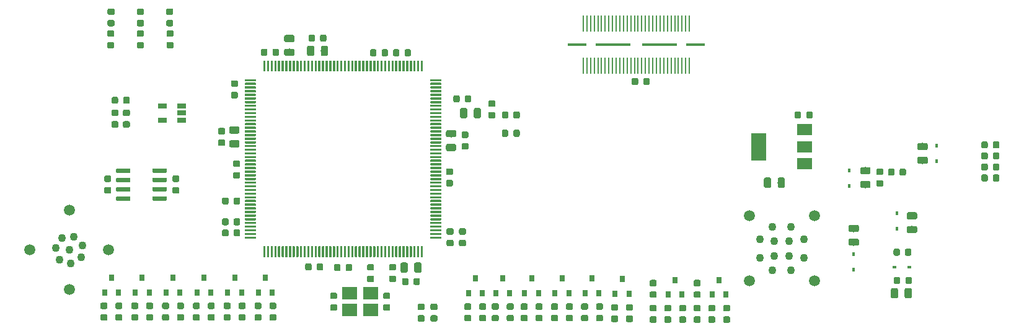
<source format=gbr>
G04 #@! TF.GenerationSoftware,KiCad,Pcbnew,(5.1.4-0)*
G04 #@! TF.CreationDate,2021-02-17T16:17:59+01:00*
G04 #@! TF.ProjectId,DBU_HW,4442555f-4857-42e6-9b69-6361645f7063,A*
G04 #@! TF.SameCoordinates,PX4c4b400PYa037a00*
G04 #@! TF.FileFunction,Paste,Top*
G04 #@! TF.FilePolarity,Positive*
%FSLAX46Y46*%
G04 Gerber Fmt 4.6, Leading zero omitted, Abs format (unit mm)*
G04 Created by KiCad (PCBNEW (5.1.4-0)) date 2021-02-17 16:17:59*
%MOMM*%
%LPD*%
G04 APERTURE LIST*
%ADD10C,0.100000*%
%ADD11C,0.975000*%
%ADD12R,1.220000X0.650000*%
%ADD13C,0.875000*%
%ADD14C,1.498600*%
%ADD15C,1.099820*%
%ADD16R,4.700000X0.430000*%
%ADD17R,2.540000X0.430000*%
%ADD18R,0.279000X2.270000*%
%ADD19C,0.600000*%
%ADD20R,0.800000X0.900000*%
%ADD21R,2.000000X1.500000*%
%ADD22R,2.000000X3.800000*%
%ADD23R,0.600000X0.450000*%
%ADD24R,0.450000X0.600000*%
%ADD25R,2.100000X1.800000*%
%ADD26C,0.300000*%
G04 APERTURE END LIST*
D10*
G36*
X124175548Y47106686D02*
G01*
X124199209Y47103176D01*
X124222413Y47097364D01*
X124244935Y47089306D01*
X124266559Y47079078D01*
X124287076Y47066781D01*
X124306289Y47052531D01*
X124324013Y47036467D01*
X124340077Y47018743D01*
X124354327Y46999530D01*
X124366624Y46979013D01*
X124376852Y46957389D01*
X124384910Y46934867D01*
X124390722Y46911663D01*
X124394232Y46888002D01*
X124395406Y46864110D01*
X124395406Y45951610D01*
X124394232Y45927718D01*
X124390722Y45904057D01*
X124384910Y45880853D01*
X124376852Y45858331D01*
X124366624Y45836707D01*
X124354327Y45816190D01*
X124340077Y45796977D01*
X124324013Y45779253D01*
X124306289Y45763189D01*
X124287076Y45748939D01*
X124266559Y45736642D01*
X124244935Y45726414D01*
X124222413Y45718356D01*
X124199209Y45712544D01*
X124175548Y45709034D01*
X124151656Y45707860D01*
X123664156Y45707860D01*
X123640264Y45709034D01*
X123616603Y45712544D01*
X123593399Y45718356D01*
X123570877Y45726414D01*
X123549253Y45736642D01*
X123528736Y45748939D01*
X123509523Y45763189D01*
X123491799Y45779253D01*
X123475735Y45796977D01*
X123461485Y45816190D01*
X123449188Y45836707D01*
X123438960Y45858331D01*
X123430902Y45880853D01*
X123425090Y45904057D01*
X123421580Y45927718D01*
X123420406Y45951610D01*
X123420406Y46864110D01*
X123421580Y46888002D01*
X123425090Y46911663D01*
X123430902Y46934867D01*
X123438960Y46957389D01*
X123449188Y46979013D01*
X123461485Y46999530D01*
X123475735Y47018743D01*
X123491799Y47036467D01*
X123509523Y47052531D01*
X123528736Y47066781D01*
X123549253Y47079078D01*
X123570877Y47089306D01*
X123593399Y47097364D01*
X123616603Y47103176D01*
X123640264Y47106686D01*
X123664156Y47107860D01*
X124151656Y47107860D01*
X124175548Y47106686D01*
X124175548Y47106686D01*
G37*
D11*
X123907906Y46407860D03*
D10*
G36*
X126050548Y47106686D02*
G01*
X126074209Y47103176D01*
X126097413Y47097364D01*
X126119935Y47089306D01*
X126141559Y47079078D01*
X126162076Y47066781D01*
X126181289Y47052531D01*
X126199013Y47036467D01*
X126215077Y47018743D01*
X126229327Y46999530D01*
X126241624Y46979013D01*
X126251852Y46957389D01*
X126259910Y46934867D01*
X126265722Y46911663D01*
X126269232Y46888002D01*
X126270406Y46864110D01*
X126270406Y45951610D01*
X126269232Y45927718D01*
X126265722Y45904057D01*
X126259910Y45880853D01*
X126251852Y45858331D01*
X126241624Y45836707D01*
X126229327Y45816190D01*
X126215077Y45796977D01*
X126199013Y45779253D01*
X126181289Y45763189D01*
X126162076Y45748939D01*
X126141559Y45736642D01*
X126119935Y45726414D01*
X126097413Y45718356D01*
X126074209Y45712544D01*
X126050548Y45709034D01*
X126026656Y45707860D01*
X125539156Y45707860D01*
X125515264Y45709034D01*
X125491603Y45712544D01*
X125468399Y45718356D01*
X125445877Y45726414D01*
X125424253Y45736642D01*
X125403736Y45748939D01*
X125384523Y45763189D01*
X125366799Y45779253D01*
X125350735Y45796977D01*
X125336485Y45816190D01*
X125324188Y45836707D01*
X125313960Y45858331D01*
X125305902Y45880853D01*
X125300090Y45904057D01*
X125296580Y45927718D01*
X125295406Y45951610D01*
X125295406Y46864110D01*
X125296580Y46888002D01*
X125300090Y46911663D01*
X125305902Y46934867D01*
X125313960Y46957389D01*
X125324188Y46979013D01*
X125336485Y46999530D01*
X125350735Y47018743D01*
X125366799Y47036467D01*
X125384523Y47052531D01*
X125403736Y47066781D01*
X125424253Y47079078D01*
X125445877Y47089306D01*
X125468399Y47097364D01*
X125491603Y47103176D01*
X125515264Y47106686D01*
X125539156Y47107860D01*
X126026656Y47107860D01*
X126050548Y47106686D01*
X126050548Y47106686D01*
G37*
D11*
X125782906Y46407860D03*
D10*
G36*
X126780142Y57471326D02*
G01*
X126803803Y57467816D01*
X126827007Y57462004D01*
X126849529Y57453946D01*
X126871153Y57443718D01*
X126891670Y57431421D01*
X126910883Y57417171D01*
X126928607Y57401107D01*
X126944671Y57383383D01*
X126958921Y57364170D01*
X126971218Y57343653D01*
X126981446Y57322029D01*
X126989504Y57299507D01*
X126995316Y57276303D01*
X126998826Y57252642D01*
X127000000Y57228750D01*
X127000000Y56741250D01*
X126998826Y56717358D01*
X126995316Y56693697D01*
X126989504Y56670493D01*
X126981446Y56647971D01*
X126971218Y56626347D01*
X126958921Y56605830D01*
X126944671Y56586617D01*
X126928607Y56568893D01*
X126910883Y56552829D01*
X126891670Y56538579D01*
X126871153Y56526282D01*
X126849529Y56516054D01*
X126827007Y56507996D01*
X126803803Y56502184D01*
X126780142Y56498674D01*
X126756250Y56497500D01*
X125843750Y56497500D01*
X125819858Y56498674D01*
X125796197Y56502184D01*
X125772993Y56507996D01*
X125750471Y56516054D01*
X125728847Y56526282D01*
X125708330Y56538579D01*
X125689117Y56552829D01*
X125671393Y56568893D01*
X125655329Y56586617D01*
X125641079Y56605830D01*
X125628782Y56626347D01*
X125618554Y56647971D01*
X125610496Y56670493D01*
X125604684Y56693697D01*
X125601174Y56717358D01*
X125600000Y56741250D01*
X125600000Y57228750D01*
X125601174Y57252642D01*
X125604684Y57276303D01*
X125610496Y57299507D01*
X125618554Y57322029D01*
X125628782Y57343653D01*
X125641079Y57364170D01*
X125655329Y57383383D01*
X125671393Y57401107D01*
X125689117Y57417171D01*
X125708330Y57431421D01*
X125728847Y57443718D01*
X125750471Y57453946D01*
X125772993Y57462004D01*
X125796197Y57467816D01*
X125819858Y57471326D01*
X125843750Y57472500D01*
X126756250Y57472500D01*
X126780142Y57471326D01*
X126780142Y57471326D01*
G37*
D11*
X126300000Y56985000D03*
D10*
G36*
X126780142Y55596326D02*
G01*
X126803803Y55592816D01*
X126827007Y55587004D01*
X126849529Y55578946D01*
X126871153Y55568718D01*
X126891670Y55556421D01*
X126910883Y55542171D01*
X126928607Y55526107D01*
X126944671Y55508383D01*
X126958921Y55489170D01*
X126971218Y55468653D01*
X126981446Y55447029D01*
X126989504Y55424507D01*
X126995316Y55401303D01*
X126998826Y55377642D01*
X127000000Y55353750D01*
X127000000Y54866250D01*
X126998826Y54842358D01*
X126995316Y54818697D01*
X126989504Y54795493D01*
X126981446Y54772971D01*
X126971218Y54751347D01*
X126958921Y54730830D01*
X126944671Y54711617D01*
X126928607Y54693893D01*
X126910883Y54677829D01*
X126891670Y54663579D01*
X126871153Y54651282D01*
X126849529Y54641054D01*
X126827007Y54632996D01*
X126803803Y54627184D01*
X126780142Y54623674D01*
X126756250Y54622500D01*
X125843750Y54622500D01*
X125819858Y54623674D01*
X125796197Y54627184D01*
X125772993Y54632996D01*
X125750471Y54641054D01*
X125728847Y54651282D01*
X125708330Y54663579D01*
X125689117Y54677829D01*
X125671393Y54693893D01*
X125655329Y54711617D01*
X125641079Y54730830D01*
X125628782Y54751347D01*
X125618554Y54772971D01*
X125610496Y54795493D01*
X125604684Y54818697D01*
X125601174Y54842358D01*
X125600000Y54866250D01*
X125600000Y55353750D01*
X125601174Y55377642D01*
X125604684Y55401303D01*
X125610496Y55424507D01*
X125618554Y55447029D01*
X125628782Y55468653D01*
X125641079Y55489170D01*
X125655329Y55508383D01*
X125671393Y55526107D01*
X125689117Y55542171D01*
X125708330Y55556421D01*
X125728847Y55568718D01*
X125750471Y55578946D01*
X125772993Y55587004D01*
X125796197Y55592816D01*
X125819858Y55596326D01*
X125843750Y55597500D01*
X126756250Y55597500D01*
X126780142Y55596326D01*
X126780142Y55596326D01*
G37*
D11*
X126300000Y55110000D03*
D10*
G36*
X41730142Y81683826D02*
G01*
X41753803Y81680316D01*
X41777007Y81674504D01*
X41799529Y81666446D01*
X41821153Y81656218D01*
X41841670Y81643921D01*
X41860883Y81629671D01*
X41878607Y81613607D01*
X41894671Y81595883D01*
X41908921Y81576670D01*
X41921218Y81556153D01*
X41931446Y81534529D01*
X41939504Y81512007D01*
X41945316Y81488803D01*
X41948826Y81465142D01*
X41950000Y81441250D01*
X41950000Y80953750D01*
X41948826Y80929858D01*
X41945316Y80906197D01*
X41939504Y80882993D01*
X41931446Y80860471D01*
X41921218Y80838847D01*
X41908921Y80818330D01*
X41894671Y80799117D01*
X41878607Y80781393D01*
X41860883Y80765329D01*
X41841670Y80751079D01*
X41821153Y80738782D01*
X41799529Y80728554D01*
X41777007Y80720496D01*
X41753803Y80714684D01*
X41730142Y80711174D01*
X41706250Y80710000D01*
X40793750Y80710000D01*
X40769858Y80711174D01*
X40746197Y80714684D01*
X40722993Y80720496D01*
X40700471Y80728554D01*
X40678847Y80738782D01*
X40658330Y80751079D01*
X40639117Y80765329D01*
X40621393Y80781393D01*
X40605329Y80799117D01*
X40591079Y80818330D01*
X40578782Y80838847D01*
X40568554Y80860471D01*
X40560496Y80882993D01*
X40554684Y80906197D01*
X40551174Y80929858D01*
X40550000Y80953750D01*
X40550000Y81441250D01*
X40551174Y81465142D01*
X40554684Y81488803D01*
X40560496Y81512007D01*
X40568554Y81534529D01*
X40578782Y81556153D01*
X40591079Y81576670D01*
X40605329Y81595883D01*
X40621393Y81613607D01*
X40639117Y81629671D01*
X40658330Y81643921D01*
X40678847Y81656218D01*
X40700471Y81666446D01*
X40722993Y81674504D01*
X40746197Y81680316D01*
X40769858Y81683826D01*
X40793750Y81685000D01*
X41706250Y81685000D01*
X41730142Y81683826D01*
X41730142Y81683826D01*
G37*
D11*
X41250000Y81197500D03*
D10*
G36*
X41730142Y79808826D02*
G01*
X41753803Y79805316D01*
X41777007Y79799504D01*
X41799529Y79791446D01*
X41821153Y79781218D01*
X41841670Y79768921D01*
X41860883Y79754671D01*
X41878607Y79738607D01*
X41894671Y79720883D01*
X41908921Y79701670D01*
X41921218Y79681153D01*
X41931446Y79659529D01*
X41939504Y79637007D01*
X41945316Y79613803D01*
X41948826Y79590142D01*
X41950000Y79566250D01*
X41950000Y79078750D01*
X41948826Y79054858D01*
X41945316Y79031197D01*
X41939504Y79007993D01*
X41931446Y78985471D01*
X41921218Y78963847D01*
X41908921Y78943330D01*
X41894671Y78924117D01*
X41878607Y78906393D01*
X41860883Y78890329D01*
X41841670Y78876079D01*
X41821153Y78863782D01*
X41799529Y78853554D01*
X41777007Y78845496D01*
X41753803Y78839684D01*
X41730142Y78836174D01*
X41706250Y78835000D01*
X40793750Y78835000D01*
X40769858Y78836174D01*
X40746197Y78839684D01*
X40722993Y78845496D01*
X40700471Y78853554D01*
X40678847Y78863782D01*
X40658330Y78876079D01*
X40639117Y78890329D01*
X40621393Y78906393D01*
X40605329Y78924117D01*
X40591079Y78943330D01*
X40578782Y78963847D01*
X40568554Y78985471D01*
X40560496Y79007993D01*
X40554684Y79031197D01*
X40551174Y79054858D01*
X40550000Y79078750D01*
X40550000Y79566250D01*
X40551174Y79590142D01*
X40554684Y79613803D01*
X40560496Y79637007D01*
X40568554Y79659529D01*
X40578782Y79681153D01*
X40591079Y79701670D01*
X40605329Y79720883D01*
X40621393Y79738607D01*
X40639117Y79754671D01*
X40658330Y79768921D01*
X40678847Y79781218D01*
X40700471Y79791446D01*
X40722993Y79799504D01*
X40746197Y79805316D01*
X40769858Y79808826D01*
X40793750Y79810000D01*
X41706250Y79810000D01*
X41730142Y79808826D01*
X41730142Y79808826D01*
G37*
D11*
X41250000Y79322500D03*
D10*
G36*
X67205142Y71708826D02*
G01*
X67228803Y71705316D01*
X67252007Y71699504D01*
X67274529Y71691446D01*
X67296153Y71681218D01*
X67316670Y71668921D01*
X67335883Y71654671D01*
X67353607Y71638607D01*
X67369671Y71620883D01*
X67383921Y71601670D01*
X67396218Y71581153D01*
X67406446Y71559529D01*
X67414504Y71537007D01*
X67420316Y71513803D01*
X67423826Y71490142D01*
X67425000Y71466250D01*
X67425000Y70553750D01*
X67423826Y70529858D01*
X67420316Y70506197D01*
X67414504Y70482993D01*
X67406446Y70460471D01*
X67396218Y70438847D01*
X67383921Y70418330D01*
X67369671Y70399117D01*
X67353607Y70381393D01*
X67335883Y70365329D01*
X67316670Y70351079D01*
X67296153Y70338782D01*
X67274529Y70328554D01*
X67252007Y70320496D01*
X67228803Y70314684D01*
X67205142Y70311174D01*
X67181250Y70310000D01*
X66693750Y70310000D01*
X66669858Y70311174D01*
X66646197Y70314684D01*
X66622993Y70320496D01*
X66600471Y70328554D01*
X66578847Y70338782D01*
X66558330Y70351079D01*
X66539117Y70365329D01*
X66521393Y70381393D01*
X66505329Y70399117D01*
X66491079Y70418330D01*
X66478782Y70438847D01*
X66468554Y70460471D01*
X66460496Y70482993D01*
X66454684Y70506197D01*
X66451174Y70529858D01*
X66450000Y70553750D01*
X66450000Y71466250D01*
X66451174Y71490142D01*
X66454684Y71513803D01*
X66460496Y71537007D01*
X66468554Y71559529D01*
X66478782Y71581153D01*
X66491079Y71601670D01*
X66505329Y71620883D01*
X66521393Y71638607D01*
X66539117Y71654671D01*
X66558330Y71668921D01*
X66578847Y71681218D01*
X66600471Y71691446D01*
X66622993Y71699504D01*
X66646197Y71705316D01*
X66669858Y71708826D01*
X66693750Y71710000D01*
X67181250Y71710000D01*
X67205142Y71708826D01*
X67205142Y71708826D01*
G37*
D11*
X66937500Y71010000D03*
D10*
G36*
X65330142Y71708826D02*
G01*
X65353803Y71705316D01*
X65377007Y71699504D01*
X65399529Y71691446D01*
X65421153Y71681218D01*
X65441670Y71668921D01*
X65460883Y71654671D01*
X65478607Y71638607D01*
X65494671Y71620883D01*
X65508921Y71601670D01*
X65521218Y71581153D01*
X65531446Y71559529D01*
X65539504Y71537007D01*
X65545316Y71513803D01*
X65548826Y71490142D01*
X65550000Y71466250D01*
X65550000Y70553750D01*
X65548826Y70529858D01*
X65545316Y70506197D01*
X65539504Y70482993D01*
X65531446Y70460471D01*
X65521218Y70438847D01*
X65508921Y70418330D01*
X65494671Y70399117D01*
X65478607Y70381393D01*
X65460883Y70365329D01*
X65441670Y70351079D01*
X65421153Y70338782D01*
X65399529Y70328554D01*
X65377007Y70320496D01*
X65353803Y70314684D01*
X65330142Y70311174D01*
X65306250Y70310000D01*
X64818750Y70310000D01*
X64794858Y70311174D01*
X64771197Y70314684D01*
X64747993Y70320496D01*
X64725471Y70328554D01*
X64703847Y70338782D01*
X64683330Y70351079D01*
X64664117Y70365329D01*
X64646393Y70381393D01*
X64630329Y70399117D01*
X64616079Y70418330D01*
X64603782Y70438847D01*
X64593554Y70460471D01*
X64585496Y70482993D01*
X64579684Y70506197D01*
X64576174Y70529858D01*
X64575000Y70553750D01*
X64575000Y71466250D01*
X64576174Y71490142D01*
X64579684Y71513803D01*
X64585496Y71537007D01*
X64593554Y71559529D01*
X64603782Y71581153D01*
X64616079Y71601670D01*
X64630329Y71620883D01*
X64646393Y71638607D01*
X64664117Y71654671D01*
X64683330Y71668921D01*
X64703847Y71681218D01*
X64725471Y71691446D01*
X64747993Y71699504D01*
X64771197Y71705316D01*
X64794858Y71708826D01*
X64818750Y71710000D01*
X65306250Y71710000D01*
X65330142Y71708826D01*
X65330142Y71708826D01*
G37*
D11*
X65062500Y71010000D03*
D10*
G36*
X46305142Y80208826D02*
G01*
X46328803Y80205316D01*
X46352007Y80199504D01*
X46374529Y80191446D01*
X46396153Y80181218D01*
X46416670Y80168921D01*
X46435883Y80154671D01*
X46453607Y80138607D01*
X46469671Y80120883D01*
X46483921Y80101670D01*
X46496218Y80081153D01*
X46506446Y80059529D01*
X46514504Y80037007D01*
X46520316Y80013803D01*
X46523826Y79990142D01*
X46525000Y79966250D01*
X46525000Y79053750D01*
X46523826Y79029858D01*
X46520316Y79006197D01*
X46514504Y78982993D01*
X46506446Y78960471D01*
X46496218Y78938847D01*
X46483921Y78918330D01*
X46469671Y78899117D01*
X46453607Y78881393D01*
X46435883Y78865329D01*
X46416670Y78851079D01*
X46396153Y78838782D01*
X46374529Y78828554D01*
X46352007Y78820496D01*
X46328803Y78814684D01*
X46305142Y78811174D01*
X46281250Y78810000D01*
X45793750Y78810000D01*
X45769858Y78811174D01*
X45746197Y78814684D01*
X45722993Y78820496D01*
X45700471Y78828554D01*
X45678847Y78838782D01*
X45658330Y78851079D01*
X45639117Y78865329D01*
X45621393Y78881393D01*
X45605329Y78899117D01*
X45591079Y78918330D01*
X45578782Y78938847D01*
X45568554Y78960471D01*
X45560496Y78982993D01*
X45554684Y79006197D01*
X45551174Y79029858D01*
X45550000Y79053750D01*
X45550000Y79966250D01*
X45551174Y79990142D01*
X45554684Y80013803D01*
X45560496Y80037007D01*
X45568554Y80059529D01*
X45578782Y80081153D01*
X45591079Y80101670D01*
X45605329Y80120883D01*
X45621393Y80138607D01*
X45639117Y80154671D01*
X45658330Y80168921D01*
X45678847Y80181218D01*
X45700471Y80191446D01*
X45722993Y80199504D01*
X45746197Y80205316D01*
X45769858Y80208826D01*
X45793750Y80210000D01*
X46281250Y80210000D01*
X46305142Y80208826D01*
X46305142Y80208826D01*
G37*
D11*
X46037500Y79510000D03*
D10*
G36*
X44430142Y80208826D02*
G01*
X44453803Y80205316D01*
X44477007Y80199504D01*
X44499529Y80191446D01*
X44521153Y80181218D01*
X44541670Y80168921D01*
X44560883Y80154671D01*
X44578607Y80138607D01*
X44594671Y80120883D01*
X44608921Y80101670D01*
X44621218Y80081153D01*
X44631446Y80059529D01*
X44639504Y80037007D01*
X44645316Y80013803D01*
X44648826Y79990142D01*
X44650000Y79966250D01*
X44650000Y79053750D01*
X44648826Y79029858D01*
X44645316Y79006197D01*
X44639504Y78982993D01*
X44631446Y78960471D01*
X44621218Y78938847D01*
X44608921Y78918330D01*
X44594671Y78899117D01*
X44578607Y78881393D01*
X44560883Y78865329D01*
X44541670Y78851079D01*
X44521153Y78838782D01*
X44499529Y78828554D01*
X44477007Y78820496D01*
X44453803Y78814684D01*
X44430142Y78811174D01*
X44406250Y78810000D01*
X43918750Y78810000D01*
X43894858Y78811174D01*
X43871197Y78814684D01*
X43847993Y78820496D01*
X43825471Y78828554D01*
X43803847Y78838782D01*
X43783330Y78851079D01*
X43764117Y78865329D01*
X43746393Y78881393D01*
X43730329Y78899117D01*
X43716079Y78918330D01*
X43703782Y78938847D01*
X43693554Y78960471D01*
X43685496Y78982993D01*
X43679684Y79006197D01*
X43676174Y79029858D01*
X43675000Y79053750D01*
X43675000Y79966250D01*
X43676174Y79990142D01*
X43679684Y80013803D01*
X43685496Y80037007D01*
X43693554Y80059529D01*
X43703782Y80081153D01*
X43716079Y80101670D01*
X43730329Y80120883D01*
X43746393Y80138607D01*
X43764117Y80154671D01*
X43783330Y80168921D01*
X43803847Y80181218D01*
X43825471Y80191446D01*
X43847993Y80199504D01*
X43871197Y80205316D01*
X43894858Y80208826D01*
X43918750Y80210000D01*
X44406250Y80210000D01*
X44430142Y80208826D01*
X44430142Y80208826D01*
G37*
D11*
X44162500Y79510000D03*
D10*
G36*
X34230142Y69183826D02*
G01*
X34253803Y69180316D01*
X34277007Y69174504D01*
X34299529Y69166446D01*
X34321153Y69156218D01*
X34341670Y69143921D01*
X34360883Y69129671D01*
X34378607Y69113607D01*
X34394671Y69095883D01*
X34408921Y69076670D01*
X34421218Y69056153D01*
X34431446Y69034529D01*
X34439504Y69012007D01*
X34445316Y68988803D01*
X34448826Y68965142D01*
X34450000Y68941250D01*
X34450000Y68453750D01*
X34448826Y68429858D01*
X34445316Y68406197D01*
X34439504Y68382993D01*
X34431446Y68360471D01*
X34421218Y68338847D01*
X34408921Y68318330D01*
X34394671Y68299117D01*
X34378607Y68281393D01*
X34360883Y68265329D01*
X34341670Y68251079D01*
X34321153Y68238782D01*
X34299529Y68228554D01*
X34277007Y68220496D01*
X34253803Y68214684D01*
X34230142Y68211174D01*
X34206250Y68210000D01*
X33293750Y68210000D01*
X33269858Y68211174D01*
X33246197Y68214684D01*
X33222993Y68220496D01*
X33200471Y68228554D01*
X33178847Y68238782D01*
X33158330Y68251079D01*
X33139117Y68265329D01*
X33121393Y68281393D01*
X33105329Y68299117D01*
X33091079Y68318330D01*
X33078782Y68338847D01*
X33068554Y68360471D01*
X33060496Y68382993D01*
X33054684Y68406197D01*
X33051174Y68429858D01*
X33050000Y68453750D01*
X33050000Y68941250D01*
X33051174Y68965142D01*
X33054684Y68988803D01*
X33060496Y69012007D01*
X33068554Y69034529D01*
X33078782Y69056153D01*
X33091079Y69076670D01*
X33105329Y69095883D01*
X33121393Y69113607D01*
X33139117Y69129671D01*
X33158330Y69143921D01*
X33178847Y69156218D01*
X33200471Y69166446D01*
X33222993Y69174504D01*
X33246197Y69180316D01*
X33269858Y69183826D01*
X33293750Y69185000D01*
X34206250Y69185000D01*
X34230142Y69183826D01*
X34230142Y69183826D01*
G37*
D11*
X33750000Y68697500D03*
D10*
G36*
X34230142Y67308826D02*
G01*
X34253803Y67305316D01*
X34277007Y67299504D01*
X34299529Y67291446D01*
X34321153Y67281218D01*
X34341670Y67268921D01*
X34360883Y67254671D01*
X34378607Y67238607D01*
X34394671Y67220883D01*
X34408921Y67201670D01*
X34421218Y67181153D01*
X34431446Y67159529D01*
X34439504Y67137007D01*
X34445316Y67113803D01*
X34448826Y67090142D01*
X34450000Y67066250D01*
X34450000Y66578750D01*
X34448826Y66554858D01*
X34445316Y66531197D01*
X34439504Y66507993D01*
X34431446Y66485471D01*
X34421218Y66463847D01*
X34408921Y66443330D01*
X34394671Y66424117D01*
X34378607Y66406393D01*
X34360883Y66390329D01*
X34341670Y66376079D01*
X34321153Y66363782D01*
X34299529Y66353554D01*
X34277007Y66345496D01*
X34253803Y66339684D01*
X34230142Y66336174D01*
X34206250Y66335000D01*
X33293750Y66335000D01*
X33269858Y66336174D01*
X33246197Y66339684D01*
X33222993Y66345496D01*
X33200471Y66353554D01*
X33178847Y66363782D01*
X33158330Y66376079D01*
X33139117Y66390329D01*
X33121393Y66406393D01*
X33105329Y66424117D01*
X33091079Y66443330D01*
X33078782Y66463847D01*
X33068554Y66485471D01*
X33060496Y66507993D01*
X33054684Y66531197D01*
X33051174Y66554858D01*
X33050000Y66578750D01*
X33050000Y67066250D01*
X33051174Y67090142D01*
X33054684Y67113803D01*
X33060496Y67137007D01*
X33068554Y67159529D01*
X33078782Y67181153D01*
X33091079Y67201670D01*
X33105329Y67220883D01*
X33121393Y67238607D01*
X33139117Y67254671D01*
X33158330Y67268921D01*
X33178847Y67281218D01*
X33200471Y67291446D01*
X33222993Y67299504D01*
X33246197Y67305316D01*
X33269858Y67308826D01*
X33293750Y67310000D01*
X34206250Y67310000D01*
X34230142Y67308826D01*
X34230142Y67308826D01*
G37*
D11*
X33750000Y66822500D03*
D10*
G36*
X57198035Y50608826D02*
G01*
X57221696Y50605316D01*
X57244900Y50599504D01*
X57267422Y50591446D01*
X57289046Y50581218D01*
X57309563Y50568921D01*
X57328776Y50554671D01*
X57346500Y50538607D01*
X57362564Y50520883D01*
X57376814Y50501670D01*
X57389111Y50481153D01*
X57399339Y50459529D01*
X57407397Y50437007D01*
X57413209Y50413803D01*
X57416719Y50390142D01*
X57417893Y50366250D01*
X57417893Y49453750D01*
X57416719Y49429858D01*
X57413209Y49406197D01*
X57407397Y49382993D01*
X57399339Y49360471D01*
X57389111Y49338847D01*
X57376814Y49318330D01*
X57362564Y49299117D01*
X57346500Y49281393D01*
X57328776Y49265329D01*
X57309563Y49251079D01*
X57289046Y49238782D01*
X57267422Y49228554D01*
X57244900Y49220496D01*
X57221696Y49214684D01*
X57198035Y49211174D01*
X57174143Y49210000D01*
X56686643Y49210000D01*
X56662751Y49211174D01*
X56639090Y49214684D01*
X56615886Y49220496D01*
X56593364Y49228554D01*
X56571740Y49238782D01*
X56551223Y49251079D01*
X56532010Y49265329D01*
X56514286Y49281393D01*
X56498222Y49299117D01*
X56483972Y49318330D01*
X56471675Y49338847D01*
X56461447Y49360471D01*
X56453389Y49382993D01*
X56447577Y49406197D01*
X56444067Y49429858D01*
X56442893Y49453750D01*
X56442893Y50366250D01*
X56444067Y50390142D01*
X56447577Y50413803D01*
X56453389Y50437007D01*
X56461447Y50459529D01*
X56471675Y50481153D01*
X56483972Y50501670D01*
X56498222Y50520883D01*
X56514286Y50538607D01*
X56532010Y50554671D01*
X56551223Y50568921D01*
X56571740Y50581218D01*
X56593364Y50591446D01*
X56615886Y50599504D01*
X56639090Y50605316D01*
X56662751Y50608826D01*
X56686643Y50610000D01*
X57174143Y50610000D01*
X57198035Y50608826D01*
X57198035Y50608826D01*
G37*
D11*
X56930393Y49910000D03*
D10*
G36*
X59073035Y50608826D02*
G01*
X59096696Y50605316D01*
X59119900Y50599504D01*
X59142422Y50591446D01*
X59164046Y50581218D01*
X59184563Y50568921D01*
X59203776Y50554671D01*
X59221500Y50538607D01*
X59237564Y50520883D01*
X59251814Y50501670D01*
X59264111Y50481153D01*
X59274339Y50459529D01*
X59282397Y50437007D01*
X59288209Y50413803D01*
X59291719Y50390142D01*
X59292893Y50366250D01*
X59292893Y49453750D01*
X59291719Y49429858D01*
X59288209Y49406197D01*
X59282397Y49382993D01*
X59274339Y49360471D01*
X59264111Y49338847D01*
X59251814Y49318330D01*
X59237564Y49299117D01*
X59221500Y49281393D01*
X59203776Y49265329D01*
X59184563Y49251079D01*
X59164046Y49238782D01*
X59142422Y49228554D01*
X59119900Y49220496D01*
X59096696Y49214684D01*
X59073035Y49211174D01*
X59049143Y49210000D01*
X58561643Y49210000D01*
X58537751Y49211174D01*
X58514090Y49214684D01*
X58490886Y49220496D01*
X58468364Y49228554D01*
X58446740Y49238782D01*
X58426223Y49251079D01*
X58407010Y49265329D01*
X58389286Y49281393D01*
X58373222Y49299117D01*
X58358972Y49318330D01*
X58346675Y49338847D01*
X58336447Y49360471D01*
X58328389Y49382993D01*
X58322577Y49406197D01*
X58319067Y49429858D01*
X58317893Y49453750D01*
X58317893Y50366250D01*
X58319067Y50390142D01*
X58322577Y50413803D01*
X58328389Y50437007D01*
X58336447Y50459529D01*
X58346675Y50481153D01*
X58358972Y50501670D01*
X58373222Y50520883D01*
X58389286Y50538607D01*
X58407010Y50554671D01*
X58426223Y50568921D01*
X58446740Y50581218D01*
X58468364Y50591446D01*
X58490886Y50599504D01*
X58514090Y50605316D01*
X58537751Y50608826D01*
X58561643Y50610000D01*
X59049143Y50610000D01*
X59073035Y50608826D01*
X59073035Y50608826D01*
G37*
D11*
X58805393Y49910000D03*
D10*
G36*
X63825142Y66808826D02*
G01*
X63848803Y66805316D01*
X63872007Y66799504D01*
X63894529Y66791446D01*
X63916153Y66781218D01*
X63936670Y66768921D01*
X63955883Y66754671D01*
X63973607Y66738607D01*
X63989671Y66720883D01*
X64003921Y66701670D01*
X64016218Y66681153D01*
X64026446Y66659529D01*
X64034504Y66637007D01*
X64040316Y66613803D01*
X64043826Y66590142D01*
X64045000Y66566250D01*
X64045000Y66078750D01*
X64043826Y66054858D01*
X64040316Y66031197D01*
X64034504Y66007993D01*
X64026446Y65985471D01*
X64016218Y65963847D01*
X64003921Y65943330D01*
X63989671Y65924117D01*
X63973607Y65906393D01*
X63955883Y65890329D01*
X63936670Y65876079D01*
X63916153Y65863782D01*
X63894529Y65853554D01*
X63872007Y65845496D01*
X63848803Y65839684D01*
X63825142Y65836174D01*
X63801250Y65835000D01*
X62888750Y65835000D01*
X62864858Y65836174D01*
X62841197Y65839684D01*
X62817993Y65845496D01*
X62795471Y65853554D01*
X62773847Y65863782D01*
X62753330Y65876079D01*
X62734117Y65890329D01*
X62716393Y65906393D01*
X62700329Y65924117D01*
X62686079Y65943330D01*
X62673782Y65963847D01*
X62663554Y65985471D01*
X62655496Y66007993D01*
X62649684Y66031197D01*
X62646174Y66054858D01*
X62645000Y66078750D01*
X62645000Y66566250D01*
X62646174Y66590142D01*
X62649684Y66613803D01*
X62655496Y66637007D01*
X62663554Y66659529D01*
X62673782Y66681153D01*
X62686079Y66701670D01*
X62700329Y66720883D01*
X62716393Y66738607D01*
X62734117Y66754671D01*
X62753330Y66768921D01*
X62773847Y66781218D01*
X62795471Y66791446D01*
X62817993Y66799504D01*
X62841197Y66805316D01*
X62864858Y66808826D01*
X62888750Y66810000D01*
X63801250Y66810000D01*
X63825142Y66808826D01*
X63825142Y66808826D01*
G37*
D11*
X63345000Y66322500D03*
D10*
G36*
X63825142Y68683826D02*
G01*
X63848803Y68680316D01*
X63872007Y68674504D01*
X63894529Y68666446D01*
X63916153Y68656218D01*
X63936670Y68643921D01*
X63955883Y68629671D01*
X63973607Y68613607D01*
X63989671Y68595883D01*
X64003921Y68576670D01*
X64016218Y68556153D01*
X64026446Y68534529D01*
X64034504Y68512007D01*
X64040316Y68488803D01*
X64043826Y68465142D01*
X64045000Y68441250D01*
X64045000Y67953750D01*
X64043826Y67929858D01*
X64040316Y67906197D01*
X64034504Y67882993D01*
X64026446Y67860471D01*
X64016218Y67838847D01*
X64003921Y67818330D01*
X63989671Y67799117D01*
X63973607Y67781393D01*
X63955883Y67765329D01*
X63936670Y67751079D01*
X63916153Y67738782D01*
X63894529Y67728554D01*
X63872007Y67720496D01*
X63848803Y67714684D01*
X63825142Y67711174D01*
X63801250Y67710000D01*
X62888750Y67710000D01*
X62864858Y67711174D01*
X62841197Y67714684D01*
X62817993Y67720496D01*
X62795471Y67728554D01*
X62773847Y67738782D01*
X62753330Y67751079D01*
X62734117Y67765329D01*
X62716393Y67781393D01*
X62700329Y67799117D01*
X62686079Y67818330D01*
X62673782Y67838847D01*
X62663554Y67860471D01*
X62655496Y67882993D01*
X62649684Y67906197D01*
X62646174Y67929858D01*
X62645000Y67953750D01*
X62645000Y68441250D01*
X62646174Y68465142D01*
X62649684Y68488803D01*
X62655496Y68512007D01*
X62663554Y68534529D01*
X62673782Y68556153D01*
X62686079Y68576670D01*
X62700329Y68595883D01*
X62716393Y68613607D01*
X62734117Y68629671D01*
X62753330Y68643921D01*
X62773847Y68656218D01*
X62795471Y68666446D01*
X62817993Y68674504D01*
X62841197Y68680316D01*
X62864858Y68683826D01*
X62888750Y68685000D01*
X63801250Y68685000D01*
X63825142Y68683826D01*
X63825142Y68683826D01*
G37*
D11*
X63345000Y68197500D03*
D10*
G36*
X120415142Y61758826D02*
G01*
X120438803Y61755316D01*
X120462007Y61749504D01*
X120484529Y61741446D01*
X120506153Y61731218D01*
X120526670Y61718921D01*
X120545883Y61704671D01*
X120563607Y61688607D01*
X120579671Y61670883D01*
X120593921Y61651670D01*
X120606218Y61631153D01*
X120616446Y61609529D01*
X120624504Y61587007D01*
X120630316Y61563803D01*
X120633826Y61540142D01*
X120635000Y61516250D01*
X120635000Y61028750D01*
X120633826Y61004858D01*
X120630316Y60981197D01*
X120624504Y60957993D01*
X120616446Y60935471D01*
X120606218Y60913847D01*
X120593921Y60893330D01*
X120579671Y60874117D01*
X120563607Y60856393D01*
X120545883Y60840329D01*
X120526670Y60826079D01*
X120506153Y60813782D01*
X120484529Y60803554D01*
X120462007Y60795496D01*
X120438803Y60789684D01*
X120415142Y60786174D01*
X120391250Y60785000D01*
X119478750Y60785000D01*
X119454858Y60786174D01*
X119431197Y60789684D01*
X119407993Y60795496D01*
X119385471Y60803554D01*
X119363847Y60813782D01*
X119343330Y60826079D01*
X119324117Y60840329D01*
X119306393Y60856393D01*
X119290329Y60874117D01*
X119276079Y60893330D01*
X119263782Y60913847D01*
X119253554Y60935471D01*
X119245496Y60957993D01*
X119239684Y60981197D01*
X119236174Y61004858D01*
X119235000Y61028750D01*
X119235000Y61516250D01*
X119236174Y61540142D01*
X119239684Y61563803D01*
X119245496Y61587007D01*
X119253554Y61609529D01*
X119263782Y61631153D01*
X119276079Y61651670D01*
X119290329Y61670883D01*
X119306393Y61688607D01*
X119324117Y61704671D01*
X119343330Y61718921D01*
X119363847Y61731218D01*
X119385471Y61741446D01*
X119407993Y61749504D01*
X119431197Y61755316D01*
X119454858Y61758826D01*
X119478750Y61760000D01*
X120391250Y61760000D01*
X120415142Y61758826D01*
X120415142Y61758826D01*
G37*
D11*
X119935000Y61272500D03*
D10*
G36*
X120415142Y63633826D02*
G01*
X120438803Y63630316D01*
X120462007Y63624504D01*
X120484529Y63616446D01*
X120506153Y63606218D01*
X120526670Y63593921D01*
X120545883Y63579671D01*
X120563607Y63563607D01*
X120579671Y63545883D01*
X120593921Y63526670D01*
X120606218Y63506153D01*
X120616446Y63484529D01*
X120624504Y63462007D01*
X120630316Y63438803D01*
X120633826Y63415142D01*
X120635000Y63391250D01*
X120635000Y62903750D01*
X120633826Y62879858D01*
X120630316Y62856197D01*
X120624504Y62832993D01*
X120616446Y62810471D01*
X120606218Y62788847D01*
X120593921Y62768330D01*
X120579671Y62749117D01*
X120563607Y62731393D01*
X120545883Y62715329D01*
X120526670Y62701079D01*
X120506153Y62688782D01*
X120484529Y62678554D01*
X120462007Y62670496D01*
X120438803Y62664684D01*
X120415142Y62661174D01*
X120391250Y62660000D01*
X119478750Y62660000D01*
X119454858Y62661174D01*
X119431197Y62664684D01*
X119407993Y62670496D01*
X119385471Y62678554D01*
X119363847Y62688782D01*
X119343330Y62701079D01*
X119324117Y62715329D01*
X119306393Y62731393D01*
X119290329Y62749117D01*
X119276079Y62768330D01*
X119263782Y62788847D01*
X119253554Y62810471D01*
X119245496Y62832993D01*
X119239684Y62856197D01*
X119236174Y62879858D01*
X119235000Y62903750D01*
X119235000Y63391250D01*
X119236174Y63415142D01*
X119239684Y63438803D01*
X119245496Y63462007D01*
X119253554Y63484529D01*
X119263782Y63506153D01*
X119276079Y63526670D01*
X119290329Y63545883D01*
X119306393Y63563607D01*
X119324117Y63579671D01*
X119343330Y63593921D01*
X119363847Y63606218D01*
X119385471Y63616446D01*
X119407993Y63624504D01*
X119431197Y63630316D01*
X119454858Y63633826D01*
X119478750Y63635000D01*
X120391250Y63635000D01*
X120415142Y63633826D01*
X120415142Y63633826D01*
G37*
D11*
X119935000Y63147500D03*
D10*
G36*
X128230142Y65058826D02*
G01*
X128253803Y65055316D01*
X128277007Y65049504D01*
X128299529Y65041446D01*
X128321153Y65031218D01*
X128341670Y65018921D01*
X128360883Y65004671D01*
X128378607Y64988607D01*
X128394671Y64970883D01*
X128408921Y64951670D01*
X128421218Y64931153D01*
X128431446Y64909529D01*
X128439504Y64887007D01*
X128445316Y64863803D01*
X128448826Y64840142D01*
X128450000Y64816250D01*
X128450000Y64328750D01*
X128448826Y64304858D01*
X128445316Y64281197D01*
X128439504Y64257993D01*
X128431446Y64235471D01*
X128421218Y64213847D01*
X128408921Y64193330D01*
X128394671Y64174117D01*
X128378607Y64156393D01*
X128360883Y64140329D01*
X128341670Y64126079D01*
X128321153Y64113782D01*
X128299529Y64103554D01*
X128277007Y64095496D01*
X128253803Y64089684D01*
X128230142Y64086174D01*
X128206250Y64085000D01*
X127293750Y64085000D01*
X127269858Y64086174D01*
X127246197Y64089684D01*
X127222993Y64095496D01*
X127200471Y64103554D01*
X127178847Y64113782D01*
X127158330Y64126079D01*
X127139117Y64140329D01*
X127121393Y64156393D01*
X127105329Y64174117D01*
X127091079Y64193330D01*
X127078782Y64213847D01*
X127068554Y64235471D01*
X127060496Y64257993D01*
X127054684Y64281197D01*
X127051174Y64304858D01*
X127050000Y64328750D01*
X127050000Y64816250D01*
X127051174Y64840142D01*
X127054684Y64863803D01*
X127060496Y64887007D01*
X127068554Y64909529D01*
X127078782Y64931153D01*
X127091079Y64951670D01*
X127105329Y64970883D01*
X127121393Y64988607D01*
X127139117Y65004671D01*
X127158330Y65018921D01*
X127178847Y65031218D01*
X127200471Y65041446D01*
X127222993Y65049504D01*
X127246197Y65055316D01*
X127269858Y65058826D01*
X127293750Y65060000D01*
X128206250Y65060000D01*
X128230142Y65058826D01*
X128230142Y65058826D01*
G37*
D11*
X127750000Y64572500D03*
D10*
G36*
X128230142Y66933826D02*
G01*
X128253803Y66930316D01*
X128277007Y66924504D01*
X128299529Y66916446D01*
X128321153Y66906218D01*
X128341670Y66893921D01*
X128360883Y66879671D01*
X128378607Y66863607D01*
X128394671Y66845883D01*
X128408921Y66826670D01*
X128421218Y66806153D01*
X128431446Y66784529D01*
X128439504Y66762007D01*
X128445316Y66738803D01*
X128448826Y66715142D01*
X128450000Y66691250D01*
X128450000Y66203750D01*
X128448826Y66179858D01*
X128445316Y66156197D01*
X128439504Y66132993D01*
X128431446Y66110471D01*
X128421218Y66088847D01*
X128408921Y66068330D01*
X128394671Y66049117D01*
X128378607Y66031393D01*
X128360883Y66015329D01*
X128341670Y66001079D01*
X128321153Y65988782D01*
X128299529Y65978554D01*
X128277007Y65970496D01*
X128253803Y65964684D01*
X128230142Y65961174D01*
X128206250Y65960000D01*
X127293750Y65960000D01*
X127269858Y65961174D01*
X127246197Y65964684D01*
X127222993Y65970496D01*
X127200471Y65978554D01*
X127178847Y65988782D01*
X127158330Y66001079D01*
X127139117Y66015329D01*
X127121393Y66031393D01*
X127105329Y66049117D01*
X127091079Y66068330D01*
X127078782Y66088847D01*
X127068554Y66110471D01*
X127060496Y66132993D01*
X127054684Y66156197D01*
X127051174Y66179858D01*
X127050000Y66203750D01*
X127050000Y66691250D01*
X127051174Y66715142D01*
X127054684Y66738803D01*
X127060496Y66762007D01*
X127068554Y66784529D01*
X127078782Y66806153D01*
X127091079Y66826670D01*
X127105329Y66845883D01*
X127121393Y66863607D01*
X127139117Y66879671D01*
X127158330Y66893921D01*
X127178847Y66906218D01*
X127200471Y66916446D01*
X127222993Y66924504D01*
X127246197Y66930316D01*
X127269858Y66933826D01*
X127293750Y66935000D01*
X128206250Y66935000D01*
X128230142Y66933826D01*
X128230142Y66933826D01*
G37*
D11*
X127750000Y66447500D03*
D10*
G36*
X108705142Y62208826D02*
G01*
X108728803Y62205316D01*
X108752007Y62199504D01*
X108774529Y62191446D01*
X108796153Y62181218D01*
X108816670Y62168921D01*
X108835883Y62154671D01*
X108853607Y62138607D01*
X108869671Y62120883D01*
X108883921Y62101670D01*
X108896218Y62081153D01*
X108906446Y62059529D01*
X108914504Y62037007D01*
X108920316Y62013803D01*
X108923826Y61990142D01*
X108925000Y61966250D01*
X108925000Y61053750D01*
X108923826Y61029858D01*
X108920316Y61006197D01*
X108914504Y60982993D01*
X108906446Y60960471D01*
X108896218Y60938847D01*
X108883921Y60918330D01*
X108869671Y60899117D01*
X108853607Y60881393D01*
X108835883Y60865329D01*
X108816670Y60851079D01*
X108796153Y60838782D01*
X108774529Y60828554D01*
X108752007Y60820496D01*
X108728803Y60814684D01*
X108705142Y60811174D01*
X108681250Y60810000D01*
X108193750Y60810000D01*
X108169858Y60811174D01*
X108146197Y60814684D01*
X108122993Y60820496D01*
X108100471Y60828554D01*
X108078847Y60838782D01*
X108058330Y60851079D01*
X108039117Y60865329D01*
X108021393Y60881393D01*
X108005329Y60899117D01*
X107991079Y60918330D01*
X107978782Y60938847D01*
X107968554Y60960471D01*
X107960496Y60982993D01*
X107954684Y61006197D01*
X107951174Y61029858D01*
X107950000Y61053750D01*
X107950000Y61966250D01*
X107951174Y61990142D01*
X107954684Y62013803D01*
X107960496Y62037007D01*
X107968554Y62059529D01*
X107978782Y62081153D01*
X107991079Y62101670D01*
X108005329Y62120883D01*
X108021393Y62138607D01*
X108039117Y62154671D01*
X108058330Y62168921D01*
X108078847Y62181218D01*
X108100471Y62191446D01*
X108122993Y62199504D01*
X108146197Y62205316D01*
X108169858Y62208826D01*
X108193750Y62210000D01*
X108681250Y62210000D01*
X108705142Y62208826D01*
X108705142Y62208826D01*
G37*
D11*
X108437500Y61510000D03*
D10*
G36*
X106830142Y62208826D02*
G01*
X106853803Y62205316D01*
X106877007Y62199504D01*
X106899529Y62191446D01*
X106921153Y62181218D01*
X106941670Y62168921D01*
X106960883Y62154671D01*
X106978607Y62138607D01*
X106994671Y62120883D01*
X107008921Y62101670D01*
X107021218Y62081153D01*
X107031446Y62059529D01*
X107039504Y62037007D01*
X107045316Y62013803D01*
X107048826Y61990142D01*
X107050000Y61966250D01*
X107050000Y61053750D01*
X107048826Y61029858D01*
X107045316Y61006197D01*
X107039504Y60982993D01*
X107031446Y60960471D01*
X107021218Y60938847D01*
X107008921Y60918330D01*
X106994671Y60899117D01*
X106978607Y60881393D01*
X106960883Y60865329D01*
X106941670Y60851079D01*
X106921153Y60838782D01*
X106899529Y60828554D01*
X106877007Y60820496D01*
X106853803Y60814684D01*
X106830142Y60811174D01*
X106806250Y60810000D01*
X106318750Y60810000D01*
X106294858Y60811174D01*
X106271197Y60814684D01*
X106247993Y60820496D01*
X106225471Y60828554D01*
X106203847Y60838782D01*
X106183330Y60851079D01*
X106164117Y60865329D01*
X106146393Y60881393D01*
X106130329Y60899117D01*
X106116079Y60918330D01*
X106103782Y60938847D01*
X106093554Y60960471D01*
X106085496Y60982993D01*
X106079684Y61006197D01*
X106076174Y61029858D01*
X106075000Y61053750D01*
X106075000Y61966250D01*
X106076174Y61990142D01*
X106079684Y62013803D01*
X106085496Y62037007D01*
X106093554Y62059529D01*
X106103782Y62081153D01*
X106116079Y62101670D01*
X106130329Y62120883D01*
X106146393Y62138607D01*
X106164117Y62154671D01*
X106183330Y62168921D01*
X106203847Y62181218D01*
X106225471Y62191446D01*
X106247993Y62199504D01*
X106271197Y62205316D01*
X106294858Y62208826D01*
X106318750Y62210000D01*
X106806250Y62210000D01*
X106830142Y62208826D01*
X106830142Y62208826D01*
G37*
D11*
X106562500Y61510000D03*
D12*
X23940000Y70060000D03*
X23940000Y71960000D03*
X26560000Y71960000D03*
X26560000Y71010000D03*
X26560000Y70060000D03*
D10*
G36*
X17665191Y73233946D02*
G01*
X17686426Y73230796D01*
X17707250Y73225580D01*
X17727462Y73218348D01*
X17746868Y73209169D01*
X17765281Y73198133D01*
X17782524Y73185345D01*
X17798430Y73170929D01*
X17812846Y73155023D01*
X17825634Y73137780D01*
X17836670Y73119367D01*
X17845849Y73099961D01*
X17853081Y73079749D01*
X17858297Y73058925D01*
X17861447Y73037690D01*
X17862500Y73016249D01*
X17862500Y72503749D01*
X17861447Y72482308D01*
X17858297Y72461073D01*
X17853081Y72440249D01*
X17845849Y72420037D01*
X17836670Y72400631D01*
X17825634Y72382218D01*
X17812846Y72364975D01*
X17798430Y72349069D01*
X17782524Y72334653D01*
X17765281Y72321865D01*
X17746868Y72310829D01*
X17727462Y72301650D01*
X17707250Y72294418D01*
X17686426Y72289202D01*
X17665191Y72286052D01*
X17643750Y72284999D01*
X17206250Y72284999D01*
X17184809Y72286052D01*
X17163574Y72289202D01*
X17142750Y72294418D01*
X17122538Y72301650D01*
X17103132Y72310829D01*
X17084719Y72321865D01*
X17067476Y72334653D01*
X17051570Y72349069D01*
X17037154Y72364975D01*
X17024366Y72382218D01*
X17013330Y72400631D01*
X17004151Y72420037D01*
X16996919Y72440249D01*
X16991703Y72461073D01*
X16988553Y72482308D01*
X16987500Y72503749D01*
X16987500Y73016249D01*
X16988553Y73037690D01*
X16991703Y73058925D01*
X16996919Y73079749D01*
X17004151Y73099961D01*
X17013330Y73119367D01*
X17024366Y73137780D01*
X17037154Y73155023D01*
X17051570Y73170929D01*
X17067476Y73185345D01*
X17084719Y73198133D01*
X17103132Y73209169D01*
X17122538Y73218348D01*
X17142750Y73225580D01*
X17163574Y73230796D01*
X17184809Y73233946D01*
X17206250Y73234999D01*
X17643750Y73234999D01*
X17665191Y73233946D01*
X17665191Y73233946D01*
G37*
D13*
X17425000Y72759999D03*
D10*
G36*
X19240191Y73233946D02*
G01*
X19261426Y73230796D01*
X19282250Y73225580D01*
X19302462Y73218348D01*
X19321868Y73209169D01*
X19340281Y73198133D01*
X19357524Y73185345D01*
X19373430Y73170929D01*
X19387846Y73155023D01*
X19400634Y73137780D01*
X19411670Y73119367D01*
X19420849Y73099961D01*
X19428081Y73079749D01*
X19433297Y73058925D01*
X19436447Y73037690D01*
X19437500Y73016249D01*
X19437500Y72503749D01*
X19436447Y72482308D01*
X19433297Y72461073D01*
X19428081Y72440249D01*
X19420849Y72420037D01*
X19411670Y72400631D01*
X19400634Y72382218D01*
X19387846Y72364975D01*
X19373430Y72349069D01*
X19357524Y72334653D01*
X19340281Y72321865D01*
X19321868Y72310829D01*
X19302462Y72301650D01*
X19282250Y72294418D01*
X19261426Y72289202D01*
X19240191Y72286052D01*
X19218750Y72284999D01*
X18781250Y72284999D01*
X18759809Y72286052D01*
X18738574Y72289202D01*
X18717750Y72294418D01*
X18697538Y72301650D01*
X18678132Y72310829D01*
X18659719Y72321865D01*
X18642476Y72334653D01*
X18626570Y72349069D01*
X18612154Y72364975D01*
X18599366Y72382218D01*
X18588330Y72400631D01*
X18579151Y72420037D01*
X18571919Y72440249D01*
X18566703Y72461073D01*
X18563553Y72482308D01*
X18562500Y72503749D01*
X18562500Y73016249D01*
X18563553Y73037690D01*
X18566703Y73058925D01*
X18571919Y73079749D01*
X18579151Y73099961D01*
X18588330Y73119367D01*
X18599366Y73137780D01*
X18612154Y73155023D01*
X18626570Y73170929D01*
X18642476Y73185345D01*
X18659719Y73198133D01*
X18678132Y73209169D01*
X18697538Y73218348D01*
X18717750Y73225580D01*
X18738574Y73230796D01*
X18759809Y73233946D01*
X18781250Y73234999D01*
X19218750Y73234999D01*
X19240191Y73233946D01*
X19240191Y73233946D01*
G37*
D13*
X19000000Y72759999D03*
D10*
G36*
X19277691Y71483947D02*
G01*
X19298926Y71480797D01*
X19319750Y71475581D01*
X19339962Y71468349D01*
X19359368Y71459170D01*
X19377781Y71448134D01*
X19395024Y71435346D01*
X19410930Y71420930D01*
X19425346Y71405024D01*
X19438134Y71387781D01*
X19449170Y71369368D01*
X19458349Y71349962D01*
X19465581Y71329750D01*
X19470797Y71308926D01*
X19473947Y71287691D01*
X19475000Y71266250D01*
X19475000Y70828750D01*
X19473947Y70807309D01*
X19470797Y70786074D01*
X19465581Y70765250D01*
X19458349Y70745038D01*
X19449170Y70725632D01*
X19438134Y70707219D01*
X19425346Y70689976D01*
X19410930Y70674070D01*
X19395024Y70659654D01*
X19377781Y70646866D01*
X19359368Y70635830D01*
X19339962Y70626651D01*
X19319750Y70619419D01*
X19298926Y70614203D01*
X19277691Y70611053D01*
X19256250Y70610000D01*
X18743750Y70610000D01*
X18722309Y70611053D01*
X18701074Y70614203D01*
X18680250Y70619419D01*
X18660038Y70626651D01*
X18640632Y70635830D01*
X18622219Y70646866D01*
X18604976Y70659654D01*
X18589070Y70674070D01*
X18574654Y70689976D01*
X18561866Y70707219D01*
X18550830Y70725632D01*
X18541651Y70745038D01*
X18534419Y70765250D01*
X18529203Y70786074D01*
X18526053Y70807309D01*
X18525000Y70828750D01*
X18525000Y71266250D01*
X18526053Y71287691D01*
X18529203Y71308926D01*
X18534419Y71329750D01*
X18541651Y71349962D01*
X18550830Y71369368D01*
X18561866Y71387781D01*
X18574654Y71405024D01*
X18589070Y71420930D01*
X18604976Y71435346D01*
X18622219Y71448134D01*
X18640632Y71459170D01*
X18660038Y71468349D01*
X18680250Y71475581D01*
X18701074Y71480797D01*
X18722309Y71483947D01*
X18743750Y71485000D01*
X19256250Y71485000D01*
X19277691Y71483947D01*
X19277691Y71483947D01*
G37*
D13*
X19000000Y71047500D03*
D10*
G36*
X19277691Y69908947D02*
G01*
X19298926Y69905797D01*
X19319750Y69900581D01*
X19339962Y69893349D01*
X19359368Y69884170D01*
X19377781Y69873134D01*
X19395024Y69860346D01*
X19410930Y69845930D01*
X19425346Y69830024D01*
X19438134Y69812781D01*
X19449170Y69794368D01*
X19458349Y69774962D01*
X19465581Y69754750D01*
X19470797Y69733926D01*
X19473947Y69712691D01*
X19475000Y69691250D01*
X19475000Y69253750D01*
X19473947Y69232309D01*
X19470797Y69211074D01*
X19465581Y69190250D01*
X19458349Y69170038D01*
X19449170Y69150632D01*
X19438134Y69132219D01*
X19425346Y69114976D01*
X19410930Y69099070D01*
X19395024Y69084654D01*
X19377781Y69071866D01*
X19359368Y69060830D01*
X19339962Y69051651D01*
X19319750Y69044419D01*
X19298926Y69039203D01*
X19277691Y69036053D01*
X19256250Y69035000D01*
X18743750Y69035000D01*
X18722309Y69036053D01*
X18701074Y69039203D01*
X18680250Y69044419D01*
X18660038Y69051651D01*
X18640632Y69060830D01*
X18622219Y69071866D01*
X18604976Y69084654D01*
X18589070Y69099070D01*
X18574654Y69114976D01*
X18561866Y69132219D01*
X18550830Y69150632D01*
X18541651Y69170038D01*
X18534419Y69190250D01*
X18529203Y69211074D01*
X18526053Y69232309D01*
X18525000Y69253750D01*
X18525000Y69691250D01*
X18526053Y69712691D01*
X18529203Y69733926D01*
X18534419Y69754750D01*
X18541651Y69774962D01*
X18550830Y69794368D01*
X18561866Y69812781D01*
X18574654Y69830024D01*
X18589070Y69845930D01*
X18604976Y69860346D01*
X18622219Y69873134D01*
X18640632Y69884170D01*
X18660038Y69893349D01*
X18680250Y69900581D01*
X18701074Y69905797D01*
X18722309Y69908947D01*
X18743750Y69910000D01*
X19256250Y69910000D01*
X19277691Y69908947D01*
X19277691Y69908947D01*
G37*
D13*
X19000000Y69472500D03*
D10*
G36*
X17702691Y69908947D02*
G01*
X17723926Y69905797D01*
X17744750Y69900581D01*
X17764962Y69893349D01*
X17784368Y69884170D01*
X17802781Y69873134D01*
X17820024Y69860346D01*
X17835930Y69845930D01*
X17850346Y69830024D01*
X17863134Y69812781D01*
X17874170Y69794368D01*
X17883349Y69774962D01*
X17890581Y69754750D01*
X17895797Y69733926D01*
X17898947Y69712691D01*
X17900000Y69691250D01*
X17900000Y69253750D01*
X17898947Y69232309D01*
X17895797Y69211074D01*
X17890581Y69190250D01*
X17883349Y69170038D01*
X17874170Y69150632D01*
X17863134Y69132219D01*
X17850346Y69114976D01*
X17835930Y69099070D01*
X17820024Y69084654D01*
X17802781Y69071866D01*
X17784368Y69060830D01*
X17764962Y69051651D01*
X17744750Y69044419D01*
X17723926Y69039203D01*
X17702691Y69036053D01*
X17681250Y69035000D01*
X17168750Y69035000D01*
X17147309Y69036053D01*
X17126074Y69039203D01*
X17105250Y69044419D01*
X17085038Y69051651D01*
X17065632Y69060830D01*
X17047219Y69071866D01*
X17029976Y69084654D01*
X17014070Y69099070D01*
X16999654Y69114976D01*
X16986866Y69132219D01*
X16975830Y69150632D01*
X16966651Y69170038D01*
X16959419Y69190250D01*
X16954203Y69211074D01*
X16951053Y69232309D01*
X16950000Y69253750D01*
X16950000Y69691250D01*
X16951053Y69712691D01*
X16954203Y69733926D01*
X16959419Y69754750D01*
X16966651Y69774962D01*
X16975830Y69794368D01*
X16986866Y69812781D01*
X16999654Y69830024D01*
X17014070Y69845930D01*
X17029976Y69860346D01*
X17047219Y69873134D01*
X17065632Y69884170D01*
X17085038Y69893349D01*
X17105250Y69900581D01*
X17126074Y69905797D01*
X17147309Y69908947D01*
X17168750Y69910000D01*
X17681250Y69910000D01*
X17702691Y69908947D01*
X17702691Y69908947D01*
G37*
D13*
X17425000Y69472500D03*
D10*
G36*
X17702691Y71483947D02*
G01*
X17723926Y71480797D01*
X17744750Y71475581D01*
X17764962Y71468349D01*
X17784368Y71459170D01*
X17802781Y71448134D01*
X17820024Y71435346D01*
X17835930Y71420930D01*
X17850346Y71405024D01*
X17863134Y71387781D01*
X17874170Y71369368D01*
X17883349Y71349962D01*
X17890581Y71329750D01*
X17895797Y71308926D01*
X17898947Y71287691D01*
X17900000Y71266250D01*
X17900000Y70828750D01*
X17898947Y70807309D01*
X17895797Y70786074D01*
X17890581Y70765250D01*
X17883349Y70745038D01*
X17874170Y70725632D01*
X17863134Y70707219D01*
X17850346Y70689976D01*
X17835930Y70674070D01*
X17820024Y70659654D01*
X17802781Y70646866D01*
X17784368Y70635830D01*
X17764962Y70626651D01*
X17744750Y70619419D01*
X17723926Y70614203D01*
X17702691Y70611053D01*
X17681250Y70610000D01*
X17168750Y70610000D01*
X17147309Y70611053D01*
X17126074Y70614203D01*
X17105250Y70619419D01*
X17085038Y70626651D01*
X17065632Y70635830D01*
X17047219Y70646866D01*
X17029976Y70659654D01*
X17014070Y70674070D01*
X16999654Y70689976D01*
X16986866Y70707219D01*
X16975830Y70725632D01*
X16966651Y70745038D01*
X16959419Y70765250D01*
X16954203Y70786074D01*
X16951053Y70807309D01*
X16950000Y70828750D01*
X16950000Y71266250D01*
X16951053Y71287691D01*
X16954203Y71308926D01*
X16959419Y71329750D01*
X16966651Y71349962D01*
X16975830Y71369368D01*
X16986866Y71387781D01*
X16999654Y71405024D01*
X17014070Y71420930D01*
X17029976Y71435346D01*
X17047219Y71448134D01*
X17065632Y71459170D01*
X17085038Y71468349D01*
X17105250Y71475581D01*
X17126074Y71480797D01*
X17147309Y71483947D01*
X17168750Y71485000D01*
X17681250Y71485000D01*
X17702691Y71483947D01*
X17702691Y71483947D01*
G37*
D13*
X17425000Y71047500D03*
D10*
G36*
X125277691Y63433947D02*
G01*
X125298926Y63430797D01*
X125319750Y63425581D01*
X125339962Y63418349D01*
X125359368Y63409170D01*
X125377781Y63398134D01*
X125395024Y63385346D01*
X125410930Y63370930D01*
X125425346Y63355024D01*
X125438134Y63337781D01*
X125449170Y63319368D01*
X125458349Y63299962D01*
X125465581Y63279750D01*
X125470797Y63258926D01*
X125473947Y63237691D01*
X125475000Y63216250D01*
X125475000Y62703750D01*
X125473947Y62682309D01*
X125470797Y62661074D01*
X125465581Y62640250D01*
X125458349Y62620038D01*
X125449170Y62600632D01*
X125438134Y62582219D01*
X125425346Y62564976D01*
X125410930Y62549070D01*
X125395024Y62534654D01*
X125377781Y62521866D01*
X125359368Y62510830D01*
X125339962Y62501651D01*
X125319750Y62494419D01*
X125298926Y62489203D01*
X125277691Y62486053D01*
X125256250Y62485000D01*
X124818750Y62485000D01*
X124797309Y62486053D01*
X124776074Y62489203D01*
X124755250Y62494419D01*
X124735038Y62501651D01*
X124715632Y62510830D01*
X124697219Y62521866D01*
X124679976Y62534654D01*
X124664070Y62549070D01*
X124649654Y62564976D01*
X124636866Y62582219D01*
X124625830Y62600632D01*
X124616651Y62620038D01*
X124609419Y62640250D01*
X124604203Y62661074D01*
X124601053Y62682309D01*
X124600000Y62703750D01*
X124600000Y63216250D01*
X124601053Y63237691D01*
X124604203Y63258926D01*
X124609419Y63279750D01*
X124616651Y63299962D01*
X124625830Y63319368D01*
X124636866Y63337781D01*
X124649654Y63355024D01*
X124664070Y63370930D01*
X124679976Y63385346D01*
X124697219Y63398134D01*
X124715632Y63409170D01*
X124735038Y63418349D01*
X124755250Y63425581D01*
X124776074Y63430797D01*
X124797309Y63433947D01*
X124818750Y63435000D01*
X125256250Y63435000D01*
X125277691Y63433947D01*
X125277691Y63433947D01*
G37*
D13*
X125037500Y62960000D03*
D10*
G36*
X123702691Y63433947D02*
G01*
X123723926Y63430797D01*
X123744750Y63425581D01*
X123764962Y63418349D01*
X123784368Y63409170D01*
X123802781Y63398134D01*
X123820024Y63385346D01*
X123835930Y63370930D01*
X123850346Y63355024D01*
X123863134Y63337781D01*
X123874170Y63319368D01*
X123883349Y63299962D01*
X123890581Y63279750D01*
X123895797Y63258926D01*
X123898947Y63237691D01*
X123900000Y63216250D01*
X123900000Y62703750D01*
X123898947Y62682309D01*
X123895797Y62661074D01*
X123890581Y62640250D01*
X123883349Y62620038D01*
X123874170Y62600632D01*
X123863134Y62582219D01*
X123850346Y62564976D01*
X123835930Y62549070D01*
X123820024Y62534654D01*
X123802781Y62521866D01*
X123784368Y62510830D01*
X123764962Y62501651D01*
X123744750Y62494419D01*
X123723926Y62489203D01*
X123702691Y62486053D01*
X123681250Y62485000D01*
X123243750Y62485000D01*
X123222309Y62486053D01*
X123201074Y62489203D01*
X123180250Y62494419D01*
X123160038Y62501651D01*
X123140632Y62510830D01*
X123122219Y62521866D01*
X123104976Y62534654D01*
X123089070Y62549070D01*
X123074654Y62564976D01*
X123061866Y62582219D01*
X123050830Y62600632D01*
X123041651Y62620038D01*
X123034419Y62640250D01*
X123029203Y62661074D01*
X123026053Y62682309D01*
X123025000Y62703750D01*
X123025000Y63216250D01*
X123026053Y63237691D01*
X123029203Y63258926D01*
X123034419Y63279750D01*
X123041651Y63299962D01*
X123050830Y63319368D01*
X123061866Y63337781D01*
X123074654Y63355024D01*
X123089070Y63370930D01*
X123104976Y63385346D01*
X123122219Y63398134D01*
X123140632Y63409170D01*
X123160038Y63418349D01*
X123180250Y63425581D01*
X123201074Y63430797D01*
X123222309Y63433947D01*
X123243750Y63435000D01*
X123681250Y63435000D01*
X123702691Y63433947D01*
X123702691Y63433947D01*
G37*
D13*
X123462500Y62960000D03*
D10*
G36*
X122177691Y61858947D02*
G01*
X122198926Y61855797D01*
X122219750Y61850581D01*
X122239962Y61843349D01*
X122259368Y61834170D01*
X122277781Y61823134D01*
X122295024Y61810346D01*
X122310930Y61795930D01*
X122325346Y61780024D01*
X122338134Y61762781D01*
X122349170Y61744368D01*
X122358349Y61724962D01*
X122365581Y61704750D01*
X122370797Y61683926D01*
X122373947Y61662691D01*
X122375000Y61641250D01*
X122375000Y61203750D01*
X122373947Y61182309D01*
X122370797Y61161074D01*
X122365581Y61140250D01*
X122358349Y61120038D01*
X122349170Y61100632D01*
X122338134Y61082219D01*
X122325346Y61064976D01*
X122310930Y61049070D01*
X122295024Y61034654D01*
X122277781Y61021866D01*
X122259368Y61010830D01*
X122239962Y61001651D01*
X122219750Y60994419D01*
X122198926Y60989203D01*
X122177691Y60986053D01*
X122156250Y60985000D01*
X121643750Y60985000D01*
X121622309Y60986053D01*
X121601074Y60989203D01*
X121580250Y60994419D01*
X121560038Y61001651D01*
X121540632Y61010830D01*
X121522219Y61021866D01*
X121504976Y61034654D01*
X121489070Y61049070D01*
X121474654Y61064976D01*
X121461866Y61082219D01*
X121450830Y61100632D01*
X121441651Y61120038D01*
X121434419Y61140250D01*
X121429203Y61161074D01*
X121426053Y61182309D01*
X121425000Y61203750D01*
X121425000Y61641250D01*
X121426053Y61662691D01*
X121429203Y61683926D01*
X121434419Y61704750D01*
X121441651Y61724962D01*
X121450830Y61744368D01*
X121461866Y61762781D01*
X121474654Y61780024D01*
X121489070Y61795930D01*
X121504976Y61810346D01*
X121522219Y61823134D01*
X121540632Y61834170D01*
X121560038Y61843349D01*
X121580250Y61850581D01*
X121601074Y61855797D01*
X121622309Y61858947D01*
X121643750Y61860000D01*
X122156250Y61860000D01*
X122177691Y61858947D01*
X122177691Y61858947D01*
G37*
D13*
X121900000Y61422500D03*
D10*
G36*
X122177691Y63433947D02*
G01*
X122198926Y63430797D01*
X122219750Y63425581D01*
X122239962Y63418349D01*
X122259368Y63409170D01*
X122277781Y63398134D01*
X122295024Y63385346D01*
X122310930Y63370930D01*
X122325346Y63355024D01*
X122338134Y63337781D01*
X122349170Y63319368D01*
X122358349Y63299962D01*
X122365581Y63279750D01*
X122370797Y63258926D01*
X122373947Y63237691D01*
X122375000Y63216250D01*
X122375000Y62778750D01*
X122373947Y62757309D01*
X122370797Y62736074D01*
X122365581Y62715250D01*
X122358349Y62695038D01*
X122349170Y62675632D01*
X122338134Y62657219D01*
X122325346Y62639976D01*
X122310930Y62624070D01*
X122295024Y62609654D01*
X122277781Y62596866D01*
X122259368Y62585830D01*
X122239962Y62576651D01*
X122219750Y62569419D01*
X122198926Y62564203D01*
X122177691Y62561053D01*
X122156250Y62560000D01*
X121643750Y62560000D01*
X121622309Y62561053D01*
X121601074Y62564203D01*
X121580250Y62569419D01*
X121560038Y62576651D01*
X121540632Y62585830D01*
X121522219Y62596866D01*
X121504976Y62609654D01*
X121489070Y62624070D01*
X121474654Y62639976D01*
X121461866Y62657219D01*
X121450830Y62675632D01*
X121441651Y62695038D01*
X121434419Y62715250D01*
X121429203Y62736074D01*
X121426053Y62757309D01*
X121425000Y62778750D01*
X121425000Y63216250D01*
X121426053Y63237691D01*
X121429203Y63258926D01*
X121434419Y63279750D01*
X121441651Y63299962D01*
X121450830Y63319368D01*
X121461866Y63337781D01*
X121474654Y63355024D01*
X121489070Y63370930D01*
X121504976Y63385346D01*
X121522219Y63398134D01*
X121540632Y63409170D01*
X121560038Y63418349D01*
X121580250Y63425581D01*
X121601074Y63430797D01*
X121622309Y63433947D01*
X121643750Y63435000D01*
X122156250Y63435000D01*
X122177691Y63433947D01*
X122177691Y63433947D01*
G37*
D13*
X121900000Y62997500D03*
D14*
X5811846Y52340000D03*
X11200000Y46951846D03*
X16588154Y52340000D03*
X11200000Y57728154D03*
D15*
X11200000Y52340000D03*
X11411934Y50454146D03*
X12807466Y51328823D03*
X12992459Y52968618D03*
X11828618Y54132459D03*
X10188823Y53947466D03*
X9314146Y52551934D03*
X9856554Y50996554D03*
D14*
X104055000Y48065000D03*
X112945000Y48065000D03*
X112945000Y56955000D03*
X104055000Y56955000D03*
D15*
X109488060Y51521940D03*
X109488060Y53498060D03*
X107511940Y53498060D03*
X107511940Y51521940D03*
X109742060Y49507720D03*
X111502280Y51267940D03*
X111502280Y53752060D03*
X109742060Y55512280D03*
X107257940Y55512280D03*
X105497720Y53752060D03*
X105497720Y51267940D03*
X107257940Y49507720D03*
D10*
G36*
X61277691Y43408947D02*
G01*
X61298926Y43405797D01*
X61319750Y43400581D01*
X61339962Y43393349D01*
X61359368Y43384170D01*
X61377781Y43373134D01*
X61395024Y43360346D01*
X61410930Y43345930D01*
X61425346Y43330024D01*
X61438134Y43312781D01*
X61449170Y43294368D01*
X61458349Y43274962D01*
X61465581Y43254750D01*
X61470797Y43233926D01*
X61473947Y43212691D01*
X61475000Y43191250D01*
X61475000Y42753750D01*
X61473947Y42732309D01*
X61470797Y42711074D01*
X61465581Y42690250D01*
X61458349Y42670038D01*
X61449170Y42650632D01*
X61438134Y42632219D01*
X61425346Y42614976D01*
X61410930Y42599070D01*
X61395024Y42584654D01*
X61377781Y42571866D01*
X61359368Y42560830D01*
X61339962Y42551651D01*
X61319750Y42544419D01*
X61298926Y42539203D01*
X61277691Y42536053D01*
X61256250Y42535000D01*
X60743750Y42535000D01*
X60722309Y42536053D01*
X60701074Y42539203D01*
X60680250Y42544419D01*
X60660038Y42551651D01*
X60640632Y42560830D01*
X60622219Y42571866D01*
X60604976Y42584654D01*
X60589070Y42599070D01*
X60574654Y42614976D01*
X60561866Y42632219D01*
X60550830Y42650632D01*
X60541651Y42670038D01*
X60534419Y42690250D01*
X60529203Y42711074D01*
X60526053Y42732309D01*
X60525000Y42753750D01*
X60525000Y43191250D01*
X60526053Y43212691D01*
X60529203Y43233926D01*
X60534419Y43254750D01*
X60541651Y43274962D01*
X60550830Y43294368D01*
X60561866Y43312781D01*
X60574654Y43330024D01*
X60589070Y43345930D01*
X60604976Y43360346D01*
X60622219Y43373134D01*
X60640632Y43384170D01*
X60660038Y43393349D01*
X60680250Y43400581D01*
X60701074Y43405797D01*
X60722309Y43408947D01*
X60743750Y43410000D01*
X61256250Y43410000D01*
X61277691Y43408947D01*
X61277691Y43408947D01*
G37*
D13*
X61000000Y42972500D03*
D10*
G36*
X61277691Y44983947D02*
G01*
X61298926Y44980797D01*
X61319750Y44975581D01*
X61339962Y44968349D01*
X61359368Y44959170D01*
X61377781Y44948134D01*
X61395024Y44935346D01*
X61410930Y44920930D01*
X61425346Y44905024D01*
X61438134Y44887781D01*
X61449170Y44869368D01*
X61458349Y44849962D01*
X61465581Y44829750D01*
X61470797Y44808926D01*
X61473947Y44787691D01*
X61475000Y44766250D01*
X61475000Y44328750D01*
X61473947Y44307309D01*
X61470797Y44286074D01*
X61465581Y44265250D01*
X61458349Y44245038D01*
X61449170Y44225632D01*
X61438134Y44207219D01*
X61425346Y44189976D01*
X61410930Y44174070D01*
X61395024Y44159654D01*
X61377781Y44146866D01*
X61359368Y44135830D01*
X61339962Y44126651D01*
X61319750Y44119419D01*
X61298926Y44114203D01*
X61277691Y44111053D01*
X61256250Y44110000D01*
X60743750Y44110000D01*
X60722309Y44111053D01*
X60701074Y44114203D01*
X60680250Y44119419D01*
X60660038Y44126651D01*
X60640632Y44135830D01*
X60622219Y44146866D01*
X60604976Y44159654D01*
X60589070Y44174070D01*
X60574654Y44189976D01*
X60561866Y44207219D01*
X60550830Y44225632D01*
X60541651Y44245038D01*
X60534419Y44265250D01*
X60529203Y44286074D01*
X60526053Y44307309D01*
X60525000Y44328750D01*
X60525000Y44766250D01*
X60526053Y44787691D01*
X60529203Y44808926D01*
X60534419Y44829750D01*
X60541651Y44849962D01*
X60550830Y44869368D01*
X60561866Y44887781D01*
X60574654Y44905024D01*
X60589070Y44920930D01*
X60604976Y44935346D01*
X60622219Y44948134D01*
X60640632Y44959170D01*
X60660038Y44968349D01*
X60680250Y44975581D01*
X60701074Y44980797D01*
X60722309Y44983947D01*
X60743750Y44985000D01*
X61256250Y44985000D01*
X61277691Y44983947D01*
X61277691Y44983947D01*
G37*
D13*
X61000000Y44547500D03*
D16*
X85470000Y80365000D03*
X91820000Y80365000D03*
D17*
X80580000Y80365000D03*
X96710000Y80365000D03*
D18*
X81395000Y77500000D03*
X81395000Y83230000D03*
X81895000Y77500000D03*
X81895000Y83230000D03*
X82395000Y77500000D03*
X82395000Y83230000D03*
X82895000Y77500000D03*
X82895000Y83230000D03*
X83395000Y77500000D03*
X83395000Y83230000D03*
X83895000Y77500000D03*
X83895000Y83230000D03*
X84395000Y77500000D03*
X84395000Y83230000D03*
X84895000Y77500000D03*
X84895000Y83230000D03*
X85395000Y77500000D03*
X85395000Y83230000D03*
X85895000Y77500000D03*
X85895000Y83230000D03*
X86395000Y77500000D03*
X86395000Y83230000D03*
X86895000Y77500000D03*
X86895000Y83230000D03*
X87395000Y77500000D03*
X87395000Y83230000D03*
X87895000Y77500000D03*
X87895000Y83230000D03*
X88395000Y77500000D03*
X88395000Y83230000D03*
X88895000Y77500000D03*
X88895000Y83230000D03*
X89395000Y77500000D03*
X89395000Y83230000D03*
X89895000Y77500000D03*
X89895000Y83230000D03*
X90395000Y77500000D03*
X90395000Y83230000D03*
X90895000Y77500000D03*
X90895000Y83230000D03*
X91395000Y77500000D03*
X91395000Y83230000D03*
X91895000Y77500000D03*
X91895000Y83230000D03*
X92395000Y77500000D03*
X92395000Y83230000D03*
X92895000Y77500000D03*
X92895000Y83230000D03*
X93395000Y77500000D03*
X93395000Y83230000D03*
X93895000Y77500000D03*
X93895000Y83230000D03*
X94395000Y77500000D03*
X94395000Y83230000D03*
X94895000Y77500000D03*
X94895000Y83230000D03*
X95395000Y77500000D03*
X95395000Y83230000D03*
X95895000Y77500000D03*
X95895000Y83230000D03*
D10*
G36*
X19414703Y59654278D02*
G01*
X19429264Y59652118D01*
X19443543Y59648541D01*
X19457403Y59643582D01*
X19470710Y59637288D01*
X19483336Y59629720D01*
X19495159Y59620952D01*
X19506066Y59611066D01*
X19515952Y59600159D01*
X19524720Y59588336D01*
X19532288Y59575710D01*
X19538582Y59562403D01*
X19543541Y59548543D01*
X19547118Y59534264D01*
X19549278Y59519703D01*
X19550000Y59505000D01*
X19550000Y59205000D01*
X19549278Y59190297D01*
X19547118Y59175736D01*
X19543541Y59161457D01*
X19538582Y59147597D01*
X19532288Y59134290D01*
X19524720Y59121664D01*
X19515952Y59109841D01*
X19506066Y59098934D01*
X19495159Y59089048D01*
X19483336Y59080280D01*
X19470710Y59072712D01*
X19457403Y59066418D01*
X19443543Y59061459D01*
X19429264Y59057882D01*
X19414703Y59055722D01*
X19400000Y59055000D01*
X17750000Y59055000D01*
X17735297Y59055722D01*
X17720736Y59057882D01*
X17706457Y59061459D01*
X17692597Y59066418D01*
X17679290Y59072712D01*
X17666664Y59080280D01*
X17654841Y59089048D01*
X17643934Y59098934D01*
X17634048Y59109841D01*
X17625280Y59121664D01*
X17617712Y59134290D01*
X17611418Y59147597D01*
X17606459Y59161457D01*
X17602882Y59175736D01*
X17600722Y59190297D01*
X17600000Y59205000D01*
X17600000Y59505000D01*
X17600722Y59519703D01*
X17602882Y59534264D01*
X17606459Y59548543D01*
X17611418Y59562403D01*
X17617712Y59575710D01*
X17625280Y59588336D01*
X17634048Y59600159D01*
X17643934Y59611066D01*
X17654841Y59620952D01*
X17666664Y59629720D01*
X17679290Y59637288D01*
X17692597Y59643582D01*
X17706457Y59648541D01*
X17720736Y59652118D01*
X17735297Y59654278D01*
X17750000Y59655000D01*
X19400000Y59655000D01*
X19414703Y59654278D01*
X19414703Y59654278D01*
G37*
D19*
X18575000Y59355000D03*
D10*
G36*
X19414703Y60924278D02*
G01*
X19429264Y60922118D01*
X19443543Y60918541D01*
X19457403Y60913582D01*
X19470710Y60907288D01*
X19483336Y60899720D01*
X19495159Y60890952D01*
X19506066Y60881066D01*
X19515952Y60870159D01*
X19524720Y60858336D01*
X19532288Y60845710D01*
X19538582Y60832403D01*
X19543541Y60818543D01*
X19547118Y60804264D01*
X19549278Y60789703D01*
X19550000Y60775000D01*
X19550000Y60475000D01*
X19549278Y60460297D01*
X19547118Y60445736D01*
X19543541Y60431457D01*
X19538582Y60417597D01*
X19532288Y60404290D01*
X19524720Y60391664D01*
X19515952Y60379841D01*
X19506066Y60368934D01*
X19495159Y60359048D01*
X19483336Y60350280D01*
X19470710Y60342712D01*
X19457403Y60336418D01*
X19443543Y60331459D01*
X19429264Y60327882D01*
X19414703Y60325722D01*
X19400000Y60325000D01*
X17750000Y60325000D01*
X17735297Y60325722D01*
X17720736Y60327882D01*
X17706457Y60331459D01*
X17692597Y60336418D01*
X17679290Y60342712D01*
X17666664Y60350280D01*
X17654841Y60359048D01*
X17643934Y60368934D01*
X17634048Y60379841D01*
X17625280Y60391664D01*
X17617712Y60404290D01*
X17611418Y60417597D01*
X17606459Y60431457D01*
X17602882Y60445736D01*
X17600722Y60460297D01*
X17600000Y60475000D01*
X17600000Y60775000D01*
X17600722Y60789703D01*
X17602882Y60804264D01*
X17606459Y60818543D01*
X17611418Y60832403D01*
X17617712Y60845710D01*
X17625280Y60858336D01*
X17634048Y60870159D01*
X17643934Y60881066D01*
X17654841Y60890952D01*
X17666664Y60899720D01*
X17679290Y60907288D01*
X17692597Y60913582D01*
X17706457Y60918541D01*
X17720736Y60922118D01*
X17735297Y60924278D01*
X17750000Y60925000D01*
X19400000Y60925000D01*
X19414703Y60924278D01*
X19414703Y60924278D01*
G37*
D19*
X18575000Y60625000D03*
D10*
G36*
X19414703Y62194278D02*
G01*
X19429264Y62192118D01*
X19443543Y62188541D01*
X19457403Y62183582D01*
X19470710Y62177288D01*
X19483336Y62169720D01*
X19495159Y62160952D01*
X19506066Y62151066D01*
X19515952Y62140159D01*
X19524720Y62128336D01*
X19532288Y62115710D01*
X19538582Y62102403D01*
X19543541Y62088543D01*
X19547118Y62074264D01*
X19549278Y62059703D01*
X19550000Y62045000D01*
X19550000Y61745000D01*
X19549278Y61730297D01*
X19547118Y61715736D01*
X19543541Y61701457D01*
X19538582Y61687597D01*
X19532288Y61674290D01*
X19524720Y61661664D01*
X19515952Y61649841D01*
X19506066Y61638934D01*
X19495159Y61629048D01*
X19483336Y61620280D01*
X19470710Y61612712D01*
X19457403Y61606418D01*
X19443543Y61601459D01*
X19429264Y61597882D01*
X19414703Y61595722D01*
X19400000Y61595000D01*
X17750000Y61595000D01*
X17735297Y61595722D01*
X17720736Y61597882D01*
X17706457Y61601459D01*
X17692597Y61606418D01*
X17679290Y61612712D01*
X17666664Y61620280D01*
X17654841Y61629048D01*
X17643934Y61638934D01*
X17634048Y61649841D01*
X17625280Y61661664D01*
X17617712Y61674290D01*
X17611418Y61687597D01*
X17606459Y61701457D01*
X17602882Y61715736D01*
X17600722Y61730297D01*
X17600000Y61745000D01*
X17600000Y62045000D01*
X17600722Y62059703D01*
X17602882Y62074264D01*
X17606459Y62088543D01*
X17611418Y62102403D01*
X17617712Y62115710D01*
X17625280Y62128336D01*
X17634048Y62140159D01*
X17643934Y62151066D01*
X17654841Y62160952D01*
X17666664Y62169720D01*
X17679290Y62177288D01*
X17692597Y62183582D01*
X17706457Y62188541D01*
X17720736Y62192118D01*
X17735297Y62194278D01*
X17750000Y62195000D01*
X19400000Y62195000D01*
X19414703Y62194278D01*
X19414703Y62194278D01*
G37*
D19*
X18575000Y61895000D03*
D10*
G36*
X19414703Y63464278D02*
G01*
X19429264Y63462118D01*
X19443543Y63458541D01*
X19457403Y63453582D01*
X19470710Y63447288D01*
X19483336Y63439720D01*
X19495159Y63430952D01*
X19506066Y63421066D01*
X19515952Y63410159D01*
X19524720Y63398336D01*
X19532288Y63385710D01*
X19538582Y63372403D01*
X19543541Y63358543D01*
X19547118Y63344264D01*
X19549278Y63329703D01*
X19550000Y63315000D01*
X19550000Y63015000D01*
X19549278Y63000297D01*
X19547118Y62985736D01*
X19543541Y62971457D01*
X19538582Y62957597D01*
X19532288Y62944290D01*
X19524720Y62931664D01*
X19515952Y62919841D01*
X19506066Y62908934D01*
X19495159Y62899048D01*
X19483336Y62890280D01*
X19470710Y62882712D01*
X19457403Y62876418D01*
X19443543Y62871459D01*
X19429264Y62867882D01*
X19414703Y62865722D01*
X19400000Y62865000D01*
X17750000Y62865000D01*
X17735297Y62865722D01*
X17720736Y62867882D01*
X17706457Y62871459D01*
X17692597Y62876418D01*
X17679290Y62882712D01*
X17666664Y62890280D01*
X17654841Y62899048D01*
X17643934Y62908934D01*
X17634048Y62919841D01*
X17625280Y62931664D01*
X17617712Y62944290D01*
X17611418Y62957597D01*
X17606459Y62971457D01*
X17602882Y62985736D01*
X17600722Y63000297D01*
X17600000Y63015000D01*
X17600000Y63315000D01*
X17600722Y63329703D01*
X17602882Y63344264D01*
X17606459Y63358543D01*
X17611418Y63372403D01*
X17617712Y63385710D01*
X17625280Y63398336D01*
X17634048Y63410159D01*
X17643934Y63421066D01*
X17654841Y63430952D01*
X17666664Y63439720D01*
X17679290Y63447288D01*
X17692597Y63453582D01*
X17706457Y63458541D01*
X17720736Y63462118D01*
X17735297Y63464278D01*
X17750000Y63465000D01*
X19400000Y63465000D01*
X19414703Y63464278D01*
X19414703Y63464278D01*
G37*
D19*
X18575000Y63165000D03*
D10*
G36*
X24364703Y63464278D02*
G01*
X24379264Y63462118D01*
X24393543Y63458541D01*
X24407403Y63453582D01*
X24420710Y63447288D01*
X24433336Y63439720D01*
X24445159Y63430952D01*
X24456066Y63421066D01*
X24465952Y63410159D01*
X24474720Y63398336D01*
X24482288Y63385710D01*
X24488582Y63372403D01*
X24493541Y63358543D01*
X24497118Y63344264D01*
X24499278Y63329703D01*
X24500000Y63315000D01*
X24500000Y63015000D01*
X24499278Y63000297D01*
X24497118Y62985736D01*
X24493541Y62971457D01*
X24488582Y62957597D01*
X24482288Y62944290D01*
X24474720Y62931664D01*
X24465952Y62919841D01*
X24456066Y62908934D01*
X24445159Y62899048D01*
X24433336Y62890280D01*
X24420710Y62882712D01*
X24407403Y62876418D01*
X24393543Y62871459D01*
X24379264Y62867882D01*
X24364703Y62865722D01*
X24350000Y62865000D01*
X22700000Y62865000D01*
X22685297Y62865722D01*
X22670736Y62867882D01*
X22656457Y62871459D01*
X22642597Y62876418D01*
X22629290Y62882712D01*
X22616664Y62890280D01*
X22604841Y62899048D01*
X22593934Y62908934D01*
X22584048Y62919841D01*
X22575280Y62931664D01*
X22567712Y62944290D01*
X22561418Y62957597D01*
X22556459Y62971457D01*
X22552882Y62985736D01*
X22550722Y63000297D01*
X22550000Y63015000D01*
X22550000Y63315000D01*
X22550722Y63329703D01*
X22552882Y63344264D01*
X22556459Y63358543D01*
X22561418Y63372403D01*
X22567712Y63385710D01*
X22575280Y63398336D01*
X22584048Y63410159D01*
X22593934Y63421066D01*
X22604841Y63430952D01*
X22616664Y63439720D01*
X22629290Y63447288D01*
X22642597Y63453582D01*
X22656457Y63458541D01*
X22670736Y63462118D01*
X22685297Y63464278D01*
X22700000Y63465000D01*
X24350000Y63465000D01*
X24364703Y63464278D01*
X24364703Y63464278D01*
G37*
D19*
X23525000Y63165000D03*
D10*
G36*
X24364703Y62194278D02*
G01*
X24379264Y62192118D01*
X24393543Y62188541D01*
X24407403Y62183582D01*
X24420710Y62177288D01*
X24433336Y62169720D01*
X24445159Y62160952D01*
X24456066Y62151066D01*
X24465952Y62140159D01*
X24474720Y62128336D01*
X24482288Y62115710D01*
X24488582Y62102403D01*
X24493541Y62088543D01*
X24497118Y62074264D01*
X24499278Y62059703D01*
X24500000Y62045000D01*
X24500000Y61745000D01*
X24499278Y61730297D01*
X24497118Y61715736D01*
X24493541Y61701457D01*
X24488582Y61687597D01*
X24482288Y61674290D01*
X24474720Y61661664D01*
X24465952Y61649841D01*
X24456066Y61638934D01*
X24445159Y61629048D01*
X24433336Y61620280D01*
X24420710Y61612712D01*
X24407403Y61606418D01*
X24393543Y61601459D01*
X24379264Y61597882D01*
X24364703Y61595722D01*
X24350000Y61595000D01*
X22700000Y61595000D01*
X22685297Y61595722D01*
X22670736Y61597882D01*
X22656457Y61601459D01*
X22642597Y61606418D01*
X22629290Y61612712D01*
X22616664Y61620280D01*
X22604841Y61629048D01*
X22593934Y61638934D01*
X22584048Y61649841D01*
X22575280Y61661664D01*
X22567712Y61674290D01*
X22561418Y61687597D01*
X22556459Y61701457D01*
X22552882Y61715736D01*
X22550722Y61730297D01*
X22550000Y61745000D01*
X22550000Y62045000D01*
X22550722Y62059703D01*
X22552882Y62074264D01*
X22556459Y62088543D01*
X22561418Y62102403D01*
X22567712Y62115710D01*
X22575280Y62128336D01*
X22584048Y62140159D01*
X22593934Y62151066D01*
X22604841Y62160952D01*
X22616664Y62169720D01*
X22629290Y62177288D01*
X22642597Y62183582D01*
X22656457Y62188541D01*
X22670736Y62192118D01*
X22685297Y62194278D01*
X22700000Y62195000D01*
X24350000Y62195000D01*
X24364703Y62194278D01*
X24364703Y62194278D01*
G37*
D19*
X23525000Y61895000D03*
D10*
G36*
X24364703Y60924278D02*
G01*
X24379264Y60922118D01*
X24393543Y60918541D01*
X24407403Y60913582D01*
X24420710Y60907288D01*
X24433336Y60899720D01*
X24445159Y60890952D01*
X24456066Y60881066D01*
X24465952Y60870159D01*
X24474720Y60858336D01*
X24482288Y60845710D01*
X24488582Y60832403D01*
X24493541Y60818543D01*
X24497118Y60804264D01*
X24499278Y60789703D01*
X24500000Y60775000D01*
X24500000Y60475000D01*
X24499278Y60460297D01*
X24497118Y60445736D01*
X24493541Y60431457D01*
X24488582Y60417597D01*
X24482288Y60404290D01*
X24474720Y60391664D01*
X24465952Y60379841D01*
X24456066Y60368934D01*
X24445159Y60359048D01*
X24433336Y60350280D01*
X24420710Y60342712D01*
X24407403Y60336418D01*
X24393543Y60331459D01*
X24379264Y60327882D01*
X24364703Y60325722D01*
X24350000Y60325000D01*
X22700000Y60325000D01*
X22685297Y60325722D01*
X22670736Y60327882D01*
X22656457Y60331459D01*
X22642597Y60336418D01*
X22629290Y60342712D01*
X22616664Y60350280D01*
X22604841Y60359048D01*
X22593934Y60368934D01*
X22584048Y60379841D01*
X22575280Y60391664D01*
X22567712Y60404290D01*
X22561418Y60417597D01*
X22556459Y60431457D01*
X22552882Y60445736D01*
X22550722Y60460297D01*
X22550000Y60475000D01*
X22550000Y60775000D01*
X22550722Y60789703D01*
X22552882Y60804264D01*
X22556459Y60818543D01*
X22561418Y60832403D01*
X22567712Y60845710D01*
X22575280Y60858336D01*
X22584048Y60870159D01*
X22593934Y60881066D01*
X22604841Y60890952D01*
X22616664Y60899720D01*
X22629290Y60907288D01*
X22642597Y60913582D01*
X22656457Y60918541D01*
X22670736Y60922118D01*
X22685297Y60924278D01*
X22700000Y60925000D01*
X24350000Y60925000D01*
X24364703Y60924278D01*
X24364703Y60924278D01*
G37*
D19*
X23525000Y60625000D03*
D10*
G36*
X24364703Y59654278D02*
G01*
X24379264Y59652118D01*
X24393543Y59648541D01*
X24407403Y59643582D01*
X24420710Y59637288D01*
X24433336Y59629720D01*
X24445159Y59620952D01*
X24456066Y59611066D01*
X24465952Y59600159D01*
X24474720Y59588336D01*
X24482288Y59575710D01*
X24488582Y59562403D01*
X24493541Y59548543D01*
X24497118Y59534264D01*
X24499278Y59519703D01*
X24500000Y59505000D01*
X24500000Y59205000D01*
X24499278Y59190297D01*
X24497118Y59175736D01*
X24493541Y59161457D01*
X24488582Y59147597D01*
X24482288Y59134290D01*
X24474720Y59121664D01*
X24465952Y59109841D01*
X24456066Y59098934D01*
X24445159Y59089048D01*
X24433336Y59080280D01*
X24420710Y59072712D01*
X24407403Y59066418D01*
X24393543Y59061459D01*
X24379264Y59057882D01*
X24364703Y59055722D01*
X24350000Y59055000D01*
X22700000Y59055000D01*
X22685297Y59055722D01*
X22670736Y59057882D01*
X22656457Y59061459D01*
X22642597Y59066418D01*
X22629290Y59072712D01*
X22616664Y59080280D01*
X22604841Y59089048D01*
X22593934Y59098934D01*
X22584048Y59109841D01*
X22575280Y59121664D01*
X22567712Y59134290D01*
X22561418Y59147597D01*
X22556459Y59161457D01*
X22552882Y59175736D01*
X22550722Y59190297D01*
X22550000Y59205000D01*
X22550000Y59505000D01*
X22550722Y59519703D01*
X22552882Y59534264D01*
X22556459Y59548543D01*
X22561418Y59562403D01*
X22567712Y59575710D01*
X22575280Y59588336D01*
X22584048Y59600159D01*
X22593934Y59611066D01*
X22604841Y59620952D01*
X22616664Y59629720D01*
X22629290Y59637288D01*
X22642597Y59643582D01*
X22656457Y59648541D01*
X22670736Y59652118D01*
X22685297Y59654278D01*
X22700000Y59655000D01*
X24350000Y59655000D01*
X24364703Y59654278D01*
X24364703Y59654278D01*
G37*
D19*
X23525000Y59355000D03*
D10*
G36*
X16727691Y62483947D02*
G01*
X16748926Y62480797D01*
X16769750Y62475581D01*
X16789962Y62468349D01*
X16809368Y62459170D01*
X16827781Y62448134D01*
X16845024Y62435346D01*
X16860930Y62420930D01*
X16875346Y62405024D01*
X16888134Y62387781D01*
X16899170Y62369368D01*
X16908349Y62349962D01*
X16915581Y62329750D01*
X16920797Y62308926D01*
X16923947Y62287691D01*
X16925000Y62266250D01*
X16925000Y61828750D01*
X16923947Y61807309D01*
X16920797Y61786074D01*
X16915581Y61765250D01*
X16908349Y61745038D01*
X16899170Y61725632D01*
X16888134Y61707219D01*
X16875346Y61689976D01*
X16860930Y61674070D01*
X16845024Y61659654D01*
X16827781Y61646866D01*
X16809368Y61635830D01*
X16789962Y61626651D01*
X16769750Y61619419D01*
X16748926Y61614203D01*
X16727691Y61611053D01*
X16706250Y61610000D01*
X16193750Y61610000D01*
X16172309Y61611053D01*
X16151074Y61614203D01*
X16130250Y61619419D01*
X16110038Y61626651D01*
X16090632Y61635830D01*
X16072219Y61646866D01*
X16054976Y61659654D01*
X16039070Y61674070D01*
X16024654Y61689976D01*
X16011866Y61707219D01*
X16000830Y61725632D01*
X15991651Y61745038D01*
X15984419Y61765250D01*
X15979203Y61786074D01*
X15976053Y61807309D01*
X15975000Y61828750D01*
X15975000Y62266250D01*
X15976053Y62287691D01*
X15979203Y62308926D01*
X15984419Y62329750D01*
X15991651Y62349962D01*
X16000830Y62369368D01*
X16011866Y62387781D01*
X16024654Y62405024D01*
X16039070Y62420930D01*
X16054976Y62435346D01*
X16072219Y62448134D01*
X16090632Y62459170D01*
X16110038Y62468349D01*
X16130250Y62475581D01*
X16151074Y62480797D01*
X16172309Y62483947D01*
X16193750Y62485000D01*
X16706250Y62485000D01*
X16727691Y62483947D01*
X16727691Y62483947D01*
G37*
D13*
X16450000Y62047500D03*
D10*
G36*
X16727691Y60908947D02*
G01*
X16748926Y60905797D01*
X16769750Y60900581D01*
X16789962Y60893349D01*
X16809368Y60884170D01*
X16827781Y60873134D01*
X16845024Y60860346D01*
X16860930Y60845930D01*
X16875346Y60830024D01*
X16888134Y60812781D01*
X16899170Y60794368D01*
X16908349Y60774962D01*
X16915581Y60754750D01*
X16920797Y60733926D01*
X16923947Y60712691D01*
X16925000Y60691250D01*
X16925000Y60253750D01*
X16923947Y60232309D01*
X16920797Y60211074D01*
X16915581Y60190250D01*
X16908349Y60170038D01*
X16899170Y60150632D01*
X16888134Y60132219D01*
X16875346Y60114976D01*
X16860930Y60099070D01*
X16845024Y60084654D01*
X16827781Y60071866D01*
X16809368Y60060830D01*
X16789962Y60051651D01*
X16769750Y60044419D01*
X16748926Y60039203D01*
X16727691Y60036053D01*
X16706250Y60035000D01*
X16193750Y60035000D01*
X16172309Y60036053D01*
X16151074Y60039203D01*
X16130250Y60044419D01*
X16110038Y60051651D01*
X16090632Y60060830D01*
X16072219Y60071866D01*
X16054976Y60084654D01*
X16039070Y60099070D01*
X16024654Y60114976D01*
X16011866Y60132219D01*
X16000830Y60150632D01*
X15991651Y60170038D01*
X15984419Y60190250D01*
X15979203Y60211074D01*
X15976053Y60232309D01*
X15975000Y60253750D01*
X15975000Y60691250D01*
X15976053Y60712691D01*
X15979203Y60733926D01*
X15984419Y60754750D01*
X15991651Y60774962D01*
X16000830Y60794368D01*
X16011866Y60812781D01*
X16024654Y60830024D01*
X16039070Y60845930D01*
X16054976Y60860346D01*
X16072219Y60873134D01*
X16090632Y60884170D01*
X16110038Y60893349D01*
X16130250Y60900581D01*
X16151074Y60905797D01*
X16172309Y60908947D01*
X16193750Y60910000D01*
X16706250Y60910000D01*
X16727691Y60908947D01*
X16727691Y60908947D01*
G37*
D13*
X16450000Y60472500D03*
D10*
G36*
X118830141Y53871326D02*
G01*
X118853802Y53867816D01*
X118877006Y53862004D01*
X118899528Y53853946D01*
X118921152Y53843718D01*
X118941669Y53831421D01*
X118960882Y53817171D01*
X118978606Y53801107D01*
X118994670Y53783383D01*
X119008920Y53764170D01*
X119021217Y53743653D01*
X119031445Y53722029D01*
X119039503Y53699507D01*
X119045315Y53676303D01*
X119048825Y53652642D01*
X119049999Y53628750D01*
X119049999Y53141250D01*
X119048825Y53117358D01*
X119045315Y53093697D01*
X119039503Y53070493D01*
X119031445Y53047971D01*
X119021217Y53026347D01*
X119008920Y53005830D01*
X118994670Y52986617D01*
X118978606Y52968893D01*
X118960882Y52952829D01*
X118941669Y52938579D01*
X118921152Y52926282D01*
X118899528Y52916054D01*
X118877006Y52907996D01*
X118853802Y52902184D01*
X118830141Y52898674D01*
X118806249Y52897500D01*
X117893749Y52897500D01*
X117869857Y52898674D01*
X117846196Y52902184D01*
X117822992Y52907996D01*
X117800470Y52916054D01*
X117778846Y52926282D01*
X117758329Y52938579D01*
X117739116Y52952829D01*
X117721392Y52968893D01*
X117705328Y52986617D01*
X117691078Y53005830D01*
X117678781Y53026347D01*
X117668553Y53047971D01*
X117660495Y53070493D01*
X117654683Y53093697D01*
X117651173Y53117358D01*
X117649999Y53141250D01*
X117649999Y53628750D01*
X117651173Y53652642D01*
X117654683Y53676303D01*
X117660495Y53699507D01*
X117668553Y53722029D01*
X117678781Y53743653D01*
X117691078Y53764170D01*
X117705328Y53783383D01*
X117721392Y53801107D01*
X117739116Y53817171D01*
X117758329Y53831421D01*
X117778846Y53843718D01*
X117800470Y53853946D01*
X117822992Y53862004D01*
X117846196Y53867816D01*
X117869857Y53871326D01*
X117893749Y53872500D01*
X118806249Y53872500D01*
X118830141Y53871326D01*
X118830141Y53871326D01*
G37*
D11*
X118349999Y53385000D03*
D10*
G36*
X118830141Y55746326D02*
G01*
X118853802Y55742816D01*
X118877006Y55737004D01*
X118899528Y55728946D01*
X118921152Y55718718D01*
X118941669Y55706421D01*
X118960882Y55692171D01*
X118978606Y55676107D01*
X118994670Y55658383D01*
X119008920Y55639170D01*
X119021217Y55618653D01*
X119031445Y55597029D01*
X119039503Y55574507D01*
X119045315Y55551303D01*
X119048825Y55527642D01*
X119049999Y55503750D01*
X119049999Y55016250D01*
X119048825Y54992358D01*
X119045315Y54968697D01*
X119039503Y54945493D01*
X119031445Y54922971D01*
X119021217Y54901347D01*
X119008920Y54880830D01*
X118994670Y54861617D01*
X118978606Y54843893D01*
X118960882Y54827829D01*
X118941669Y54813579D01*
X118921152Y54801282D01*
X118899528Y54791054D01*
X118877006Y54782996D01*
X118853802Y54777184D01*
X118830141Y54773674D01*
X118806249Y54772500D01*
X117893749Y54772500D01*
X117869857Y54773674D01*
X117846196Y54777184D01*
X117822992Y54782996D01*
X117800470Y54791054D01*
X117778846Y54801282D01*
X117758329Y54813579D01*
X117739116Y54827829D01*
X117721392Y54843893D01*
X117705328Y54861617D01*
X117691078Y54880830D01*
X117678781Y54901347D01*
X117668553Y54922971D01*
X117660495Y54945493D01*
X117654683Y54968697D01*
X117651173Y54992358D01*
X117649999Y55016250D01*
X117649999Y55503750D01*
X117651173Y55527642D01*
X117654683Y55551303D01*
X117660495Y55574507D01*
X117668553Y55597029D01*
X117678781Y55618653D01*
X117691078Y55639170D01*
X117705328Y55658383D01*
X117721392Y55676107D01*
X117739116Y55692171D01*
X117758329Y55706421D01*
X117778846Y55718718D01*
X117800470Y55728946D01*
X117822992Y55737004D01*
X117846196Y55742816D01*
X117869857Y55746326D01*
X117893749Y55747500D01*
X118806249Y55747500D01*
X118830141Y55746326D01*
X118830141Y55746326D01*
G37*
D11*
X118349999Y55260000D03*
D20*
X74350000Y48430416D03*
X75300000Y46430416D03*
X73400000Y46430416D03*
D21*
X111653465Y64126942D03*
X111653465Y68726942D03*
X111653465Y66426942D03*
D22*
X105353465Y66426942D03*
D10*
G36*
X136452691Y62633947D02*
G01*
X136473926Y62630797D01*
X136494750Y62625581D01*
X136514962Y62618349D01*
X136534368Y62609170D01*
X136552781Y62598134D01*
X136570024Y62585346D01*
X136585930Y62570930D01*
X136600346Y62555024D01*
X136613134Y62537781D01*
X136624170Y62519368D01*
X136633349Y62499962D01*
X136640581Y62479750D01*
X136645797Y62458926D01*
X136648947Y62437691D01*
X136650000Y62416250D01*
X136650000Y61903750D01*
X136648947Y61882309D01*
X136645797Y61861074D01*
X136640581Y61840250D01*
X136633349Y61820038D01*
X136624170Y61800632D01*
X136613134Y61782219D01*
X136600346Y61764976D01*
X136585930Y61749070D01*
X136570024Y61734654D01*
X136552781Y61721866D01*
X136534368Y61710830D01*
X136514962Y61701651D01*
X136494750Y61694419D01*
X136473926Y61689203D01*
X136452691Y61686053D01*
X136431250Y61685000D01*
X135993750Y61685000D01*
X135972309Y61686053D01*
X135951074Y61689203D01*
X135930250Y61694419D01*
X135910038Y61701651D01*
X135890632Y61710830D01*
X135872219Y61721866D01*
X135854976Y61734654D01*
X135839070Y61749070D01*
X135824654Y61764976D01*
X135811866Y61782219D01*
X135800830Y61800632D01*
X135791651Y61820038D01*
X135784419Y61840250D01*
X135779203Y61861074D01*
X135776053Y61882309D01*
X135775000Y61903750D01*
X135775000Y62416250D01*
X135776053Y62437691D01*
X135779203Y62458926D01*
X135784419Y62479750D01*
X135791651Y62499962D01*
X135800830Y62519368D01*
X135811866Y62537781D01*
X135824654Y62555024D01*
X135839070Y62570930D01*
X135854976Y62585346D01*
X135872219Y62598134D01*
X135890632Y62609170D01*
X135910038Y62618349D01*
X135930250Y62625581D01*
X135951074Y62630797D01*
X135972309Y62633947D01*
X135993750Y62635000D01*
X136431250Y62635000D01*
X136452691Y62633947D01*
X136452691Y62633947D01*
G37*
D13*
X136212500Y62160000D03*
D10*
G36*
X138027691Y62633947D02*
G01*
X138048926Y62630797D01*
X138069750Y62625581D01*
X138089962Y62618349D01*
X138109368Y62609170D01*
X138127781Y62598134D01*
X138145024Y62585346D01*
X138160930Y62570930D01*
X138175346Y62555024D01*
X138188134Y62537781D01*
X138199170Y62519368D01*
X138208349Y62499962D01*
X138215581Y62479750D01*
X138220797Y62458926D01*
X138223947Y62437691D01*
X138225000Y62416250D01*
X138225000Y61903750D01*
X138223947Y61882309D01*
X138220797Y61861074D01*
X138215581Y61840250D01*
X138208349Y61820038D01*
X138199170Y61800632D01*
X138188134Y61782219D01*
X138175346Y61764976D01*
X138160930Y61749070D01*
X138145024Y61734654D01*
X138127781Y61721866D01*
X138109368Y61710830D01*
X138089962Y61701651D01*
X138069750Y61694419D01*
X138048926Y61689203D01*
X138027691Y61686053D01*
X138006250Y61685000D01*
X137568750Y61685000D01*
X137547309Y61686053D01*
X137526074Y61689203D01*
X137505250Y61694419D01*
X137485038Y61701651D01*
X137465632Y61710830D01*
X137447219Y61721866D01*
X137429976Y61734654D01*
X137414070Y61749070D01*
X137399654Y61764976D01*
X137386866Y61782219D01*
X137375830Y61800632D01*
X137366651Y61820038D01*
X137359419Y61840250D01*
X137354203Y61861074D01*
X137351053Y61882309D01*
X137350000Y61903750D01*
X137350000Y62416250D01*
X137351053Y62437691D01*
X137354203Y62458926D01*
X137359419Y62479750D01*
X137366651Y62499962D01*
X137375830Y62519368D01*
X137386866Y62537781D01*
X137399654Y62555024D01*
X137414070Y62570930D01*
X137429976Y62585346D01*
X137447219Y62598134D01*
X137465632Y62609170D01*
X137485038Y62618349D01*
X137505250Y62625581D01*
X137526074Y62630797D01*
X137547309Y62633947D01*
X137568750Y62635000D01*
X138006250Y62635000D01*
X138027691Y62633947D01*
X138027691Y62633947D01*
G37*
D13*
X137787500Y62160000D03*
D10*
G36*
X126027691Y52483947D02*
G01*
X126048926Y52480797D01*
X126069750Y52475581D01*
X126089962Y52468349D01*
X126109368Y52459170D01*
X126127781Y52448134D01*
X126145024Y52435346D01*
X126160930Y52420930D01*
X126175346Y52405024D01*
X126188134Y52387781D01*
X126199170Y52369368D01*
X126208349Y52349962D01*
X126215581Y52329750D01*
X126220797Y52308926D01*
X126223947Y52287691D01*
X126225000Y52266250D01*
X126225000Y51753750D01*
X126223947Y51732309D01*
X126220797Y51711074D01*
X126215581Y51690250D01*
X126208349Y51670038D01*
X126199170Y51650632D01*
X126188134Y51632219D01*
X126175346Y51614976D01*
X126160930Y51599070D01*
X126145024Y51584654D01*
X126127781Y51571866D01*
X126109368Y51560830D01*
X126089962Y51551651D01*
X126069750Y51544419D01*
X126048926Y51539203D01*
X126027691Y51536053D01*
X126006250Y51535000D01*
X125568750Y51535000D01*
X125547309Y51536053D01*
X125526074Y51539203D01*
X125505250Y51544419D01*
X125485038Y51551651D01*
X125465632Y51560830D01*
X125447219Y51571866D01*
X125429976Y51584654D01*
X125414070Y51599070D01*
X125399654Y51614976D01*
X125386866Y51632219D01*
X125375830Y51650632D01*
X125366651Y51670038D01*
X125359419Y51690250D01*
X125354203Y51711074D01*
X125351053Y51732309D01*
X125350000Y51753750D01*
X125350000Y52266250D01*
X125351053Y52287691D01*
X125354203Y52308926D01*
X125359419Y52329750D01*
X125366651Y52349962D01*
X125375830Y52369368D01*
X125386866Y52387781D01*
X125399654Y52405024D01*
X125414070Y52420930D01*
X125429976Y52435346D01*
X125447219Y52448134D01*
X125465632Y52459170D01*
X125485038Y52468349D01*
X125505250Y52475581D01*
X125526074Y52480797D01*
X125547309Y52483947D01*
X125568750Y52485000D01*
X126006250Y52485000D01*
X126027691Y52483947D01*
X126027691Y52483947D01*
G37*
D13*
X125787500Y52010000D03*
D10*
G36*
X124452691Y52483947D02*
G01*
X124473926Y52480797D01*
X124494750Y52475581D01*
X124514962Y52468349D01*
X124534368Y52459170D01*
X124552781Y52448134D01*
X124570024Y52435346D01*
X124585930Y52420930D01*
X124600346Y52405024D01*
X124613134Y52387781D01*
X124624170Y52369368D01*
X124633349Y52349962D01*
X124640581Y52329750D01*
X124645797Y52308926D01*
X124648947Y52287691D01*
X124650000Y52266250D01*
X124650000Y51753750D01*
X124648947Y51732309D01*
X124645797Y51711074D01*
X124640581Y51690250D01*
X124633349Y51670038D01*
X124624170Y51650632D01*
X124613134Y51632219D01*
X124600346Y51614976D01*
X124585930Y51599070D01*
X124570024Y51584654D01*
X124552781Y51571866D01*
X124534368Y51560830D01*
X124514962Y51551651D01*
X124494750Y51544419D01*
X124473926Y51539203D01*
X124452691Y51536053D01*
X124431250Y51535000D01*
X123993750Y51535000D01*
X123972309Y51536053D01*
X123951074Y51539203D01*
X123930250Y51544419D01*
X123910038Y51551651D01*
X123890632Y51560830D01*
X123872219Y51571866D01*
X123854976Y51584654D01*
X123839070Y51599070D01*
X123824654Y51614976D01*
X123811866Y51632219D01*
X123800830Y51650632D01*
X123791651Y51670038D01*
X123784419Y51690250D01*
X123779203Y51711074D01*
X123776053Y51732309D01*
X123775000Y51753750D01*
X123775000Y52266250D01*
X123776053Y52287691D01*
X123779203Y52308926D01*
X123784419Y52329750D01*
X123791651Y52349962D01*
X123800830Y52369368D01*
X123811866Y52387781D01*
X123824654Y52405024D01*
X123839070Y52420930D01*
X123854976Y52435346D01*
X123872219Y52448134D01*
X123890632Y52459170D01*
X123910038Y52468349D01*
X123930250Y52475581D01*
X123951074Y52480797D01*
X123972309Y52483947D01*
X123993750Y52485000D01*
X124431250Y52485000D01*
X124452691Y52483947D01*
X124452691Y52483947D01*
G37*
D13*
X124212500Y52010000D03*
D10*
G36*
X136452691Y64133947D02*
G01*
X136473926Y64130797D01*
X136494750Y64125581D01*
X136514962Y64118349D01*
X136534368Y64109170D01*
X136552781Y64098134D01*
X136570024Y64085346D01*
X136585930Y64070930D01*
X136600346Y64055024D01*
X136613134Y64037781D01*
X136624170Y64019368D01*
X136633349Y63999962D01*
X136640581Y63979750D01*
X136645797Y63958926D01*
X136648947Y63937691D01*
X136650000Y63916250D01*
X136650000Y63403750D01*
X136648947Y63382309D01*
X136645797Y63361074D01*
X136640581Y63340250D01*
X136633349Y63320038D01*
X136624170Y63300632D01*
X136613134Y63282219D01*
X136600346Y63264976D01*
X136585930Y63249070D01*
X136570024Y63234654D01*
X136552781Y63221866D01*
X136534368Y63210830D01*
X136514962Y63201651D01*
X136494750Y63194419D01*
X136473926Y63189203D01*
X136452691Y63186053D01*
X136431250Y63185000D01*
X135993750Y63185000D01*
X135972309Y63186053D01*
X135951074Y63189203D01*
X135930250Y63194419D01*
X135910038Y63201651D01*
X135890632Y63210830D01*
X135872219Y63221866D01*
X135854976Y63234654D01*
X135839070Y63249070D01*
X135824654Y63264976D01*
X135811866Y63282219D01*
X135800830Y63300632D01*
X135791651Y63320038D01*
X135784419Y63340250D01*
X135779203Y63361074D01*
X135776053Y63382309D01*
X135775000Y63403750D01*
X135775000Y63916250D01*
X135776053Y63937691D01*
X135779203Y63958926D01*
X135784419Y63979750D01*
X135791651Y63999962D01*
X135800830Y64019368D01*
X135811866Y64037781D01*
X135824654Y64055024D01*
X135839070Y64070930D01*
X135854976Y64085346D01*
X135872219Y64098134D01*
X135890632Y64109170D01*
X135910038Y64118349D01*
X135930250Y64125581D01*
X135951074Y64130797D01*
X135972309Y64133947D01*
X135993750Y64135000D01*
X136431250Y64135000D01*
X136452691Y64133947D01*
X136452691Y64133947D01*
G37*
D13*
X136212500Y63660000D03*
D10*
G36*
X138027691Y64133947D02*
G01*
X138048926Y64130797D01*
X138069750Y64125581D01*
X138089962Y64118349D01*
X138109368Y64109170D01*
X138127781Y64098134D01*
X138145024Y64085346D01*
X138160930Y64070930D01*
X138175346Y64055024D01*
X138188134Y64037781D01*
X138199170Y64019368D01*
X138208349Y63999962D01*
X138215581Y63979750D01*
X138220797Y63958926D01*
X138223947Y63937691D01*
X138225000Y63916250D01*
X138225000Y63403750D01*
X138223947Y63382309D01*
X138220797Y63361074D01*
X138215581Y63340250D01*
X138208349Y63320038D01*
X138199170Y63300632D01*
X138188134Y63282219D01*
X138175346Y63264976D01*
X138160930Y63249070D01*
X138145024Y63234654D01*
X138127781Y63221866D01*
X138109368Y63210830D01*
X138089962Y63201651D01*
X138069750Y63194419D01*
X138048926Y63189203D01*
X138027691Y63186053D01*
X138006250Y63185000D01*
X137568750Y63185000D01*
X137547309Y63186053D01*
X137526074Y63189203D01*
X137505250Y63194419D01*
X137485038Y63201651D01*
X137465632Y63210830D01*
X137447219Y63221866D01*
X137429976Y63234654D01*
X137414070Y63249070D01*
X137399654Y63264976D01*
X137386866Y63282219D01*
X137375830Y63300632D01*
X137366651Y63320038D01*
X137359419Y63340250D01*
X137354203Y63361074D01*
X137351053Y63382309D01*
X137350000Y63403750D01*
X137350000Y63916250D01*
X137351053Y63937691D01*
X137354203Y63958926D01*
X137359419Y63979750D01*
X137366651Y63999962D01*
X137375830Y64019368D01*
X137386866Y64037781D01*
X137399654Y64055024D01*
X137414070Y64070930D01*
X137429976Y64085346D01*
X137447219Y64098134D01*
X137465632Y64109170D01*
X137485038Y64118349D01*
X137505250Y64125581D01*
X137526074Y64130797D01*
X137547309Y64133947D01*
X137568750Y64135000D01*
X138006250Y64135000D01*
X138027691Y64133947D01*
X138027691Y64133947D01*
G37*
D13*
X137787500Y63660000D03*
D23*
X123875406Y50010000D03*
X125975406Y50010000D03*
D24*
X124250000Y57360000D03*
X124250000Y55260000D03*
D10*
G36*
X136452691Y65633947D02*
G01*
X136473926Y65630797D01*
X136494750Y65625581D01*
X136514962Y65618349D01*
X136534368Y65609170D01*
X136552781Y65598134D01*
X136570024Y65585346D01*
X136585930Y65570930D01*
X136600346Y65555024D01*
X136613134Y65537781D01*
X136624170Y65519368D01*
X136633349Y65499962D01*
X136640581Y65479750D01*
X136645797Y65458926D01*
X136648947Y65437691D01*
X136650000Y65416250D01*
X136650000Y64903750D01*
X136648947Y64882309D01*
X136645797Y64861074D01*
X136640581Y64840250D01*
X136633349Y64820038D01*
X136624170Y64800632D01*
X136613134Y64782219D01*
X136600346Y64764976D01*
X136585930Y64749070D01*
X136570024Y64734654D01*
X136552781Y64721866D01*
X136534368Y64710830D01*
X136514962Y64701651D01*
X136494750Y64694419D01*
X136473926Y64689203D01*
X136452691Y64686053D01*
X136431250Y64685000D01*
X135993750Y64685000D01*
X135972309Y64686053D01*
X135951074Y64689203D01*
X135930250Y64694419D01*
X135910038Y64701651D01*
X135890632Y64710830D01*
X135872219Y64721866D01*
X135854976Y64734654D01*
X135839070Y64749070D01*
X135824654Y64764976D01*
X135811866Y64782219D01*
X135800830Y64800632D01*
X135791651Y64820038D01*
X135784419Y64840250D01*
X135779203Y64861074D01*
X135776053Y64882309D01*
X135775000Y64903750D01*
X135775000Y65416250D01*
X135776053Y65437691D01*
X135779203Y65458926D01*
X135784419Y65479750D01*
X135791651Y65499962D01*
X135800830Y65519368D01*
X135811866Y65537781D01*
X135824654Y65555024D01*
X135839070Y65570930D01*
X135854976Y65585346D01*
X135872219Y65598134D01*
X135890632Y65609170D01*
X135910038Y65618349D01*
X135930250Y65625581D01*
X135951074Y65630797D01*
X135972309Y65633947D01*
X135993750Y65635000D01*
X136431250Y65635000D01*
X136452691Y65633947D01*
X136452691Y65633947D01*
G37*
D13*
X136212500Y65160000D03*
D10*
G36*
X138027691Y65633947D02*
G01*
X138048926Y65630797D01*
X138069750Y65625581D01*
X138089962Y65618349D01*
X138109368Y65609170D01*
X138127781Y65598134D01*
X138145024Y65585346D01*
X138160930Y65570930D01*
X138175346Y65555024D01*
X138188134Y65537781D01*
X138199170Y65519368D01*
X138208349Y65499962D01*
X138215581Y65479750D01*
X138220797Y65458926D01*
X138223947Y65437691D01*
X138225000Y65416250D01*
X138225000Y64903750D01*
X138223947Y64882309D01*
X138220797Y64861074D01*
X138215581Y64840250D01*
X138208349Y64820038D01*
X138199170Y64800632D01*
X138188134Y64782219D01*
X138175346Y64764976D01*
X138160930Y64749070D01*
X138145024Y64734654D01*
X138127781Y64721866D01*
X138109368Y64710830D01*
X138089962Y64701651D01*
X138069750Y64694419D01*
X138048926Y64689203D01*
X138027691Y64686053D01*
X138006250Y64685000D01*
X137568750Y64685000D01*
X137547309Y64686053D01*
X137526074Y64689203D01*
X137505250Y64694419D01*
X137485038Y64701651D01*
X137465632Y64710830D01*
X137447219Y64721866D01*
X137429976Y64734654D01*
X137414070Y64749070D01*
X137399654Y64764976D01*
X137386866Y64782219D01*
X137375830Y64800632D01*
X137366651Y64820038D01*
X137359419Y64840250D01*
X137354203Y64861074D01*
X137351053Y64882309D01*
X137350000Y64903750D01*
X137350000Y65416250D01*
X137351053Y65437691D01*
X137354203Y65458926D01*
X137359419Y65479750D01*
X137366651Y65499962D01*
X137375830Y65519368D01*
X137386866Y65537781D01*
X137399654Y65555024D01*
X137414070Y65570930D01*
X137429976Y65585346D01*
X137447219Y65598134D01*
X137465632Y65609170D01*
X137485038Y65618349D01*
X137505250Y65625581D01*
X137526074Y65630797D01*
X137547309Y65633947D01*
X137568750Y65635000D01*
X138006250Y65635000D01*
X138027691Y65633947D01*
X138027691Y65633947D01*
G37*
D13*
X137787500Y65160000D03*
D24*
X117750000Y61040000D03*
X117750000Y63140000D03*
X129700000Y64460000D03*
X129700000Y66560000D03*
X118350000Y49609999D03*
X118350000Y51709999D03*
D10*
G36*
X124498097Y48635377D02*
G01*
X124519332Y48632227D01*
X124540156Y48627011D01*
X124560368Y48619779D01*
X124579774Y48610600D01*
X124598187Y48599564D01*
X124615430Y48586776D01*
X124631336Y48572360D01*
X124645752Y48556454D01*
X124658540Y48539211D01*
X124669576Y48520798D01*
X124678755Y48501392D01*
X124685987Y48481180D01*
X124691203Y48460356D01*
X124694353Y48439121D01*
X124695406Y48417680D01*
X124695406Y47905180D01*
X124694353Y47883739D01*
X124691203Y47862504D01*
X124685987Y47841680D01*
X124678755Y47821468D01*
X124669576Y47802062D01*
X124658540Y47783649D01*
X124645752Y47766406D01*
X124631336Y47750500D01*
X124615430Y47736084D01*
X124598187Y47723296D01*
X124579774Y47712260D01*
X124560368Y47703081D01*
X124540156Y47695849D01*
X124519332Y47690633D01*
X124498097Y47687483D01*
X124476656Y47686430D01*
X124039156Y47686430D01*
X124017715Y47687483D01*
X123996480Y47690633D01*
X123975656Y47695849D01*
X123955444Y47703081D01*
X123936038Y47712260D01*
X123917625Y47723296D01*
X123900382Y47736084D01*
X123884476Y47750500D01*
X123870060Y47766406D01*
X123857272Y47783649D01*
X123846236Y47802062D01*
X123837057Y47821468D01*
X123829825Y47841680D01*
X123824609Y47862504D01*
X123821459Y47883739D01*
X123820406Y47905180D01*
X123820406Y48417680D01*
X123821459Y48439121D01*
X123824609Y48460356D01*
X123829825Y48481180D01*
X123837057Y48501392D01*
X123846236Y48520798D01*
X123857272Y48539211D01*
X123870060Y48556454D01*
X123884476Y48572360D01*
X123900382Y48586776D01*
X123917625Y48599564D01*
X123936038Y48610600D01*
X123955444Y48619779D01*
X123975656Y48627011D01*
X123996480Y48632227D01*
X124017715Y48635377D01*
X124039156Y48636430D01*
X124476656Y48636430D01*
X124498097Y48635377D01*
X124498097Y48635377D01*
G37*
D13*
X124257906Y48161430D03*
D10*
G36*
X126073097Y48635377D02*
G01*
X126094332Y48632227D01*
X126115156Y48627011D01*
X126135368Y48619779D01*
X126154774Y48610600D01*
X126173187Y48599564D01*
X126190430Y48586776D01*
X126206336Y48572360D01*
X126220752Y48556454D01*
X126233540Y48539211D01*
X126244576Y48520798D01*
X126253755Y48501392D01*
X126260987Y48481180D01*
X126266203Y48460356D01*
X126269353Y48439121D01*
X126270406Y48417680D01*
X126270406Y47905180D01*
X126269353Y47883739D01*
X126266203Y47862504D01*
X126260987Y47841680D01*
X126253755Y47821468D01*
X126244576Y47802062D01*
X126233540Y47783649D01*
X126220752Y47766406D01*
X126206336Y47750500D01*
X126190430Y47736084D01*
X126173187Y47723296D01*
X126154774Y47712260D01*
X126135368Y47703081D01*
X126115156Y47695849D01*
X126094332Y47690633D01*
X126073097Y47687483D01*
X126051656Y47686430D01*
X125614156Y47686430D01*
X125592715Y47687483D01*
X125571480Y47690633D01*
X125550656Y47695849D01*
X125530444Y47703081D01*
X125511038Y47712260D01*
X125492625Y47723296D01*
X125475382Y47736084D01*
X125459476Y47750500D01*
X125445060Y47766406D01*
X125432272Y47783649D01*
X125421236Y47802062D01*
X125412057Y47821468D01*
X125404825Y47841680D01*
X125399609Y47862504D01*
X125396459Y47883739D01*
X125395406Y47905180D01*
X125395406Y48417680D01*
X125396459Y48439121D01*
X125399609Y48460356D01*
X125404825Y48481180D01*
X125412057Y48501392D01*
X125421236Y48520798D01*
X125432272Y48539211D01*
X125445060Y48556454D01*
X125459476Y48572360D01*
X125475382Y48586776D01*
X125492625Y48599564D01*
X125511038Y48610600D01*
X125530444Y48619779D01*
X125550656Y48627011D01*
X125571480Y48632227D01*
X125592715Y48635377D01*
X125614156Y48636430D01*
X126051656Y48636430D01*
X126073097Y48635377D01*
X126073097Y48635377D01*
G37*
D13*
X125832906Y48161430D03*
D10*
G36*
X52627691Y48808947D02*
G01*
X52648926Y48805797D01*
X52669750Y48800581D01*
X52689962Y48793349D01*
X52709368Y48784170D01*
X52727781Y48773134D01*
X52745024Y48760346D01*
X52760930Y48745930D01*
X52775346Y48730024D01*
X52788134Y48712781D01*
X52799170Y48694368D01*
X52808349Y48674962D01*
X52815581Y48654750D01*
X52820797Y48633926D01*
X52823947Y48612691D01*
X52825000Y48591250D01*
X52825000Y48153750D01*
X52823947Y48132309D01*
X52820797Y48111074D01*
X52815581Y48090250D01*
X52808349Y48070038D01*
X52799170Y48050632D01*
X52788134Y48032219D01*
X52775346Y48014976D01*
X52760930Y47999070D01*
X52745024Y47984654D01*
X52727781Y47971866D01*
X52709368Y47960830D01*
X52689962Y47951651D01*
X52669750Y47944419D01*
X52648926Y47939203D01*
X52627691Y47936053D01*
X52606250Y47935000D01*
X52093750Y47935000D01*
X52072309Y47936053D01*
X52051074Y47939203D01*
X52030250Y47944419D01*
X52010038Y47951651D01*
X51990632Y47960830D01*
X51972219Y47971866D01*
X51954976Y47984654D01*
X51939070Y47999070D01*
X51924654Y48014976D01*
X51911866Y48032219D01*
X51900830Y48050632D01*
X51891651Y48070038D01*
X51884419Y48090250D01*
X51879203Y48111074D01*
X51876053Y48132309D01*
X51875000Y48153750D01*
X51875000Y48591250D01*
X51876053Y48612691D01*
X51879203Y48633926D01*
X51884419Y48654750D01*
X51891651Y48674962D01*
X51900830Y48694368D01*
X51911866Y48712781D01*
X51924654Y48730024D01*
X51939070Y48745930D01*
X51954976Y48760346D01*
X51972219Y48773134D01*
X51990632Y48784170D01*
X52010038Y48793349D01*
X52030250Y48800581D01*
X52051074Y48805797D01*
X52072309Y48808947D01*
X52093750Y48810000D01*
X52606250Y48810000D01*
X52627691Y48808947D01*
X52627691Y48808947D01*
G37*
D13*
X52350000Y48372500D03*
D10*
G36*
X52627691Y50383947D02*
G01*
X52648926Y50380797D01*
X52669750Y50375581D01*
X52689962Y50368349D01*
X52709368Y50359170D01*
X52727781Y50348134D01*
X52745024Y50335346D01*
X52760930Y50320930D01*
X52775346Y50305024D01*
X52788134Y50287781D01*
X52799170Y50269368D01*
X52808349Y50249962D01*
X52815581Y50229750D01*
X52820797Y50208926D01*
X52823947Y50187691D01*
X52825000Y50166250D01*
X52825000Y49728750D01*
X52823947Y49707309D01*
X52820797Y49686074D01*
X52815581Y49665250D01*
X52808349Y49645038D01*
X52799170Y49625632D01*
X52788134Y49607219D01*
X52775346Y49589976D01*
X52760930Y49574070D01*
X52745024Y49559654D01*
X52727781Y49546866D01*
X52709368Y49535830D01*
X52689962Y49526651D01*
X52669750Y49519419D01*
X52648926Y49514203D01*
X52627691Y49511053D01*
X52606250Y49510000D01*
X52093750Y49510000D01*
X52072309Y49511053D01*
X52051074Y49514203D01*
X52030250Y49519419D01*
X52010038Y49526651D01*
X51990632Y49535830D01*
X51972219Y49546866D01*
X51954976Y49559654D01*
X51939070Y49574070D01*
X51924654Y49589976D01*
X51911866Y49607219D01*
X51900830Y49625632D01*
X51891651Y49645038D01*
X51884419Y49665250D01*
X51879203Y49686074D01*
X51876053Y49707309D01*
X51875000Y49728750D01*
X51875000Y50166250D01*
X51876053Y50187691D01*
X51879203Y50208926D01*
X51884419Y50229750D01*
X51891651Y50249962D01*
X51900830Y50269368D01*
X51911866Y50287781D01*
X51924654Y50305024D01*
X51939070Y50320930D01*
X51954976Y50335346D01*
X51972219Y50348134D01*
X51990632Y50359170D01*
X52010038Y50368349D01*
X52030250Y50375581D01*
X52051074Y50380797D01*
X52072309Y50383947D01*
X52093750Y50385000D01*
X52606250Y50385000D01*
X52627691Y50383947D01*
X52627691Y50383947D01*
G37*
D13*
X52350000Y49947500D03*
D10*
G36*
X25233691Y82311461D02*
G01*
X25254926Y82308311D01*
X25275750Y82303095D01*
X25295962Y82295863D01*
X25315368Y82286684D01*
X25333781Y82275648D01*
X25351024Y82262860D01*
X25366930Y82248444D01*
X25381346Y82232538D01*
X25394134Y82215295D01*
X25405170Y82196882D01*
X25414349Y82177476D01*
X25421581Y82157264D01*
X25426797Y82136440D01*
X25429947Y82115205D01*
X25431000Y82093764D01*
X25431000Y81656264D01*
X25429947Y81634823D01*
X25426797Y81613588D01*
X25421581Y81592764D01*
X25414349Y81572552D01*
X25405170Y81553146D01*
X25394134Y81534733D01*
X25381346Y81517490D01*
X25366930Y81501584D01*
X25351024Y81487168D01*
X25333781Y81474380D01*
X25315368Y81463344D01*
X25295962Y81454165D01*
X25275750Y81446933D01*
X25254926Y81441717D01*
X25233691Y81438567D01*
X25212250Y81437514D01*
X24699750Y81437514D01*
X24678309Y81438567D01*
X24657074Y81441717D01*
X24636250Y81446933D01*
X24616038Y81454165D01*
X24596632Y81463344D01*
X24578219Y81474380D01*
X24560976Y81487168D01*
X24545070Y81501584D01*
X24530654Y81517490D01*
X24517866Y81534733D01*
X24506830Y81553146D01*
X24497651Y81572552D01*
X24490419Y81592764D01*
X24485203Y81613588D01*
X24482053Y81634823D01*
X24481000Y81656264D01*
X24481000Y82093764D01*
X24482053Y82115205D01*
X24485203Y82136440D01*
X24490419Y82157264D01*
X24497651Y82177476D01*
X24506830Y82196882D01*
X24517866Y82215295D01*
X24530654Y82232538D01*
X24545070Y82248444D01*
X24560976Y82262860D01*
X24578219Y82275648D01*
X24596632Y82286684D01*
X24616038Y82295863D01*
X24636250Y82303095D01*
X24657074Y82308311D01*
X24678309Y82311461D01*
X24699750Y82312514D01*
X25212250Y82312514D01*
X25233691Y82311461D01*
X25233691Y82311461D01*
G37*
D13*
X24956000Y81875014D03*
D10*
G36*
X25233691Y80736461D02*
G01*
X25254926Y80733311D01*
X25275750Y80728095D01*
X25295962Y80720863D01*
X25315368Y80711684D01*
X25333781Y80700648D01*
X25351024Y80687860D01*
X25366930Y80673444D01*
X25381346Y80657538D01*
X25394134Y80640295D01*
X25405170Y80621882D01*
X25414349Y80602476D01*
X25421581Y80582264D01*
X25426797Y80561440D01*
X25429947Y80540205D01*
X25431000Y80518764D01*
X25431000Y80081264D01*
X25429947Y80059823D01*
X25426797Y80038588D01*
X25421581Y80017764D01*
X25414349Y79997552D01*
X25405170Y79978146D01*
X25394134Y79959733D01*
X25381346Y79942490D01*
X25366930Y79926584D01*
X25351024Y79912168D01*
X25333781Y79899380D01*
X25315368Y79888344D01*
X25295962Y79879165D01*
X25275750Y79871933D01*
X25254926Y79866717D01*
X25233691Y79863567D01*
X25212250Y79862514D01*
X24699750Y79862514D01*
X24678309Y79863567D01*
X24657074Y79866717D01*
X24636250Y79871933D01*
X24616038Y79879165D01*
X24596632Y79888344D01*
X24578219Y79899380D01*
X24560976Y79912168D01*
X24545070Y79926584D01*
X24530654Y79942490D01*
X24517866Y79959733D01*
X24506830Y79978146D01*
X24497651Y79997552D01*
X24490419Y80017764D01*
X24485203Y80038588D01*
X24482053Y80059823D01*
X24481000Y80081264D01*
X24481000Y80518764D01*
X24482053Y80540205D01*
X24485203Y80561440D01*
X24490419Y80582264D01*
X24497651Y80602476D01*
X24506830Y80621882D01*
X24517866Y80640295D01*
X24530654Y80657538D01*
X24545070Y80673444D01*
X24560976Y80687860D01*
X24578219Y80700648D01*
X24596632Y80711684D01*
X24616038Y80720863D01*
X24636250Y80728095D01*
X24657074Y80733311D01*
X24678309Y80736461D01*
X24699750Y80737514D01*
X25212250Y80737514D01*
X25233691Y80736461D01*
X25233691Y80736461D01*
G37*
D13*
X24956000Y80300014D03*
D10*
G36*
X21183192Y82311459D02*
G01*
X21204427Y82308309D01*
X21225251Y82303093D01*
X21245463Y82295861D01*
X21264869Y82286682D01*
X21283282Y82275646D01*
X21300525Y82262858D01*
X21316431Y82248442D01*
X21330847Y82232536D01*
X21343635Y82215293D01*
X21354671Y82196880D01*
X21363850Y82177474D01*
X21371082Y82157262D01*
X21376298Y82136438D01*
X21379448Y82115203D01*
X21380501Y82093762D01*
X21380501Y81656262D01*
X21379448Y81634821D01*
X21376298Y81613586D01*
X21371082Y81592762D01*
X21363850Y81572550D01*
X21354671Y81553144D01*
X21343635Y81534731D01*
X21330847Y81517488D01*
X21316431Y81501582D01*
X21300525Y81487166D01*
X21283282Y81474378D01*
X21264869Y81463342D01*
X21245463Y81454163D01*
X21225251Y81446931D01*
X21204427Y81441715D01*
X21183192Y81438565D01*
X21161751Y81437512D01*
X20649251Y81437512D01*
X20627810Y81438565D01*
X20606575Y81441715D01*
X20585751Y81446931D01*
X20565539Y81454163D01*
X20546133Y81463342D01*
X20527720Y81474378D01*
X20510477Y81487166D01*
X20494571Y81501582D01*
X20480155Y81517488D01*
X20467367Y81534731D01*
X20456331Y81553144D01*
X20447152Y81572550D01*
X20439920Y81592762D01*
X20434704Y81613586D01*
X20431554Y81634821D01*
X20430501Y81656262D01*
X20430501Y82093762D01*
X20431554Y82115203D01*
X20434704Y82136438D01*
X20439920Y82157262D01*
X20447152Y82177474D01*
X20456331Y82196880D01*
X20467367Y82215293D01*
X20480155Y82232536D01*
X20494571Y82248442D01*
X20510477Y82262858D01*
X20527720Y82275646D01*
X20546133Y82286682D01*
X20565539Y82295861D01*
X20585751Y82303093D01*
X20606575Y82308309D01*
X20627810Y82311459D01*
X20649251Y82312512D01*
X21161751Y82312512D01*
X21183192Y82311459D01*
X21183192Y82311459D01*
G37*
D13*
X20905501Y81875012D03*
D10*
G36*
X21183192Y80736459D02*
G01*
X21204427Y80733309D01*
X21225251Y80728093D01*
X21245463Y80720861D01*
X21264869Y80711682D01*
X21283282Y80700646D01*
X21300525Y80687858D01*
X21316431Y80673442D01*
X21330847Y80657536D01*
X21343635Y80640293D01*
X21354671Y80621880D01*
X21363850Y80602474D01*
X21371082Y80582262D01*
X21376298Y80561438D01*
X21379448Y80540203D01*
X21380501Y80518762D01*
X21380501Y80081262D01*
X21379448Y80059821D01*
X21376298Y80038586D01*
X21371082Y80017762D01*
X21363850Y79997550D01*
X21354671Y79978144D01*
X21343635Y79959731D01*
X21330847Y79942488D01*
X21316431Y79926582D01*
X21300525Y79912166D01*
X21283282Y79899378D01*
X21264869Y79888342D01*
X21245463Y79879163D01*
X21225251Y79871931D01*
X21204427Y79866715D01*
X21183192Y79863565D01*
X21161751Y79862512D01*
X20649251Y79862512D01*
X20627810Y79863565D01*
X20606575Y79866715D01*
X20585751Y79871931D01*
X20565539Y79879163D01*
X20546133Y79888342D01*
X20527720Y79899378D01*
X20510477Y79912166D01*
X20494571Y79926582D01*
X20480155Y79942488D01*
X20467367Y79959731D01*
X20456331Y79978144D01*
X20447152Y79997550D01*
X20439920Y80017762D01*
X20434704Y80038586D01*
X20431554Y80059821D01*
X20430501Y80081262D01*
X20430501Y80518762D01*
X20431554Y80540203D01*
X20434704Y80561438D01*
X20439920Y80582262D01*
X20447152Y80602474D01*
X20456331Y80621880D01*
X20467367Y80640293D01*
X20480155Y80657536D01*
X20494571Y80673442D01*
X20510477Y80687858D01*
X20527720Y80700646D01*
X20546133Y80711682D01*
X20565539Y80720861D01*
X20585751Y80728093D01*
X20606575Y80733309D01*
X20627810Y80736459D01*
X20649251Y80737512D01*
X21161751Y80737512D01*
X21183192Y80736459D01*
X21183192Y80736459D01*
G37*
D13*
X20905501Y80300012D03*
D10*
G36*
X17132691Y82311460D02*
G01*
X17153926Y82308310D01*
X17174750Y82303094D01*
X17194962Y82295862D01*
X17214368Y82286683D01*
X17232781Y82275647D01*
X17250024Y82262859D01*
X17265930Y82248443D01*
X17280346Y82232537D01*
X17293134Y82215294D01*
X17304170Y82196881D01*
X17313349Y82177475D01*
X17320581Y82157263D01*
X17325797Y82136439D01*
X17328947Y82115204D01*
X17330000Y82093763D01*
X17330000Y81656263D01*
X17328947Y81634822D01*
X17325797Y81613587D01*
X17320581Y81592763D01*
X17313349Y81572551D01*
X17304170Y81553145D01*
X17293134Y81534732D01*
X17280346Y81517489D01*
X17265930Y81501583D01*
X17250024Y81487167D01*
X17232781Y81474379D01*
X17214368Y81463343D01*
X17194962Y81454164D01*
X17174750Y81446932D01*
X17153926Y81441716D01*
X17132691Y81438566D01*
X17111250Y81437513D01*
X16598750Y81437513D01*
X16577309Y81438566D01*
X16556074Y81441716D01*
X16535250Y81446932D01*
X16515038Y81454164D01*
X16495632Y81463343D01*
X16477219Y81474379D01*
X16459976Y81487167D01*
X16444070Y81501583D01*
X16429654Y81517489D01*
X16416866Y81534732D01*
X16405830Y81553145D01*
X16396651Y81572551D01*
X16389419Y81592763D01*
X16384203Y81613587D01*
X16381053Y81634822D01*
X16380000Y81656263D01*
X16380000Y82093763D01*
X16381053Y82115204D01*
X16384203Y82136439D01*
X16389419Y82157263D01*
X16396651Y82177475D01*
X16405830Y82196881D01*
X16416866Y82215294D01*
X16429654Y82232537D01*
X16444070Y82248443D01*
X16459976Y82262859D01*
X16477219Y82275647D01*
X16495632Y82286683D01*
X16515038Y82295862D01*
X16535250Y82303094D01*
X16556074Y82308310D01*
X16577309Y82311460D01*
X16598750Y82312513D01*
X17111250Y82312513D01*
X17132691Y82311460D01*
X17132691Y82311460D01*
G37*
D13*
X16855000Y81875013D03*
D10*
G36*
X17132691Y80736460D02*
G01*
X17153926Y80733310D01*
X17174750Y80728094D01*
X17194962Y80720862D01*
X17214368Y80711683D01*
X17232781Y80700647D01*
X17250024Y80687859D01*
X17265930Y80673443D01*
X17280346Y80657537D01*
X17293134Y80640294D01*
X17304170Y80621881D01*
X17313349Y80602475D01*
X17320581Y80582263D01*
X17325797Y80561439D01*
X17328947Y80540204D01*
X17330000Y80518763D01*
X17330000Y80081263D01*
X17328947Y80059822D01*
X17325797Y80038587D01*
X17320581Y80017763D01*
X17313349Y79997551D01*
X17304170Y79978145D01*
X17293134Y79959732D01*
X17280346Y79942489D01*
X17265930Y79926583D01*
X17250024Y79912167D01*
X17232781Y79899379D01*
X17214368Y79888343D01*
X17194962Y79879164D01*
X17174750Y79871932D01*
X17153926Y79866716D01*
X17132691Y79863566D01*
X17111250Y79862513D01*
X16598750Y79862513D01*
X16577309Y79863566D01*
X16556074Y79866716D01*
X16535250Y79871932D01*
X16515038Y79879164D01*
X16495632Y79888343D01*
X16477219Y79899379D01*
X16459976Y79912167D01*
X16444070Y79926583D01*
X16429654Y79942489D01*
X16416866Y79959732D01*
X16405830Y79978145D01*
X16396651Y79997551D01*
X16389419Y80017763D01*
X16384203Y80038587D01*
X16381053Y80059822D01*
X16380000Y80081263D01*
X16380000Y80518763D01*
X16381053Y80540204D01*
X16384203Y80561439D01*
X16389419Y80582263D01*
X16396651Y80602475D01*
X16405830Y80621881D01*
X16416866Y80640294D01*
X16429654Y80657537D01*
X16444070Y80673443D01*
X16459976Y80687859D01*
X16477219Y80700647D01*
X16495632Y80711683D01*
X16515038Y80720862D01*
X16535250Y80728094D01*
X16556074Y80733310D01*
X16577309Y80736460D01*
X16598750Y80737513D01*
X17111250Y80737513D01*
X17132691Y80736460D01*
X17132691Y80736460D01*
G37*
D13*
X16855000Y80300013D03*
D10*
G36*
X25193692Y83736461D02*
G01*
X25214927Y83733311D01*
X25235751Y83728095D01*
X25255963Y83720863D01*
X25275369Y83711684D01*
X25293782Y83700648D01*
X25311025Y83687860D01*
X25326931Y83673444D01*
X25341347Y83657538D01*
X25354135Y83640295D01*
X25365171Y83621882D01*
X25374350Y83602476D01*
X25381582Y83582264D01*
X25386798Y83561440D01*
X25389948Y83540205D01*
X25391001Y83518764D01*
X25391001Y83081264D01*
X25389948Y83059823D01*
X25386798Y83038588D01*
X25381582Y83017764D01*
X25374350Y82997552D01*
X25365171Y82978146D01*
X25354135Y82959733D01*
X25341347Y82942490D01*
X25326931Y82926584D01*
X25311025Y82912168D01*
X25293782Y82899380D01*
X25275369Y82888344D01*
X25255963Y82879165D01*
X25235751Y82871933D01*
X25214927Y82866717D01*
X25193692Y82863567D01*
X25172251Y82862514D01*
X24659751Y82862514D01*
X24638310Y82863567D01*
X24617075Y82866717D01*
X24596251Y82871933D01*
X24576039Y82879165D01*
X24556633Y82888344D01*
X24538220Y82899380D01*
X24520977Y82912168D01*
X24505071Y82926584D01*
X24490655Y82942490D01*
X24477867Y82959733D01*
X24466831Y82978146D01*
X24457652Y82997552D01*
X24450420Y83017764D01*
X24445204Y83038588D01*
X24442054Y83059823D01*
X24441001Y83081264D01*
X24441001Y83518764D01*
X24442054Y83540205D01*
X24445204Y83561440D01*
X24450420Y83582264D01*
X24457652Y83602476D01*
X24466831Y83621882D01*
X24477867Y83640295D01*
X24490655Y83657538D01*
X24505071Y83673444D01*
X24520977Y83687860D01*
X24538220Y83700648D01*
X24556633Y83711684D01*
X24576039Y83720863D01*
X24596251Y83728095D01*
X24617075Y83733311D01*
X24638310Y83736461D01*
X24659751Y83737514D01*
X25172251Y83737514D01*
X25193692Y83736461D01*
X25193692Y83736461D01*
G37*
D13*
X24916001Y83300014D03*
D10*
G36*
X25193692Y85311461D02*
G01*
X25214927Y85308311D01*
X25235751Y85303095D01*
X25255963Y85295863D01*
X25275369Y85286684D01*
X25293782Y85275648D01*
X25311025Y85262860D01*
X25326931Y85248444D01*
X25341347Y85232538D01*
X25354135Y85215295D01*
X25365171Y85196882D01*
X25374350Y85177476D01*
X25381582Y85157264D01*
X25386798Y85136440D01*
X25389948Y85115205D01*
X25391001Y85093764D01*
X25391001Y84656264D01*
X25389948Y84634823D01*
X25386798Y84613588D01*
X25381582Y84592764D01*
X25374350Y84572552D01*
X25365171Y84553146D01*
X25354135Y84534733D01*
X25341347Y84517490D01*
X25326931Y84501584D01*
X25311025Y84487168D01*
X25293782Y84474380D01*
X25275369Y84463344D01*
X25255963Y84454165D01*
X25235751Y84446933D01*
X25214927Y84441717D01*
X25193692Y84438567D01*
X25172251Y84437514D01*
X24659751Y84437514D01*
X24638310Y84438567D01*
X24617075Y84441717D01*
X24596251Y84446933D01*
X24576039Y84454165D01*
X24556633Y84463344D01*
X24538220Y84474380D01*
X24520977Y84487168D01*
X24505071Y84501584D01*
X24490655Y84517490D01*
X24477867Y84534733D01*
X24466831Y84553146D01*
X24457652Y84572552D01*
X24450420Y84592764D01*
X24445204Y84613588D01*
X24442054Y84634823D01*
X24441001Y84656264D01*
X24441001Y85093764D01*
X24442054Y85115205D01*
X24445204Y85136440D01*
X24450420Y85157264D01*
X24457652Y85177476D01*
X24466831Y85196882D01*
X24477867Y85215295D01*
X24490655Y85232538D01*
X24505071Y85248444D01*
X24520977Y85262860D01*
X24538220Y85275648D01*
X24556633Y85286684D01*
X24576039Y85295863D01*
X24596251Y85303095D01*
X24617075Y85308311D01*
X24638310Y85311461D01*
X24659751Y85312514D01*
X25172251Y85312514D01*
X25193692Y85311461D01*
X25193692Y85311461D01*
G37*
D13*
X24916001Y84875014D03*
D10*
G36*
X21183191Y83736459D02*
G01*
X21204426Y83733309D01*
X21225250Y83728093D01*
X21245462Y83720861D01*
X21264868Y83711682D01*
X21283281Y83700646D01*
X21300524Y83687858D01*
X21316430Y83673442D01*
X21330846Y83657536D01*
X21343634Y83640293D01*
X21354670Y83621880D01*
X21363849Y83602474D01*
X21371081Y83582262D01*
X21376297Y83561438D01*
X21379447Y83540203D01*
X21380500Y83518762D01*
X21380500Y83081262D01*
X21379447Y83059821D01*
X21376297Y83038586D01*
X21371081Y83017762D01*
X21363849Y82997550D01*
X21354670Y82978144D01*
X21343634Y82959731D01*
X21330846Y82942488D01*
X21316430Y82926582D01*
X21300524Y82912166D01*
X21283281Y82899378D01*
X21264868Y82888342D01*
X21245462Y82879163D01*
X21225250Y82871931D01*
X21204426Y82866715D01*
X21183191Y82863565D01*
X21161750Y82862512D01*
X20649250Y82862512D01*
X20627809Y82863565D01*
X20606574Y82866715D01*
X20585750Y82871931D01*
X20565538Y82879163D01*
X20546132Y82888342D01*
X20527719Y82899378D01*
X20510476Y82912166D01*
X20494570Y82926582D01*
X20480154Y82942488D01*
X20467366Y82959731D01*
X20456330Y82978144D01*
X20447151Y82997550D01*
X20439919Y83017762D01*
X20434703Y83038586D01*
X20431553Y83059821D01*
X20430500Y83081262D01*
X20430500Y83518762D01*
X20431553Y83540203D01*
X20434703Y83561438D01*
X20439919Y83582262D01*
X20447151Y83602474D01*
X20456330Y83621880D01*
X20467366Y83640293D01*
X20480154Y83657536D01*
X20494570Y83673442D01*
X20510476Y83687858D01*
X20527719Y83700646D01*
X20546132Y83711682D01*
X20565538Y83720861D01*
X20585750Y83728093D01*
X20606574Y83733309D01*
X20627809Y83736459D01*
X20649250Y83737512D01*
X21161750Y83737512D01*
X21183191Y83736459D01*
X21183191Y83736459D01*
G37*
D13*
X20905500Y83300012D03*
D10*
G36*
X21183191Y85311459D02*
G01*
X21204426Y85308309D01*
X21225250Y85303093D01*
X21245462Y85295861D01*
X21264868Y85286682D01*
X21283281Y85275646D01*
X21300524Y85262858D01*
X21316430Y85248442D01*
X21330846Y85232536D01*
X21343634Y85215293D01*
X21354670Y85196880D01*
X21363849Y85177474D01*
X21371081Y85157262D01*
X21376297Y85136438D01*
X21379447Y85115203D01*
X21380500Y85093762D01*
X21380500Y84656262D01*
X21379447Y84634821D01*
X21376297Y84613586D01*
X21371081Y84592762D01*
X21363849Y84572550D01*
X21354670Y84553144D01*
X21343634Y84534731D01*
X21330846Y84517488D01*
X21316430Y84501582D01*
X21300524Y84487166D01*
X21283281Y84474378D01*
X21264868Y84463342D01*
X21245462Y84454163D01*
X21225250Y84446931D01*
X21204426Y84441715D01*
X21183191Y84438565D01*
X21161750Y84437512D01*
X20649250Y84437512D01*
X20627809Y84438565D01*
X20606574Y84441715D01*
X20585750Y84446931D01*
X20565538Y84454163D01*
X20546132Y84463342D01*
X20527719Y84474378D01*
X20510476Y84487166D01*
X20494570Y84501582D01*
X20480154Y84517488D01*
X20467366Y84534731D01*
X20456330Y84553144D01*
X20447151Y84572550D01*
X20439919Y84592762D01*
X20434703Y84613586D01*
X20431553Y84634821D01*
X20430500Y84656262D01*
X20430500Y85093762D01*
X20431553Y85115203D01*
X20434703Y85136438D01*
X20439919Y85157262D01*
X20447151Y85177474D01*
X20456330Y85196880D01*
X20467366Y85215293D01*
X20480154Y85232536D01*
X20494570Y85248442D01*
X20510476Y85262858D01*
X20527719Y85275646D01*
X20546132Y85286682D01*
X20565538Y85295861D01*
X20585750Y85303093D01*
X20606574Y85308309D01*
X20627809Y85311459D01*
X20649250Y85312512D01*
X21161750Y85312512D01*
X21183191Y85311459D01*
X21183191Y85311459D01*
G37*
D13*
X20905500Y84875012D03*
D10*
G36*
X17172691Y83736462D02*
G01*
X17193926Y83733312D01*
X17214750Y83728096D01*
X17234962Y83720864D01*
X17254368Y83711685D01*
X17272781Y83700649D01*
X17290024Y83687861D01*
X17305930Y83673445D01*
X17320346Y83657539D01*
X17333134Y83640296D01*
X17344170Y83621883D01*
X17353349Y83602477D01*
X17360581Y83582265D01*
X17365797Y83561441D01*
X17368947Y83540206D01*
X17370000Y83518765D01*
X17370000Y83081265D01*
X17368947Y83059824D01*
X17365797Y83038589D01*
X17360581Y83017765D01*
X17353349Y82997553D01*
X17344170Y82978147D01*
X17333134Y82959734D01*
X17320346Y82942491D01*
X17305930Y82926585D01*
X17290024Y82912169D01*
X17272781Y82899381D01*
X17254368Y82888345D01*
X17234962Y82879166D01*
X17214750Y82871934D01*
X17193926Y82866718D01*
X17172691Y82863568D01*
X17151250Y82862515D01*
X16638750Y82862515D01*
X16617309Y82863568D01*
X16596074Y82866718D01*
X16575250Y82871934D01*
X16555038Y82879166D01*
X16535632Y82888345D01*
X16517219Y82899381D01*
X16499976Y82912169D01*
X16484070Y82926585D01*
X16469654Y82942491D01*
X16456866Y82959734D01*
X16445830Y82978147D01*
X16436651Y82997553D01*
X16429419Y83017765D01*
X16424203Y83038589D01*
X16421053Y83059824D01*
X16420000Y83081265D01*
X16420000Y83518765D01*
X16421053Y83540206D01*
X16424203Y83561441D01*
X16429419Y83582265D01*
X16436651Y83602477D01*
X16445830Y83621883D01*
X16456866Y83640296D01*
X16469654Y83657539D01*
X16484070Y83673445D01*
X16499976Y83687861D01*
X16517219Y83700649D01*
X16535632Y83711685D01*
X16555038Y83720864D01*
X16575250Y83728096D01*
X16596074Y83733312D01*
X16617309Y83736462D01*
X16638750Y83737515D01*
X17151250Y83737515D01*
X17172691Y83736462D01*
X17172691Y83736462D01*
G37*
D13*
X16895000Y83300015D03*
D10*
G36*
X17172691Y85311462D02*
G01*
X17193926Y85308312D01*
X17214750Y85303096D01*
X17234962Y85295864D01*
X17254368Y85286685D01*
X17272781Y85275649D01*
X17290024Y85262861D01*
X17305930Y85248445D01*
X17320346Y85232539D01*
X17333134Y85215296D01*
X17344170Y85196883D01*
X17353349Y85177477D01*
X17360581Y85157265D01*
X17365797Y85136441D01*
X17368947Y85115206D01*
X17370000Y85093765D01*
X17370000Y84656265D01*
X17368947Y84634824D01*
X17365797Y84613589D01*
X17360581Y84592765D01*
X17353349Y84572553D01*
X17344170Y84553147D01*
X17333134Y84534734D01*
X17320346Y84517491D01*
X17305930Y84501585D01*
X17290024Y84487169D01*
X17272781Y84474381D01*
X17254368Y84463345D01*
X17234962Y84454166D01*
X17214750Y84446934D01*
X17193926Y84441718D01*
X17172691Y84438568D01*
X17151250Y84437515D01*
X16638750Y84437515D01*
X16617309Y84438568D01*
X16596074Y84441718D01*
X16575250Y84446934D01*
X16555038Y84454166D01*
X16535632Y84463345D01*
X16517219Y84474381D01*
X16499976Y84487169D01*
X16484070Y84501585D01*
X16469654Y84517491D01*
X16456866Y84534734D01*
X16445830Y84553147D01*
X16436651Y84572553D01*
X16429419Y84592765D01*
X16424203Y84613589D01*
X16421053Y84634824D01*
X16420000Y84656265D01*
X16420000Y85093765D01*
X16421053Y85115206D01*
X16424203Y85136441D01*
X16429419Y85157265D01*
X16436651Y85177477D01*
X16445830Y85196883D01*
X16456866Y85215296D01*
X16469654Y85232539D01*
X16484070Y85248445D01*
X16499976Y85262861D01*
X16517219Y85275649D01*
X16535632Y85286685D01*
X16555038Y85295864D01*
X16575250Y85303096D01*
X16596074Y85308312D01*
X16617309Y85311462D01*
X16638750Y85312515D01*
X17151250Y85312515D01*
X17172691Y85311462D01*
X17172691Y85311462D01*
G37*
D13*
X16895000Y84875015D03*
D25*
X52350000Y46410000D03*
X49450000Y46410000D03*
X49450000Y44110000D03*
X52350000Y44110000D03*
D10*
G36*
X52952691Y79733947D02*
G01*
X52973926Y79730797D01*
X52994750Y79725581D01*
X53014962Y79718349D01*
X53034368Y79709170D01*
X53052781Y79698134D01*
X53070024Y79685346D01*
X53085930Y79670930D01*
X53100346Y79655024D01*
X53113134Y79637781D01*
X53124170Y79619368D01*
X53133349Y79599962D01*
X53140581Y79579750D01*
X53145797Y79558926D01*
X53148947Y79537691D01*
X53150000Y79516250D01*
X53150000Y79003750D01*
X53148947Y78982309D01*
X53145797Y78961074D01*
X53140581Y78940250D01*
X53133349Y78920038D01*
X53124170Y78900632D01*
X53113134Y78882219D01*
X53100346Y78864976D01*
X53085930Y78849070D01*
X53070024Y78834654D01*
X53052781Y78821866D01*
X53034368Y78810830D01*
X53014962Y78801651D01*
X52994750Y78794419D01*
X52973926Y78789203D01*
X52952691Y78786053D01*
X52931250Y78785000D01*
X52493750Y78785000D01*
X52472309Y78786053D01*
X52451074Y78789203D01*
X52430250Y78794419D01*
X52410038Y78801651D01*
X52390632Y78810830D01*
X52372219Y78821866D01*
X52354976Y78834654D01*
X52339070Y78849070D01*
X52324654Y78864976D01*
X52311866Y78882219D01*
X52300830Y78900632D01*
X52291651Y78920038D01*
X52284419Y78940250D01*
X52279203Y78961074D01*
X52276053Y78982309D01*
X52275000Y79003750D01*
X52275000Y79516250D01*
X52276053Y79537691D01*
X52279203Y79558926D01*
X52284419Y79579750D01*
X52291651Y79599962D01*
X52300830Y79619368D01*
X52311866Y79637781D01*
X52324654Y79655024D01*
X52339070Y79670930D01*
X52354976Y79685346D01*
X52372219Y79698134D01*
X52390632Y79709170D01*
X52410038Y79718349D01*
X52430250Y79725581D01*
X52451074Y79730797D01*
X52472309Y79733947D01*
X52493750Y79735000D01*
X52931250Y79735000D01*
X52952691Y79733947D01*
X52952691Y79733947D01*
G37*
D13*
X52712500Y79260000D03*
D10*
G36*
X54527691Y79733947D02*
G01*
X54548926Y79730797D01*
X54569750Y79725581D01*
X54589962Y79718349D01*
X54609368Y79709170D01*
X54627781Y79698134D01*
X54645024Y79685346D01*
X54660930Y79670930D01*
X54675346Y79655024D01*
X54688134Y79637781D01*
X54699170Y79619368D01*
X54708349Y79599962D01*
X54715581Y79579750D01*
X54720797Y79558926D01*
X54723947Y79537691D01*
X54725000Y79516250D01*
X54725000Y79003750D01*
X54723947Y78982309D01*
X54720797Y78961074D01*
X54715581Y78940250D01*
X54708349Y78920038D01*
X54699170Y78900632D01*
X54688134Y78882219D01*
X54675346Y78864976D01*
X54660930Y78849070D01*
X54645024Y78834654D01*
X54627781Y78821866D01*
X54609368Y78810830D01*
X54589962Y78801651D01*
X54569750Y78794419D01*
X54548926Y78789203D01*
X54527691Y78786053D01*
X54506250Y78785000D01*
X54068750Y78785000D01*
X54047309Y78786053D01*
X54026074Y78789203D01*
X54005250Y78794419D01*
X53985038Y78801651D01*
X53965632Y78810830D01*
X53947219Y78821866D01*
X53929976Y78834654D01*
X53914070Y78849070D01*
X53899654Y78864976D01*
X53886866Y78882219D01*
X53875830Y78900632D01*
X53866651Y78920038D01*
X53859419Y78940250D01*
X53854203Y78961074D01*
X53851053Y78982309D01*
X53850000Y79003750D01*
X53850000Y79516250D01*
X53851053Y79537691D01*
X53854203Y79558926D01*
X53859419Y79579750D01*
X53866651Y79599962D01*
X53875830Y79619368D01*
X53886866Y79637781D01*
X53899654Y79655024D01*
X53914070Y79670930D01*
X53929976Y79685346D01*
X53947219Y79698134D01*
X53965632Y79709170D01*
X53985038Y79718349D01*
X54005250Y79725581D01*
X54026074Y79730797D01*
X54047309Y79733947D01*
X54068750Y79735000D01*
X54506250Y79735000D01*
X54527691Y79733947D01*
X54527691Y79733947D01*
G37*
D13*
X54287500Y79260000D03*
D10*
G36*
X36607351Y54159639D02*
G01*
X36614632Y54158559D01*
X36621771Y54156771D01*
X36628701Y54154291D01*
X36635355Y54151144D01*
X36641668Y54147360D01*
X36647579Y54142976D01*
X36653033Y54138033D01*
X36657976Y54132579D01*
X36662360Y54126668D01*
X36666144Y54120355D01*
X36669291Y54113701D01*
X36671771Y54106771D01*
X36673559Y54099632D01*
X36674639Y54092351D01*
X36675000Y54085000D01*
X36675000Y53935000D01*
X36674639Y53927649D01*
X36673559Y53920368D01*
X36671771Y53913229D01*
X36669291Y53906299D01*
X36666144Y53899645D01*
X36662360Y53893332D01*
X36657976Y53887421D01*
X36653033Y53881967D01*
X36647579Y53877024D01*
X36641668Y53872640D01*
X36635355Y53868856D01*
X36628701Y53865709D01*
X36621771Y53863229D01*
X36614632Y53861441D01*
X36607351Y53860361D01*
X36600000Y53860000D01*
X35250000Y53860000D01*
X35242649Y53860361D01*
X35235368Y53861441D01*
X35228229Y53863229D01*
X35221299Y53865709D01*
X35214645Y53868856D01*
X35208332Y53872640D01*
X35202421Y53877024D01*
X35196967Y53881967D01*
X35192024Y53887421D01*
X35187640Y53893332D01*
X35183856Y53899645D01*
X35180709Y53906299D01*
X35178229Y53913229D01*
X35176441Y53920368D01*
X35175361Y53927649D01*
X35175000Y53935000D01*
X35175000Y54085000D01*
X35175361Y54092351D01*
X35176441Y54099632D01*
X35178229Y54106771D01*
X35180709Y54113701D01*
X35183856Y54120355D01*
X35187640Y54126668D01*
X35192024Y54132579D01*
X35196967Y54138033D01*
X35202421Y54142976D01*
X35208332Y54147360D01*
X35214645Y54151144D01*
X35221299Y54154291D01*
X35228229Y54156771D01*
X35235368Y54158559D01*
X35242649Y54159639D01*
X35250000Y54160000D01*
X36600000Y54160000D01*
X36607351Y54159639D01*
X36607351Y54159639D01*
G37*
D26*
X35925000Y54010000D03*
D10*
G36*
X36607351Y54659639D02*
G01*
X36614632Y54658559D01*
X36621771Y54656771D01*
X36628701Y54654291D01*
X36635355Y54651144D01*
X36641668Y54647360D01*
X36647579Y54642976D01*
X36653033Y54638033D01*
X36657976Y54632579D01*
X36662360Y54626668D01*
X36666144Y54620355D01*
X36669291Y54613701D01*
X36671771Y54606771D01*
X36673559Y54599632D01*
X36674639Y54592351D01*
X36675000Y54585000D01*
X36675000Y54435000D01*
X36674639Y54427649D01*
X36673559Y54420368D01*
X36671771Y54413229D01*
X36669291Y54406299D01*
X36666144Y54399645D01*
X36662360Y54393332D01*
X36657976Y54387421D01*
X36653033Y54381967D01*
X36647579Y54377024D01*
X36641668Y54372640D01*
X36635355Y54368856D01*
X36628701Y54365709D01*
X36621771Y54363229D01*
X36614632Y54361441D01*
X36607351Y54360361D01*
X36600000Y54360000D01*
X35250000Y54360000D01*
X35242649Y54360361D01*
X35235368Y54361441D01*
X35228229Y54363229D01*
X35221299Y54365709D01*
X35214645Y54368856D01*
X35208332Y54372640D01*
X35202421Y54377024D01*
X35196967Y54381967D01*
X35192024Y54387421D01*
X35187640Y54393332D01*
X35183856Y54399645D01*
X35180709Y54406299D01*
X35178229Y54413229D01*
X35176441Y54420368D01*
X35175361Y54427649D01*
X35175000Y54435000D01*
X35175000Y54585000D01*
X35175361Y54592351D01*
X35176441Y54599632D01*
X35178229Y54606771D01*
X35180709Y54613701D01*
X35183856Y54620355D01*
X35187640Y54626668D01*
X35192024Y54632579D01*
X35196967Y54638033D01*
X35202421Y54642976D01*
X35208332Y54647360D01*
X35214645Y54651144D01*
X35221299Y54654291D01*
X35228229Y54656771D01*
X35235368Y54658559D01*
X35242649Y54659639D01*
X35250000Y54660000D01*
X36600000Y54660000D01*
X36607351Y54659639D01*
X36607351Y54659639D01*
G37*
D26*
X35925000Y54510000D03*
D10*
G36*
X36607351Y55159639D02*
G01*
X36614632Y55158559D01*
X36621771Y55156771D01*
X36628701Y55154291D01*
X36635355Y55151144D01*
X36641668Y55147360D01*
X36647579Y55142976D01*
X36653033Y55138033D01*
X36657976Y55132579D01*
X36662360Y55126668D01*
X36666144Y55120355D01*
X36669291Y55113701D01*
X36671771Y55106771D01*
X36673559Y55099632D01*
X36674639Y55092351D01*
X36675000Y55085000D01*
X36675000Y54935000D01*
X36674639Y54927649D01*
X36673559Y54920368D01*
X36671771Y54913229D01*
X36669291Y54906299D01*
X36666144Y54899645D01*
X36662360Y54893332D01*
X36657976Y54887421D01*
X36653033Y54881967D01*
X36647579Y54877024D01*
X36641668Y54872640D01*
X36635355Y54868856D01*
X36628701Y54865709D01*
X36621771Y54863229D01*
X36614632Y54861441D01*
X36607351Y54860361D01*
X36600000Y54860000D01*
X35250000Y54860000D01*
X35242649Y54860361D01*
X35235368Y54861441D01*
X35228229Y54863229D01*
X35221299Y54865709D01*
X35214645Y54868856D01*
X35208332Y54872640D01*
X35202421Y54877024D01*
X35196967Y54881967D01*
X35192024Y54887421D01*
X35187640Y54893332D01*
X35183856Y54899645D01*
X35180709Y54906299D01*
X35178229Y54913229D01*
X35176441Y54920368D01*
X35175361Y54927649D01*
X35175000Y54935000D01*
X35175000Y55085000D01*
X35175361Y55092351D01*
X35176441Y55099632D01*
X35178229Y55106771D01*
X35180709Y55113701D01*
X35183856Y55120355D01*
X35187640Y55126668D01*
X35192024Y55132579D01*
X35196967Y55138033D01*
X35202421Y55142976D01*
X35208332Y55147360D01*
X35214645Y55151144D01*
X35221299Y55154291D01*
X35228229Y55156771D01*
X35235368Y55158559D01*
X35242649Y55159639D01*
X35250000Y55160000D01*
X36600000Y55160000D01*
X36607351Y55159639D01*
X36607351Y55159639D01*
G37*
D26*
X35925000Y55010000D03*
D10*
G36*
X36607351Y55659639D02*
G01*
X36614632Y55658559D01*
X36621771Y55656771D01*
X36628701Y55654291D01*
X36635355Y55651144D01*
X36641668Y55647360D01*
X36647579Y55642976D01*
X36653033Y55638033D01*
X36657976Y55632579D01*
X36662360Y55626668D01*
X36666144Y55620355D01*
X36669291Y55613701D01*
X36671771Y55606771D01*
X36673559Y55599632D01*
X36674639Y55592351D01*
X36675000Y55585000D01*
X36675000Y55435000D01*
X36674639Y55427649D01*
X36673559Y55420368D01*
X36671771Y55413229D01*
X36669291Y55406299D01*
X36666144Y55399645D01*
X36662360Y55393332D01*
X36657976Y55387421D01*
X36653033Y55381967D01*
X36647579Y55377024D01*
X36641668Y55372640D01*
X36635355Y55368856D01*
X36628701Y55365709D01*
X36621771Y55363229D01*
X36614632Y55361441D01*
X36607351Y55360361D01*
X36600000Y55360000D01*
X35250000Y55360000D01*
X35242649Y55360361D01*
X35235368Y55361441D01*
X35228229Y55363229D01*
X35221299Y55365709D01*
X35214645Y55368856D01*
X35208332Y55372640D01*
X35202421Y55377024D01*
X35196967Y55381967D01*
X35192024Y55387421D01*
X35187640Y55393332D01*
X35183856Y55399645D01*
X35180709Y55406299D01*
X35178229Y55413229D01*
X35176441Y55420368D01*
X35175361Y55427649D01*
X35175000Y55435000D01*
X35175000Y55585000D01*
X35175361Y55592351D01*
X35176441Y55599632D01*
X35178229Y55606771D01*
X35180709Y55613701D01*
X35183856Y55620355D01*
X35187640Y55626668D01*
X35192024Y55632579D01*
X35196967Y55638033D01*
X35202421Y55642976D01*
X35208332Y55647360D01*
X35214645Y55651144D01*
X35221299Y55654291D01*
X35228229Y55656771D01*
X35235368Y55658559D01*
X35242649Y55659639D01*
X35250000Y55660000D01*
X36600000Y55660000D01*
X36607351Y55659639D01*
X36607351Y55659639D01*
G37*
D26*
X35925000Y55510000D03*
D10*
G36*
X36607351Y56159639D02*
G01*
X36614632Y56158559D01*
X36621771Y56156771D01*
X36628701Y56154291D01*
X36635355Y56151144D01*
X36641668Y56147360D01*
X36647579Y56142976D01*
X36653033Y56138033D01*
X36657976Y56132579D01*
X36662360Y56126668D01*
X36666144Y56120355D01*
X36669291Y56113701D01*
X36671771Y56106771D01*
X36673559Y56099632D01*
X36674639Y56092351D01*
X36675000Y56085000D01*
X36675000Y55935000D01*
X36674639Y55927649D01*
X36673559Y55920368D01*
X36671771Y55913229D01*
X36669291Y55906299D01*
X36666144Y55899645D01*
X36662360Y55893332D01*
X36657976Y55887421D01*
X36653033Y55881967D01*
X36647579Y55877024D01*
X36641668Y55872640D01*
X36635355Y55868856D01*
X36628701Y55865709D01*
X36621771Y55863229D01*
X36614632Y55861441D01*
X36607351Y55860361D01*
X36600000Y55860000D01*
X35250000Y55860000D01*
X35242649Y55860361D01*
X35235368Y55861441D01*
X35228229Y55863229D01*
X35221299Y55865709D01*
X35214645Y55868856D01*
X35208332Y55872640D01*
X35202421Y55877024D01*
X35196967Y55881967D01*
X35192024Y55887421D01*
X35187640Y55893332D01*
X35183856Y55899645D01*
X35180709Y55906299D01*
X35178229Y55913229D01*
X35176441Y55920368D01*
X35175361Y55927649D01*
X35175000Y55935000D01*
X35175000Y56085000D01*
X35175361Y56092351D01*
X35176441Y56099632D01*
X35178229Y56106771D01*
X35180709Y56113701D01*
X35183856Y56120355D01*
X35187640Y56126668D01*
X35192024Y56132579D01*
X35196967Y56138033D01*
X35202421Y56142976D01*
X35208332Y56147360D01*
X35214645Y56151144D01*
X35221299Y56154291D01*
X35228229Y56156771D01*
X35235368Y56158559D01*
X35242649Y56159639D01*
X35250000Y56160000D01*
X36600000Y56160000D01*
X36607351Y56159639D01*
X36607351Y56159639D01*
G37*
D26*
X35925000Y56010000D03*
D10*
G36*
X36607351Y56659639D02*
G01*
X36614632Y56658559D01*
X36621771Y56656771D01*
X36628701Y56654291D01*
X36635355Y56651144D01*
X36641668Y56647360D01*
X36647579Y56642976D01*
X36653033Y56638033D01*
X36657976Y56632579D01*
X36662360Y56626668D01*
X36666144Y56620355D01*
X36669291Y56613701D01*
X36671771Y56606771D01*
X36673559Y56599632D01*
X36674639Y56592351D01*
X36675000Y56585000D01*
X36675000Y56435000D01*
X36674639Y56427649D01*
X36673559Y56420368D01*
X36671771Y56413229D01*
X36669291Y56406299D01*
X36666144Y56399645D01*
X36662360Y56393332D01*
X36657976Y56387421D01*
X36653033Y56381967D01*
X36647579Y56377024D01*
X36641668Y56372640D01*
X36635355Y56368856D01*
X36628701Y56365709D01*
X36621771Y56363229D01*
X36614632Y56361441D01*
X36607351Y56360361D01*
X36600000Y56360000D01*
X35250000Y56360000D01*
X35242649Y56360361D01*
X35235368Y56361441D01*
X35228229Y56363229D01*
X35221299Y56365709D01*
X35214645Y56368856D01*
X35208332Y56372640D01*
X35202421Y56377024D01*
X35196967Y56381967D01*
X35192024Y56387421D01*
X35187640Y56393332D01*
X35183856Y56399645D01*
X35180709Y56406299D01*
X35178229Y56413229D01*
X35176441Y56420368D01*
X35175361Y56427649D01*
X35175000Y56435000D01*
X35175000Y56585000D01*
X35175361Y56592351D01*
X35176441Y56599632D01*
X35178229Y56606771D01*
X35180709Y56613701D01*
X35183856Y56620355D01*
X35187640Y56626668D01*
X35192024Y56632579D01*
X35196967Y56638033D01*
X35202421Y56642976D01*
X35208332Y56647360D01*
X35214645Y56651144D01*
X35221299Y56654291D01*
X35228229Y56656771D01*
X35235368Y56658559D01*
X35242649Y56659639D01*
X35250000Y56660000D01*
X36600000Y56660000D01*
X36607351Y56659639D01*
X36607351Y56659639D01*
G37*
D26*
X35925000Y56510000D03*
D10*
G36*
X36607351Y57159639D02*
G01*
X36614632Y57158559D01*
X36621771Y57156771D01*
X36628701Y57154291D01*
X36635355Y57151144D01*
X36641668Y57147360D01*
X36647579Y57142976D01*
X36653033Y57138033D01*
X36657976Y57132579D01*
X36662360Y57126668D01*
X36666144Y57120355D01*
X36669291Y57113701D01*
X36671771Y57106771D01*
X36673559Y57099632D01*
X36674639Y57092351D01*
X36675000Y57085000D01*
X36675000Y56935000D01*
X36674639Y56927649D01*
X36673559Y56920368D01*
X36671771Y56913229D01*
X36669291Y56906299D01*
X36666144Y56899645D01*
X36662360Y56893332D01*
X36657976Y56887421D01*
X36653033Y56881967D01*
X36647579Y56877024D01*
X36641668Y56872640D01*
X36635355Y56868856D01*
X36628701Y56865709D01*
X36621771Y56863229D01*
X36614632Y56861441D01*
X36607351Y56860361D01*
X36600000Y56860000D01*
X35250000Y56860000D01*
X35242649Y56860361D01*
X35235368Y56861441D01*
X35228229Y56863229D01*
X35221299Y56865709D01*
X35214645Y56868856D01*
X35208332Y56872640D01*
X35202421Y56877024D01*
X35196967Y56881967D01*
X35192024Y56887421D01*
X35187640Y56893332D01*
X35183856Y56899645D01*
X35180709Y56906299D01*
X35178229Y56913229D01*
X35176441Y56920368D01*
X35175361Y56927649D01*
X35175000Y56935000D01*
X35175000Y57085000D01*
X35175361Y57092351D01*
X35176441Y57099632D01*
X35178229Y57106771D01*
X35180709Y57113701D01*
X35183856Y57120355D01*
X35187640Y57126668D01*
X35192024Y57132579D01*
X35196967Y57138033D01*
X35202421Y57142976D01*
X35208332Y57147360D01*
X35214645Y57151144D01*
X35221299Y57154291D01*
X35228229Y57156771D01*
X35235368Y57158559D01*
X35242649Y57159639D01*
X35250000Y57160000D01*
X36600000Y57160000D01*
X36607351Y57159639D01*
X36607351Y57159639D01*
G37*
D26*
X35925000Y57010000D03*
D10*
G36*
X36607351Y57659639D02*
G01*
X36614632Y57658559D01*
X36621771Y57656771D01*
X36628701Y57654291D01*
X36635355Y57651144D01*
X36641668Y57647360D01*
X36647579Y57642976D01*
X36653033Y57638033D01*
X36657976Y57632579D01*
X36662360Y57626668D01*
X36666144Y57620355D01*
X36669291Y57613701D01*
X36671771Y57606771D01*
X36673559Y57599632D01*
X36674639Y57592351D01*
X36675000Y57585000D01*
X36675000Y57435000D01*
X36674639Y57427649D01*
X36673559Y57420368D01*
X36671771Y57413229D01*
X36669291Y57406299D01*
X36666144Y57399645D01*
X36662360Y57393332D01*
X36657976Y57387421D01*
X36653033Y57381967D01*
X36647579Y57377024D01*
X36641668Y57372640D01*
X36635355Y57368856D01*
X36628701Y57365709D01*
X36621771Y57363229D01*
X36614632Y57361441D01*
X36607351Y57360361D01*
X36600000Y57360000D01*
X35250000Y57360000D01*
X35242649Y57360361D01*
X35235368Y57361441D01*
X35228229Y57363229D01*
X35221299Y57365709D01*
X35214645Y57368856D01*
X35208332Y57372640D01*
X35202421Y57377024D01*
X35196967Y57381967D01*
X35192024Y57387421D01*
X35187640Y57393332D01*
X35183856Y57399645D01*
X35180709Y57406299D01*
X35178229Y57413229D01*
X35176441Y57420368D01*
X35175361Y57427649D01*
X35175000Y57435000D01*
X35175000Y57585000D01*
X35175361Y57592351D01*
X35176441Y57599632D01*
X35178229Y57606771D01*
X35180709Y57613701D01*
X35183856Y57620355D01*
X35187640Y57626668D01*
X35192024Y57632579D01*
X35196967Y57638033D01*
X35202421Y57642976D01*
X35208332Y57647360D01*
X35214645Y57651144D01*
X35221299Y57654291D01*
X35228229Y57656771D01*
X35235368Y57658559D01*
X35242649Y57659639D01*
X35250000Y57660000D01*
X36600000Y57660000D01*
X36607351Y57659639D01*
X36607351Y57659639D01*
G37*
D26*
X35925000Y57510000D03*
D10*
G36*
X36607351Y58159639D02*
G01*
X36614632Y58158559D01*
X36621771Y58156771D01*
X36628701Y58154291D01*
X36635355Y58151144D01*
X36641668Y58147360D01*
X36647579Y58142976D01*
X36653033Y58138033D01*
X36657976Y58132579D01*
X36662360Y58126668D01*
X36666144Y58120355D01*
X36669291Y58113701D01*
X36671771Y58106771D01*
X36673559Y58099632D01*
X36674639Y58092351D01*
X36675000Y58085000D01*
X36675000Y57935000D01*
X36674639Y57927649D01*
X36673559Y57920368D01*
X36671771Y57913229D01*
X36669291Y57906299D01*
X36666144Y57899645D01*
X36662360Y57893332D01*
X36657976Y57887421D01*
X36653033Y57881967D01*
X36647579Y57877024D01*
X36641668Y57872640D01*
X36635355Y57868856D01*
X36628701Y57865709D01*
X36621771Y57863229D01*
X36614632Y57861441D01*
X36607351Y57860361D01*
X36600000Y57860000D01*
X35250000Y57860000D01*
X35242649Y57860361D01*
X35235368Y57861441D01*
X35228229Y57863229D01*
X35221299Y57865709D01*
X35214645Y57868856D01*
X35208332Y57872640D01*
X35202421Y57877024D01*
X35196967Y57881967D01*
X35192024Y57887421D01*
X35187640Y57893332D01*
X35183856Y57899645D01*
X35180709Y57906299D01*
X35178229Y57913229D01*
X35176441Y57920368D01*
X35175361Y57927649D01*
X35175000Y57935000D01*
X35175000Y58085000D01*
X35175361Y58092351D01*
X35176441Y58099632D01*
X35178229Y58106771D01*
X35180709Y58113701D01*
X35183856Y58120355D01*
X35187640Y58126668D01*
X35192024Y58132579D01*
X35196967Y58138033D01*
X35202421Y58142976D01*
X35208332Y58147360D01*
X35214645Y58151144D01*
X35221299Y58154291D01*
X35228229Y58156771D01*
X35235368Y58158559D01*
X35242649Y58159639D01*
X35250000Y58160000D01*
X36600000Y58160000D01*
X36607351Y58159639D01*
X36607351Y58159639D01*
G37*
D26*
X35925000Y58010000D03*
D10*
G36*
X36607351Y58659639D02*
G01*
X36614632Y58658559D01*
X36621771Y58656771D01*
X36628701Y58654291D01*
X36635355Y58651144D01*
X36641668Y58647360D01*
X36647579Y58642976D01*
X36653033Y58638033D01*
X36657976Y58632579D01*
X36662360Y58626668D01*
X36666144Y58620355D01*
X36669291Y58613701D01*
X36671771Y58606771D01*
X36673559Y58599632D01*
X36674639Y58592351D01*
X36675000Y58585000D01*
X36675000Y58435000D01*
X36674639Y58427649D01*
X36673559Y58420368D01*
X36671771Y58413229D01*
X36669291Y58406299D01*
X36666144Y58399645D01*
X36662360Y58393332D01*
X36657976Y58387421D01*
X36653033Y58381967D01*
X36647579Y58377024D01*
X36641668Y58372640D01*
X36635355Y58368856D01*
X36628701Y58365709D01*
X36621771Y58363229D01*
X36614632Y58361441D01*
X36607351Y58360361D01*
X36600000Y58360000D01*
X35250000Y58360000D01*
X35242649Y58360361D01*
X35235368Y58361441D01*
X35228229Y58363229D01*
X35221299Y58365709D01*
X35214645Y58368856D01*
X35208332Y58372640D01*
X35202421Y58377024D01*
X35196967Y58381967D01*
X35192024Y58387421D01*
X35187640Y58393332D01*
X35183856Y58399645D01*
X35180709Y58406299D01*
X35178229Y58413229D01*
X35176441Y58420368D01*
X35175361Y58427649D01*
X35175000Y58435000D01*
X35175000Y58585000D01*
X35175361Y58592351D01*
X35176441Y58599632D01*
X35178229Y58606771D01*
X35180709Y58613701D01*
X35183856Y58620355D01*
X35187640Y58626668D01*
X35192024Y58632579D01*
X35196967Y58638033D01*
X35202421Y58642976D01*
X35208332Y58647360D01*
X35214645Y58651144D01*
X35221299Y58654291D01*
X35228229Y58656771D01*
X35235368Y58658559D01*
X35242649Y58659639D01*
X35250000Y58660000D01*
X36600000Y58660000D01*
X36607351Y58659639D01*
X36607351Y58659639D01*
G37*
D26*
X35925000Y58510000D03*
D10*
G36*
X36607351Y59159639D02*
G01*
X36614632Y59158559D01*
X36621771Y59156771D01*
X36628701Y59154291D01*
X36635355Y59151144D01*
X36641668Y59147360D01*
X36647579Y59142976D01*
X36653033Y59138033D01*
X36657976Y59132579D01*
X36662360Y59126668D01*
X36666144Y59120355D01*
X36669291Y59113701D01*
X36671771Y59106771D01*
X36673559Y59099632D01*
X36674639Y59092351D01*
X36675000Y59085000D01*
X36675000Y58935000D01*
X36674639Y58927649D01*
X36673559Y58920368D01*
X36671771Y58913229D01*
X36669291Y58906299D01*
X36666144Y58899645D01*
X36662360Y58893332D01*
X36657976Y58887421D01*
X36653033Y58881967D01*
X36647579Y58877024D01*
X36641668Y58872640D01*
X36635355Y58868856D01*
X36628701Y58865709D01*
X36621771Y58863229D01*
X36614632Y58861441D01*
X36607351Y58860361D01*
X36600000Y58860000D01*
X35250000Y58860000D01*
X35242649Y58860361D01*
X35235368Y58861441D01*
X35228229Y58863229D01*
X35221299Y58865709D01*
X35214645Y58868856D01*
X35208332Y58872640D01*
X35202421Y58877024D01*
X35196967Y58881967D01*
X35192024Y58887421D01*
X35187640Y58893332D01*
X35183856Y58899645D01*
X35180709Y58906299D01*
X35178229Y58913229D01*
X35176441Y58920368D01*
X35175361Y58927649D01*
X35175000Y58935000D01*
X35175000Y59085000D01*
X35175361Y59092351D01*
X35176441Y59099632D01*
X35178229Y59106771D01*
X35180709Y59113701D01*
X35183856Y59120355D01*
X35187640Y59126668D01*
X35192024Y59132579D01*
X35196967Y59138033D01*
X35202421Y59142976D01*
X35208332Y59147360D01*
X35214645Y59151144D01*
X35221299Y59154291D01*
X35228229Y59156771D01*
X35235368Y59158559D01*
X35242649Y59159639D01*
X35250000Y59160000D01*
X36600000Y59160000D01*
X36607351Y59159639D01*
X36607351Y59159639D01*
G37*
D26*
X35925000Y59010000D03*
D10*
G36*
X36607351Y59659639D02*
G01*
X36614632Y59658559D01*
X36621771Y59656771D01*
X36628701Y59654291D01*
X36635355Y59651144D01*
X36641668Y59647360D01*
X36647579Y59642976D01*
X36653033Y59638033D01*
X36657976Y59632579D01*
X36662360Y59626668D01*
X36666144Y59620355D01*
X36669291Y59613701D01*
X36671771Y59606771D01*
X36673559Y59599632D01*
X36674639Y59592351D01*
X36675000Y59585000D01*
X36675000Y59435000D01*
X36674639Y59427649D01*
X36673559Y59420368D01*
X36671771Y59413229D01*
X36669291Y59406299D01*
X36666144Y59399645D01*
X36662360Y59393332D01*
X36657976Y59387421D01*
X36653033Y59381967D01*
X36647579Y59377024D01*
X36641668Y59372640D01*
X36635355Y59368856D01*
X36628701Y59365709D01*
X36621771Y59363229D01*
X36614632Y59361441D01*
X36607351Y59360361D01*
X36600000Y59360000D01*
X35250000Y59360000D01*
X35242649Y59360361D01*
X35235368Y59361441D01*
X35228229Y59363229D01*
X35221299Y59365709D01*
X35214645Y59368856D01*
X35208332Y59372640D01*
X35202421Y59377024D01*
X35196967Y59381967D01*
X35192024Y59387421D01*
X35187640Y59393332D01*
X35183856Y59399645D01*
X35180709Y59406299D01*
X35178229Y59413229D01*
X35176441Y59420368D01*
X35175361Y59427649D01*
X35175000Y59435000D01*
X35175000Y59585000D01*
X35175361Y59592351D01*
X35176441Y59599632D01*
X35178229Y59606771D01*
X35180709Y59613701D01*
X35183856Y59620355D01*
X35187640Y59626668D01*
X35192024Y59632579D01*
X35196967Y59638033D01*
X35202421Y59642976D01*
X35208332Y59647360D01*
X35214645Y59651144D01*
X35221299Y59654291D01*
X35228229Y59656771D01*
X35235368Y59658559D01*
X35242649Y59659639D01*
X35250000Y59660000D01*
X36600000Y59660000D01*
X36607351Y59659639D01*
X36607351Y59659639D01*
G37*
D26*
X35925000Y59510000D03*
D10*
G36*
X36607351Y60159639D02*
G01*
X36614632Y60158559D01*
X36621771Y60156771D01*
X36628701Y60154291D01*
X36635355Y60151144D01*
X36641668Y60147360D01*
X36647579Y60142976D01*
X36653033Y60138033D01*
X36657976Y60132579D01*
X36662360Y60126668D01*
X36666144Y60120355D01*
X36669291Y60113701D01*
X36671771Y60106771D01*
X36673559Y60099632D01*
X36674639Y60092351D01*
X36675000Y60085000D01*
X36675000Y59935000D01*
X36674639Y59927649D01*
X36673559Y59920368D01*
X36671771Y59913229D01*
X36669291Y59906299D01*
X36666144Y59899645D01*
X36662360Y59893332D01*
X36657976Y59887421D01*
X36653033Y59881967D01*
X36647579Y59877024D01*
X36641668Y59872640D01*
X36635355Y59868856D01*
X36628701Y59865709D01*
X36621771Y59863229D01*
X36614632Y59861441D01*
X36607351Y59860361D01*
X36600000Y59860000D01*
X35250000Y59860000D01*
X35242649Y59860361D01*
X35235368Y59861441D01*
X35228229Y59863229D01*
X35221299Y59865709D01*
X35214645Y59868856D01*
X35208332Y59872640D01*
X35202421Y59877024D01*
X35196967Y59881967D01*
X35192024Y59887421D01*
X35187640Y59893332D01*
X35183856Y59899645D01*
X35180709Y59906299D01*
X35178229Y59913229D01*
X35176441Y59920368D01*
X35175361Y59927649D01*
X35175000Y59935000D01*
X35175000Y60085000D01*
X35175361Y60092351D01*
X35176441Y60099632D01*
X35178229Y60106771D01*
X35180709Y60113701D01*
X35183856Y60120355D01*
X35187640Y60126668D01*
X35192024Y60132579D01*
X35196967Y60138033D01*
X35202421Y60142976D01*
X35208332Y60147360D01*
X35214645Y60151144D01*
X35221299Y60154291D01*
X35228229Y60156771D01*
X35235368Y60158559D01*
X35242649Y60159639D01*
X35250000Y60160000D01*
X36600000Y60160000D01*
X36607351Y60159639D01*
X36607351Y60159639D01*
G37*
D26*
X35925000Y60010000D03*
D10*
G36*
X36607351Y60659639D02*
G01*
X36614632Y60658559D01*
X36621771Y60656771D01*
X36628701Y60654291D01*
X36635355Y60651144D01*
X36641668Y60647360D01*
X36647579Y60642976D01*
X36653033Y60638033D01*
X36657976Y60632579D01*
X36662360Y60626668D01*
X36666144Y60620355D01*
X36669291Y60613701D01*
X36671771Y60606771D01*
X36673559Y60599632D01*
X36674639Y60592351D01*
X36675000Y60585000D01*
X36675000Y60435000D01*
X36674639Y60427649D01*
X36673559Y60420368D01*
X36671771Y60413229D01*
X36669291Y60406299D01*
X36666144Y60399645D01*
X36662360Y60393332D01*
X36657976Y60387421D01*
X36653033Y60381967D01*
X36647579Y60377024D01*
X36641668Y60372640D01*
X36635355Y60368856D01*
X36628701Y60365709D01*
X36621771Y60363229D01*
X36614632Y60361441D01*
X36607351Y60360361D01*
X36600000Y60360000D01*
X35250000Y60360000D01*
X35242649Y60360361D01*
X35235368Y60361441D01*
X35228229Y60363229D01*
X35221299Y60365709D01*
X35214645Y60368856D01*
X35208332Y60372640D01*
X35202421Y60377024D01*
X35196967Y60381967D01*
X35192024Y60387421D01*
X35187640Y60393332D01*
X35183856Y60399645D01*
X35180709Y60406299D01*
X35178229Y60413229D01*
X35176441Y60420368D01*
X35175361Y60427649D01*
X35175000Y60435000D01*
X35175000Y60585000D01*
X35175361Y60592351D01*
X35176441Y60599632D01*
X35178229Y60606771D01*
X35180709Y60613701D01*
X35183856Y60620355D01*
X35187640Y60626668D01*
X35192024Y60632579D01*
X35196967Y60638033D01*
X35202421Y60642976D01*
X35208332Y60647360D01*
X35214645Y60651144D01*
X35221299Y60654291D01*
X35228229Y60656771D01*
X35235368Y60658559D01*
X35242649Y60659639D01*
X35250000Y60660000D01*
X36600000Y60660000D01*
X36607351Y60659639D01*
X36607351Y60659639D01*
G37*
D26*
X35925000Y60510000D03*
D10*
G36*
X36607351Y61159639D02*
G01*
X36614632Y61158559D01*
X36621771Y61156771D01*
X36628701Y61154291D01*
X36635355Y61151144D01*
X36641668Y61147360D01*
X36647579Y61142976D01*
X36653033Y61138033D01*
X36657976Y61132579D01*
X36662360Y61126668D01*
X36666144Y61120355D01*
X36669291Y61113701D01*
X36671771Y61106771D01*
X36673559Y61099632D01*
X36674639Y61092351D01*
X36675000Y61085000D01*
X36675000Y60935000D01*
X36674639Y60927649D01*
X36673559Y60920368D01*
X36671771Y60913229D01*
X36669291Y60906299D01*
X36666144Y60899645D01*
X36662360Y60893332D01*
X36657976Y60887421D01*
X36653033Y60881967D01*
X36647579Y60877024D01*
X36641668Y60872640D01*
X36635355Y60868856D01*
X36628701Y60865709D01*
X36621771Y60863229D01*
X36614632Y60861441D01*
X36607351Y60860361D01*
X36600000Y60860000D01*
X35250000Y60860000D01*
X35242649Y60860361D01*
X35235368Y60861441D01*
X35228229Y60863229D01*
X35221299Y60865709D01*
X35214645Y60868856D01*
X35208332Y60872640D01*
X35202421Y60877024D01*
X35196967Y60881967D01*
X35192024Y60887421D01*
X35187640Y60893332D01*
X35183856Y60899645D01*
X35180709Y60906299D01*
X35178229Y60913229D01*
X35176441Y60920368D01*
X35175361Y60927649D01*
X35175000Y60935000D01*
X35175000Y61085000D01*
X35175361Y61092351D01*
X35176441Y61099632D01*
X35178229Y61106771D01*
X35180709Y61113701D01*
X35183856Y61120355D01*
X35187640Y61126668D01*
X35192024Y61132579D01*
X35196967Y61138033D01*
X35202421Y61142976D01*
X35208332Y61147360D01*
X35214645Y61151144D01*
X35221299Y61154291D01*
X35228229Y61156771D01*
X35235368Y61158559D01*
X35242649Y61159639D01*
X35250000Y61160000D01*
X36600000Y61160000D01*
X36607351Y61159639D01*
X36607351Y61159639D01*
G37*
D26*
X35925000Y61010000D03*
D10*
G36*
X36607351Y61659639D02*
G01*
X36614632Y61658559D01*
X36621771Y61656771D01*
X36628701Y61654291D01*
X36635355Y61651144D01*
X36641668Y61647360D01*
X36647579Y61642976D01*
X36653033Y61638033D01*
X36657976Y61632579D01*
X36662360Y61626668D01*
X36666144Y61620355D01*
X36669291Y61613701D01*
X36671771Y61606771D01*
X36673559Y61599632D01*
X36674639Y61592351D01*
X36675000Y61585000D01*
X36675000Y61435000D01*
X36674639Y61427649D01*
X36673559Y61420368D01*
X36671771Y61413229D01*
X36669291Y61406299D01*
X36666144Y61399645D01*
X36662360Y61393332D01*
X36657976Y61387421D01*
X36653033Y61381967D01*
X36647579Y61377024D01*
X36641668Y61372640D01*
X36635355Y61368856D01*
X36628701Y61365709D01*
X36621771Y61363229D01*
X36614632Y61361441D01*
X36607351Y61360361D01*
X36600000Y61360000D01*
X35250000Y61360000D01*
X35242649Y61360361D01*
X35235368Y61361441D01*
X35228229Y61363229D01*
X35221299Y61365709D01*
X35214645Y61368856D01*
X35208332Y61372640D01*
X35202421Y61377024D01*
X35196967Y61381967D01*
X35192024Y61387421D01*
X35187640Y61393332D01*
X35183856Y61399645D01*
X35180709Y61406299D01*
X35178229Y61413229D01*
X35176441Y61420368D01*
X35175361Y61427649D01*
X35175000Y61435000D01*
X35175000Y61585000D01*
X35175361Y61592351D01*
X35176441Y61599632D01*
X35178229Y61606771D01*
X35180709Y61613701D01*
X35183856Y61620355D01*
X35187640Y61626668D01*
X35192024Y61632579D01*
X35196967Y61638033D01*
X35202421Y61642976D01*
X35208332Y61647360D01*
X35214645Y61651144D01*
X35221299Y61654291D01*
X35228229Y61656771D01*
X35235368Y61658559D01*
X35242649Y61659639D01*
X35250000Y61660000D01*
X36600000Y61660000D01*
X36607351Y61659639D01*
X36607351Y61659639D01*
G37*
D26*
X35925000Y61510000D03*
D10*
G36*
X36607351Y62159639D02*
G01*
X36614632Y62158559D01*
X36621771Y62156771D01*
X36628701Y62154291D01*
X36635355Y62151144D01*
X36641668Y62147360D01*
X36647579Y62142976D01*
X36653033Y62138033D01*
X36657976Y62132579D01*
X36662360Y62126668D01*
X36666144Y62120355D01*
X36669291Y62113701D01*
X36671771Y62106771D01*
X36673559Y62099632D01*
X36674639Y62092351D01*
X36675000Y62085000D01*
X36675000Y61935000D01*
X36674639Y61927649D01*
X36673559Y61920368D01*
X36671771Y61913229D01*
X36669291Y61906299D01*
X36666144Y61899645D01*
X36662360Y61893332D01*
X36657976Y61887421D01*
X36653033Y61881967D01*
X36647579Y61877024D01*
X36641668Y61872640D01*
X36635355Y61868856D01*
X36628701Y61865709D01*
X36621771Y61863229D01*
X36614632Y61861441D01*
X36607351Y61860361D01*
X36600000Y61860000D01*
X35250000Y61860000D01*
X35242649Y61860361D01*
X35235368Y61861441D01*
X35228229Y61863229D01*
X35221299Y61865709D01*
X35214645Y61868856D01*
X35208332Y61872640D01*
X35202421Y61877024D01*
X35196967Y61881967D01*
X35192024Y61887421D01*
X35187640Y61893332D01*
X35183856Y61899645D01*
X35180709Y61906299D01*
X35178229Y61913229D01*
X35176441Y61920368D01*
X35175361Y61927649D01*
X35175000Y61935000D01*
X35175000Y62085000D01*
X35175361Y62092351D01*
X35176441Y62099632D01*
X35178229Y62106771D01*
X35180709Y62113701D01*
X35183856Y62120355D01*
X35187640Y62126668D01*
X35192024Y62132579D01*
X35196967Y62138033D01*
X35202421Y62142976D01*
X35208332Y62147360D01*
X35214645Y62151144D01*
X35221299Y62154291D01*
X35228229Y62156771D01*
X35235368Y62158559D01*
X35242649Y62159639D01*
X35250000Y62160000D01*
X36600000Y62160000D01*
X36607351Y62159639D01*
X36607351Y62159639D01*
G37*
D26*
X35925000Y62010000D03*
D10*
G36*
X36607351Y62659639D02*
G01*
X36614632Y62658559D01*
X36621771Y62656771D01*
X36628701Y62654291D01*
X36635355Y62651144D01*
X36641668Y62647360D01*
X36647579Y62642976D01*
X36653033Y62638033D01*
X36657976Y62632579D01*
X36662360Y62626668D01*
X36666144Y62620355D01*
X36669291Y62613701D01*
X36671771Y62606771D01*
X36673559Y62599632D01*
X36674639Y62592351D01*
X36675000Y62585000D01*
X36675000Y62435000D01*
X36674639Y62427649D01*
X36673559Y62420368D01*
X36671771Y62413229D01*
X36669291Y62406299D01*
X36666144Y62399645D01*
X36662360Y62393332D01*
X36657976Y62387421D01*
X36653033Y62381967D01*
X36647579Y62377024D01*
X36641668Y62372640D01*
X36635355Y62368856D01*
X36628701Y62365709D01*
X36621771Y62363229D01*
X36614632Y62361441D01*
X36607351Y62360361D01*
X36600000Y62360000D01*
X35250000Y62360000D01*
X35242649Y62360361D01*
X35235368Y62361441D01*
X35228229Y62363229D01*
X35221299Y62365709D01*
X35214645Y62368856D01*
X35208332Y62372640D01*
X35202421Y62377024D01*
X35196967Y62381967D01*
X35192024Y62387421D01*
X35187640Y62393332D01*
X35183856Y62399645D01*
X35180709Y62406299D01*
X35178229Y62413229D01*
X35176441Y62420368D01*
X35175361Y62427649D01*
X35175000Y62435000D01*
X35175000Y62585000D01*
X35175361Y62592351D01*
X35176441Y62599632D01*
X35178229Y62606771D01*
X35180709Y62613701D01*
X35183856Y62620355D01*
X35187640Y62626668D01*
X35192024Y62632579D01*
X35196967Y62638033D01*
X35202421Y62642976D01*
X35208332Y62647360D01*
X35214645Y62651144D01*
X35221299Y62654291D01*
X35228229Y62656771D01*
X35235368Y62658559D01*
X35242649Y62659639D01*
X35250000Y62660000D01*
X36600000Y62660000D01*
X36607351Y62659639D01*
X36607351Y62659639D01*
G37*
D26*
X35925000Y62510000D03*
D10*
G36*
X36607351Y63159639D02*
G01*
X36614632Y63158559D01*
X36621771Y63156771D01*
X36628701Y63154291D01*
X36635355Y63151144D01*
X36641668Y63147360D01*
X36647579Y63142976D01*
X36653033Y63138033D01*
X36657976Y63132579D01*
X36662360Y63126668D01*
X36666144Y63120355D01*
X36669291Y63113701D01*
X36671771Y63106771D01*
X36673559Y63099632D01*
X36674639Y63092351D01*
X36675000Y63085000D01*
X36675000Y62935000D01*
X36674639Y62927649D01*
X36673559Y62920368D01*
X36671771Y62913229D01*
X36669291Y62906299D01*
X36666144Y62899645D01*
X36662360Y62893332D01*
X36657976Y62887421D01*
X36653033Y62881967D01*
X36647579Y62877024D01*
X36641668Y62872640D01*
X36635355Y62868856D01*
X36628701Y62865709D01*
X36621771Y62863229D01*
X36614632Y62861441D01*
X36607351Y62860361D01*
X36600000Y62860000D01*
X35250000Y62860000D01*
X35242649Y62860361D01*
X35235368Y62861441D01*
X35228229Y62863229D01*
X35221299Y62865709D01*
X35214645Y62868856D01*
X35208332Y62872640D01*
X35202421Y62877024D01*
X35196967Y62881967D01*
X35192024Y62887421D01*
X35187640Y62893332D01*
X35183856Y62899645D01*
X35180709Y62906299D01*
X35178229Y62913229D01*
X35176441Y62920368D01*
X35175361Y62927649D01*
X35175000Y62935000D01*
X35175000Y63085000D01*
X35175361Y63092351D01*
X35176441Y63099632D01*
X35178229Y63106771D01*
X35180709Y63113701D01*
X35183856Y63120355D01*
X35187640Y63126668D01*
X35192024Y63132579D01*
X35196967Y63138033D01*
X35202421Y63142976D01*
X35208332Y63147360D01*
X35214645Y63151144D01*
X35221299Y63154291D01*
X35228229Y63156771D01*
X35235368Y63158559D01*
X35242649Y63159639D01*
X35250000Y63160000D01*
X36600000Y63160000D01*
X36607351Y63159639D01*
X36607351Y63159639D01*
G37*
D26*
X35925000Y63010000D03*
D10*
G36*
X36607351Y63659639D02*
G01*
X36614632Y63658559D01*
X36621771Y63656771D01*
X36628701Y63654291D01*
X36635355Y63651144D01*
X36641668Y63647360D01*
X36647579Y63642976D01*
X36653033Y63638033D01*
X36657976Y63632579D01*
X36662360Y63626668D01*
X36666144Y63620355D01*
X36669291Y63613701D01*
X36671771Y63606771D01*
X36673559Y63599632D01*
X36674639Y63592351D01*
X36675000Y63585000D01*
X36675000Y63435000D01*
X36674639Y63427649D01*
X36673559Y63420368D01*
X36671771Y63413229D01*
X36669291Y63406299D01*
X36666144Y63399645D01*
X36662360Y63393332D01*
X36657976Y63387421D01*
X36653033Y63381967D01*
X36647579Y63377024D01*
X36641668Y63372640D01*
X36635355Y63368856D01*
X36628701Y63365709D01*
X36621771Y63363229D01*
X36614632Y63361441D01*
X36607351Y63360361D01*
X36600000Y63360000D01*
X35250000Y63360000D01*
X35242649Y63360361D01*
X35235368Y63361441D01*
X35228229Y63363229D01*
X35221299Y63365709D01*
X35214645Y63368856D01*
X35208332Y63372640D01*
X35202421Y63377024D01*
X35196967Y63381967D01*
X35192024Y63387421D01*
X35187640Y63393332D01*
X35183856Y63399645D01*
X35180709Y63406299D01*
X35178229Y63413229D01*
X35176441Y63420368D01*
X35175361Y63427649D01*
X35175000Y63435000D01*
X35175000Y63585000D01*
X35175361Y63592351D01*
X35176441Y63599632D01*
X35178229Y63606771D01*
X35180709Y63613701D01*
X35183856Y63620355D01*
X35187640Y63626668D01*
X35192024Y63632579D01*
X35196967Y63638033D01*
X35202421Y63642976D01*
X35208332Y63647360D01*
X35214645Y63651144D01*
X35221299Y63654291D01*
X35228229Y63656771D01*
X35235368Y63658559D01*
X35242649Y63659639D01*
X35250000Y63660000D01*
X36600000Y63660000D01*
X36607351Y63659639D01*
X36607351Y63659639D01*
G37*
D26*
X35925000Y63510000D03*
D10*
G36*
X36607351Y64159639D02*
G01*
X36614632Y64158559D01*
X36621771Y64156771D01*
X36628701Y64154291D01*
X36635355Y64151144D01*
X36641668Y64147360D01*
X36647579Y64142976D01*
X36653033Y64138033D01*
X36657976Y64132579D01*
X36662360Y64126668D01*
X36666144Y64120355D01*
X36669291Y64113701D01*
X36671771Y64106771D01*
X36673559Y64099632D01*
X36674639Y64092351D01*
X36675000Y64085000D01*
X36675000Y63935000D01*
X36674639Y63927649D01*
X36673559Y63920368D01*
X36671771Y63913229D01*
X36669291Y63906299D01*
X36666144Y63899645D01*
X36662360Y63893332D01*
X36657976Y63887421D01*
X36653033Y63881967D01*
X36647579Y63877024D01*
X36641668Y63872640D01*
X36635355Y63868856D01*
X36628701Y63865709D01*
X36621771Y63863229D01*
X36614632Y63861441D01*
X36607351Y63860361D01*
X36600000Y63860000D01*
X35250000Y63860000D01*
X35242649Y63860361D01*
X35235368Y63861441D01*
X35228229Y63863229D01*
X35221299Y63865709D01*
X35214645Y63868856D01*
X35208332Y63872640D01*
X35202421Y63877024D01*
X35196967Y63881967D01*
X35192024Y63887421D01*
X35187640Y63893332D01*
X35183856Y63899645D01*
X35180709Y63906299D01*
X35178229Y63913229D01*
X35176441Y63920368D01*
X35175361Y63927649D01*
X35175000Y63935000D01*
X35175000Y64085000D01*
X35175361Y64092351D01*
X35176441Y64099632D01*
X35178229Y64106771D01*
X35180709Y64113701D01*
X35183856Y64120355D01*
X35187640Y64126668D01*
X35192024Y64132579D01*
X35196967Y64138033D01*
X35202421Y64142976D01*
X35208332Y64147360D01*
X35214645Y64151144D01*
X35221299Y64154291D01*
X35228229Y64156771D01*
X35235368Y64158559D01*
X35242649Y64159639D01*
X35250000Y64160000D01*
X36600000Y64160000D01*
X36607351Y64159639D01*
X36607351Y64159639D01*
G37*
D26*
X35925000Y64010000D03*
D10*
G36*
X36607351Y64659639D02*
G01*
X36614632Y64658559D01*
X36621771Y64656771D01*
X36628701Y64654291D01*
X36635355Y64651144D01*
X36641668Y64647360D01*
X36647579Y64642976D01*
X36653033Y64638033D01*
X36657976Y64632579D01*
X36662360Y64626668D01*
X36666144Y64620355D01*
X36669291Y64613701D01*
X36671771Y64606771D01*
X36673559Y64599632D01*
X36674639Y64592351D01*
X36675000Y64585000D01*
X36675000Y64435000D01*
X36674639Y64427649D01*
X36673559Y64420368D01*
X36671771Y64413229D01*
X36669291Y64406299D01*
X36666144Y64399645D01*
X36662360Y64393332D01*
X36657976Y64387421D01*
X36653033Y64381967D01*
X36647579Y64377024D01*
X36641668Y64372640D01*
X36635355Y64368856D01*
X36628701Y64365709D01*
X36621771Y64363229D01*
X36614632Y64361441D01*
X36607351Y64360361D01*
X36600000Y64360000D01*
X35250000Y64360000D01*
X35242649Y64360361D01*
X35235368Y64361441D01*
X35228229Y64363229D01*
X35221299Y64365709D01*
X35214645Y64368856D01*
X35208332Y64372640D01*
X35202421Y64377024D01*
X35196967Y64381967D01*
X35192024Y64387421D01*
X35187640Y64393332D01*
X35183856Y64399645D01*
X35180709Y64406299D01*
X35178229Y64413229D01*
X35176441Y64420368D01*
X35175361Y64427649D01*
X35175000Y64435000D01*
X35175000Y64585000D01*
X35175361Y64592351D01*
X35176441Y64599632D01*
X35178229Y64606771D01*
X35180709Y64613701D01*
X35183856Y64620355D01*
X35187640Y64626668D01*
X35192024Y64632579D01*
X35196967Y64638033D01*
X35202421Y64642976D01*
X35208332Y64647360D01*
X35214645Y64651144D01*
X35221299Y64654291D01*
X35228229Y64656771D01*
X35235368Y64658559D01*
X35242649Y64659639D01*
X35250000Y64660000D01*
X36600000Y64660000D01*
X36607351Y64659639D01*
X36607351Y64659639D01*
G37*
D26*
X35925000Y64510000D03*
D10*
G36*
X36607351Y65159639D02*
G01*
X36614632Y65158559D01*
X36621771Y65156771D01*
X36628701Y65154291D01*
X36635355Y65151144D01*
X36641668Y65147360D01*
X36647579Y65142976D01*
X36653033Y65138033D01*
X36657976Y65132579D01*
X36662360Y65126668D01*
X36666144Y65120355D01*
X36669291Y65113701D01*
X36671771Y65106771D01*
X36673559Y65099632D01*
X36674639Y65092351D01*
X36675000Y65085000D01*
X36675000Y64935000D01*
X36674639Y64927649D01*
X36673559Y64920368D01*
X36671771Y64913229D01*
X36669291Y64906299D01*
X36666144Y64899645D01*
X36662360Y64893332D01*
X36657976Y64887421D01*
X36653033Y64881967D01*
X36647579Y64877024D01*
X36641668Y64872640D01*
X36635355Y64868856D01*
X36628701Y64865709D01*
X36621771Y64863229D01*
X36614632Y64861441D01*
X36607351Y64860361D01*
X36600000Y64860000D01*
X35250000Y64860000D01*
X35242649Y64860361D01*
X35235368Y64861441D01*
X35228229Y64863229D01*
X35221299Y64865709D01*
X35214645Y64868856D01*
X35208332Y64872640D01*
X35202421Y64877024D01*
X35196967Y64881967D01*
X35192024Y64887421D01*
X35187640Y64893332D01*
X35183856Y64899645D01*
X35180709Y64906299D01*
X35178229Y64913229D01*
X35176441Y64920368D01*
X35175361Y64927649D01*
X35175000Y64935000D01*
X35175000Y65085000D01*
X35175361Y65092351D01*
X35176441Y65099632D01*
X35178229Y65106771D01*
X35180709Y65113701D01*
X35183856Y65120355D01*
X35187640Y65126668D01*
X35192024Y65132579D01*
X35196967Y65138033D01*
X35202421Y65142976D01*
X35208332Y65147360D01*
X35214645Y65151144D01*
X35221299Y65154291D01*
X35228229Y65156771D01*
X35235368Y65158559D01*
X35242649Y65159639D01*
X35250000Y65160000D01*
X36600000Y65160000D01*
X36607351Y65159639D01*
X36607351Y65159639D01*
G37*
D26*
X35925000Y65010000D03*
D10*
G36*
X36607351Y65659639D02*
G01*
X36614632Y65658559D01*
X36621771Y65656771D01*
X36628701Y65654291D01*
X36635355Y65651144D01*
X36641668Y65647360D01*
X36647579Y65642976D01*
X36653033Y65638033D01*
X36657976Y65632579D01*
X36662360Y65626668D01*
X36666144Y65620355D01*
X36669291Y65613701D01*
X36671771Y65606771D01*
X36673559Y65599632D01*
X36674639Y65592351D01*
X36675000Y65585000D01*
X36675000Y65435000D01*
X36674639Y65427649D01*
X36673559Y65420368D01*
X36671771Y65413229D01*
X36669291Y65406299D01*
X36666144Y65399645D01*
X36662360Y65393332D01*
X36657976Y65387421D01*
X36653033Y65381967D01*
X36647579Y65377024D01*
X36641668Y65372640D01*
X36635355Y65368856D01*
X36628701Y65365709D01*
X36621771Y65363229D01*
X36614632Y65361441D01*
X36607351Y65360361D01*
X36600000Y65360000D01*
X35250000Y65360000D01*
X35242649Y65360361D01*
X35235368Y65361441D01*
X35228229Y65363229D01*
X35221299Y65365709D01*
X35214645Y65368856D01*
X35208332Y65372640D01*
X35202421Y65377024D01*
X35196967Y65381967D01*
X35192024Y65387421D01*
X35187640Y65393332D01*
X35183856Y65399645D01*
X35180709Y65406299D01*
X35178229Y65413229D01*
X35176441Y65420368D01*
X35175361Y65427649D01*
X35175000Y65435000D01*
X35175000Y65585000D01*
X35175361Y65592351D01*
X35176441Y65599632D01*
X35178229Y65606771D01*
X35180709Y65613701D01*
X35183856Y65620355D01*
X35187640Y65626668D01*
X35192024Y65632579D01*
X35196967Y65638033D01*
X35202421Y65642976D01*
X35208332Y65647360D01*
X35214645Y65651144D01*
X35221299Y65654291D01*
X35228229Y65656771D01*
X35235368Y65658559D01*
X35242649Y65659639D01*
X35250000Y65660000D01*
X36600000Y65660000D01*
X36607351Y65659639D01*
X36607351Y65659639D01*
G37*
D26*
X35925000Y65510000D03*
D10*
G36*
X36607351Y66159639D02*
G01*
X36614632Y66158559D01*
X36621771Y66156771D01*
X36628701Y66154291D01*
X36635355Y66151144D01*
X36641668Y66147360D01*
X36647579Y66142976D01*
X36653033Y66138033D01*
X36657976Y66132579D01*
X36662360Y66126668D01*
X36666144Y66120355D01*
X36669291Y66113701D01*
X36671771Y66106771D01*
X36673559Y66099632D01*
X36674639Y66092351D01*
X36675000Y66085000D01*
X36675000Y65935000D01*
X36674639Y65927649D01*
X36673559Y65920368D01*
X36671771Y65913229D01*
X36669291Y65906299D01*
X36666144Y65899645D01*
X36662360Y65893332D01*
X36657976Y65887421D01*
X36653033Y65881967D01*
X36647579Y65877024D01*
X36641668Y65872640D01*
X36635355Y65868856D01*
X36628701Y65865709D01*
X36621771Y65863229D01*
X36614632Y65861441D01*
X36607351Y65860361D01*
X36600000Y65860000D01*
X35250000Y65860000D01*
X35242649Y65860361D01*
X35235368Y65861441D01*
X35228229Y65863229D01*
X35221299Y65865709D01*
X35214645Y65868856D01*
X35208332Y65872640D01*
X35202421Y65877024D01*
X35196967Y65881967D01*
X35192024Y65887421D01*
X35187640Y65893332D01*
X35183856Y65899645D01*
X35180709Y65906299D01*
X35178229Y65913229D01*
X35176441Y65920368D01*
X35175361Y65927649D01*
X35175000Y65935000D01*
X35175000Y66085000D01*
X35175361Y66092351D01*
X35176441Y66099632D01*
X35178229Y66106771D01*
X35180709Y66113701D01*
X35183856Y66120355D01*
X35187640Y66126668D01*
X35192024Y66132579D01*
X35196967Y66138033D01*
X35202421Y66142976D01*
X35208332Y66147360D01*
X35214645Y66151144D01*
X35221299Y66154291D01*
X35228229Y66156771D01*
X35235368Y66158559D01*
X35242649Y66159639D01*
X35250000Y66160000D01*
X36600000Y66160000D01*
X36607351Y66159639D01*
X36607351Y66159639D01*
G37*
D26*
X35925000Y66010000D03*
D10*
G36*
X36607351Y66659639D02*
G01*
X36614632Y66658559D01*
X36621771Y66656771D01*
X36628701Y66654291D01*
X36635355Y66651144D01*
X36641668Y66647360D01*
X36647579Y66642976D01*
X36653033Y66638033D01*
X36657976Y66632579D01*
X36662360Y66626668D01*
X36666144Y66620355D01*
X36669291Y66613701D01*
X36671771Y66606771D01*
X36673559Y66599632D01*
X36674639Y66592351D01*
X36675000Y66585000D01*
X36675000Y66435000D01*
X36674639Y66427649D01*
X36673559Y66420368D01*
X36671771Y66413229D01*
X36669291Y66406299D01*
X36666144Y66399645D01*
X36662360Y66393332D01*
X36657976Y66387421D01*
X36653033Y66381967D01*
X36647579Y66377024D01*
X36641668Y66372640D01*
X36635355Y66368856D01*
X36628701Y66365709D01*
X36621771Y66363229D01*
X36614632Y66361441D01*
X36607351Y66360361D01*
X36600000Y66360000D01*
X35250000Y66360000D01*
X35242649Y66360361D01*
X35235368Y66361441D01*
X35228229Y66363229D01*
X35221299Y66365709D01*
X35214645Y66368856D01*
X35208332Y66372640D01*
X35202421Y66377024D01*
X35196967Y66381967D01*
X35192024Y66387421D01*
X35187640Y66393332D01*
X35183856Y66399645D01*
X35180709Y66406299D01*
X35178229Y66413229D01*
X35176441Y66420368D01*
X35175361Y66427649D01*
X35175000Y66435000D01*
X35175000Y66585000D01*
X35175361Y66592351D01*
X35176441Y66599632D01*
X35178229Y66606771D01*
X35180709Y66613701D01*
X35183856Y66620355D01*
X35187640Y66626668D01*
X35192024Y66632579D01*
X35196967Y66638033D01*
X35202421Y66642976D01*
X35208332Y66647360D01*
X35214645Y66651144D01*
X35221299Y66654291D01*
X35228229Y66656771D01*
X35235368Y66658559D01*
X35242649Y66659639D01*
X35250000Y66660000D01*
X36600000Y66660000D01*
X36607351Y66659639D01*
X36607351Y66659639D01*
G37*
D26*
X35925000Y66510000D03*
D10*
G36*
X36607351Y67159639D02*
G01*
X36614632Y67158559D01*
X36621771Y67156771D01*
X36628701Y67154291D01*
X36635355Y67151144D01*
X36641668Y67147360D01*
X36647579Y67142976D01*
X36653033Y67138033D01*
X36657976Y67132579D01*
X36662360Y67126668D01*
X36666144Y67120355D01*
X36669291Y67113701D01*
X36671771Y67106771D01*
X36673559Y67099632D01*
X36674639Y67092351D01*
X36675000Y67085000D01*
X36675000Y66935000D01*
X36674639Y66927649D01*
X36673559Y66920368D01*
X36671771Y66913229D01*
X36669291Y66906299D01*
X36666144Y66899645D01*
X36662360Y66893332D01*
X36657976Y66887421D01*
X36653033Y66881967D01*
X36647579Y66877024D01*
X36641668Y66872640D01*
X36635355Y66868856D01*
X36628701Y66865709D01*
X36621771Y66863229D01*
X36614632Y66861441D01*
X36607351Y66860361D01*
X36600000Y66860000D01*
X35250000Y66860000D01*
X35242649Y66860361D01*
X35235368Y66861441D01*
X35228229Y66863229D01*
X35221299Y66865709D01*
X35214645Y66868856D01*
X35208332Y66872640D01*
X35202421Y66877024D01*
X35196967Y66881967D01*
X35192024Y66887421D01*
X35187640Y66893332D01*
X35183856Y66899645D01*
X35180709Y66906299D01*
X35178229Y66913229D01*
X35176441Y66920368D01*
X35175361Y66927649D01*
X35175000Y66935000D01*
X35175000Y67085000D01*
X35175361Y67092351D01*
X35176441Y67099632D01*
X35178229Y67106771D01*
X35180709Y67113701D01*
X35183856Y67120355D01*
X35187640Y67126668D01*
X35192024Y67132579D01*
X35196967Y67138033D01*
X35202421Y67142976D01*
X35208332Y67147360D01*
X35214645Y67151144D01*
X35221299Y67154291D01*
X35228229Y67156771D01*
X35235368Y67158559D01*
X35242649Y67159639D01*
X35250000Y67160000D01*
X36600000Y67160000D01*
X36607351Y67159639D01*
X36607351Y67159639D01*
G37*
D26*
X35925000Y67010000D03*
D10*
G36*
X36607351Y67659639D02*
G01*
X36614632Y67658559D01*
X36621771Y67656771D01*
X36628701Y67654291D01*
X36635355Y67651144D01*
X36641668Y67647360D01*
X36647579Y67642976D01*
X36653033Y67638033D01*
X36657976Y67632579D01*
X36662360Y67626668D01*
X36666144Y67620355D01*
X36669291Y67613701D01*
X36671771Y67606771D01*
X36673559Y67599632D01*
X36674639Y67592351D01*
X36675000Y67585000D01*
X36675000Y67435000D01*
X36674639Y67427649D01*
X36673559Y67420368D01*
X36671771Y67413229D01*
X36669291Y67406299D01*
X36666144Y67399645D01*
X36662360Y67393332D01*
X36657976Y67387421D01*
X36653033Y67381967D01*
X36647579Y67377024D01*
X36641668Y67372640D01*
X36635355Y67368856D01*
X36628701Y67365709D01*
X36621771Y67363229D01*
X36614632Y67361441D01*
X36607351Y67360361D01*
X36600000Y67360000D01*
X35250000Y67360000D01*
X35242649Y67360361D01*
X35235368Y67361441D01*
X35228229Y67363229D01*
X35221299Y67365709D01*
X35214645Y67368856D01*
X35208332Y67372640D01*
X35202421Y67377024D01*
X35196967Y67381967D01*
X35192024Y67387421D01*
X35187640Y67393332D01*
X35183856Y67399645D01*
X35180709Y67406299D01*
X35178229Y67413229D01*
X35176441Y67420368D01*
X35175361Y67427649D01*
X35175000Y67435000D01*
X35175000Y67585000D01*
X35175361Y67592351D01*
X35176441Y67599632D01*
X35178229Y67606771D01*
X35180709Y67613701D01*
X35183856Y67620355D01*
X35187640Y67626668D01*
X35192024Y67632579D01*
X35196967Y67638033D01*
X35202421Y67642976D01*
X35208332Y67647360D01*
X35214645Y67651144D01*
X35221299Y67654291D01*
X35228229Y67656771D01*
X35235368Y67658559D01*
X35242649Y67659639D01*
X35250000Y67660000D01*
X36600000Y67660000D01*
X36607351Y67659639D01*
X36607351Y67659639D01*
G37*
D26*
X35925000Y67510000D03*
D10*
G36*
X36607351Y68159639D02*
G01*
X36614632Y68158559D01*
X36621771Y68156771D01*
X36628701Y68154291D01*
X36635355Y68151144D01*
X36641668Y68147360D01*
X36647579Y68142976D01*
X36653033Y68138033D01*
X36657976Y68132579D01*
X36662360Y68126668D01*
X36666144Y68120355D01*
X36669291Y68113701D01*
X36671771Y68106771D01*
X36673559Y68099632D01*
X36674639Y68092351D01*
X36675000Y68085000D01*
X36675000Y67935000D01*
X36674639Y67927649D01*
X36673559Y67920368D01*
X36671771Y67913229D01*
X36669291Y67906299D01*
X36666144Y67899645D01*
X36662360Y67893332D01*
X36657976Y67887421D01*
X36653033Y67881967D01*
X36647579Y67877024D01*
X36641668Y67872640D01*
X36635355Y67868856D01*
X36628701Y67865709D01*
X36621771Y67863229D01*
X36614632Y67861441D01*
X36607351Y67860361D01*
X36600000Y67860000D01*
X35250000Y67860000D01*
X35242649Y67860361D01*
X35235368Y67861441D01*
X35228229Y67863229D01*
X35221299Y67865709D01*
X35214645Y67868856D01*
X35208332Y67872640D01*
X35202421Y67877024D01*
X35196967Y67881967D01*
X35192024Y67887421D01*
X35187640Y67893332D01*
X35183856Y67899645D01*
X35180709Y67906299D01*
X35178229Y67913229D01*
X35176441Y67920368D01*
X35175361Y67927649D01*
X35175000Y67935000D01*
X35175000Y68085000D01*
X35175361Y68092351D01*
X35176441Y68099632D01*
X35178229Y68106771D01*
X35180709Y68113701D01*
X35183856Y68120355D01*
X35187640Y68126668D01*
X35192024Y68132579D01*
X35196967Y68138033D01*
X35202421Y68142976D01*
X35208332Y68147360D01*
X35214645Y68151144D01*
X35221299Y68154291D01*
X35228229Y68156771D01*
X35235368Y68158559D01*
X35242649Y68159639D01*
X35250000Y68160000D01*
X36600000Y68160000D01*
X36607351Y68159639D01*
X36607351Y68159639D01*
G37*
D26*
X35925000Y68010000D03*
D10*
G36*
X36607351Y68659639D02*
G01*
X36614632Y68658559D01*
X36621771Y68656771D01*
X36628701Y68654291D01*
X36635355Y68651144D01*
X36641668Y68647360D01*
X36647579Y68642976D01*
X36653033Y68638033D01*
X36657976Y68632579D01*
X36662360Y68626668D01*
X36666144Y68620355D01*
X36669291Y68613701D01*
X36671771Y68606771D01*
X36673559Y68599632D01*
X36674639Y68592351D01*
X36675000Y68585000D01*
X36675000Y68435000D01*
X36674639Y68427649D01*
X36673559Y68420368D01*
X36671771Y68413229D01*
X36669291Y68406299D01*
X36666144Y68399645D01*
X36662360Y68393332D01*
X36657976Y68387421D01*
X36653033Y68381967D01*
X36647579Y68377024D01*
X36641668Y68372640D01*
X36635355Y68368856D01*
X36628701Y68365709D01*
X36621771Y68363229D01*
X36614632Y68361441D01*
X36607351Y68360361D01*
X36600000Y68360000D01*
X35250000Y68360000D01*
X35242649Y68360361D01*
X35235368Y68361441D01*
X35228229Y68363229D01*
X35221299Y68365709D01*
X35214645Y68368856D01*
X35208332Y68372640D01*
X35202421Y68377024D01*
X35196967Y68381967D01*
X35192024Y68387421D01*
X35187640Y68393332D01*
X35183856Y68399645D01*
X35180709Y68406299D01*
X35178229Y68413229D01*
X35176441Y68420368D01*
X35175361Y68427649D01*
X35175000Y68435000D01*
X35175000Y68585000D01*
X35175361Y68592351D01*
X35176441Y68599632D01*
X35178229Y68606771D01*
X35180709Y68613701D01*
X35183856Y68620355D01*
X35187640Y68626668D01*
X35192024Y68632579D01*
X35196967Y68638033D01*
X35202421Y68642976D01*
X35208332Y68647360D01*
X35214645Y68651144D01*
X35221299Y68654291D01*
X35228229Y68656771D01*
X35235368Y68658559D01*
X35242649Y68659639D01*
X35250000Y68660000D01*
X36600000Y68660000D01*
X36607351Y68659639D01*
X36607351Y68659639D01*
G37*
D26*
X35925000Y68510000D03*
D10*
G36*
X36607351Y69159639D02*
G01*
X36614632Y69158559D01*
X36621771Y69156771D01*
X36628701Y69154291D01*
X36635355Y69151144D01*
X36641668Y69147360D01*
X36647579Y69142976D01*
X36653033Y69138033D01*
X36657976Y69132579D01*
X36662360Y69126668D01*
X36666144Y69120355D01*
X36669291Y69113701D01*
X36671771Y69106771D01*
X36673559Y69099632D01*
X36674639Y69092351D01*
X36675000Y69085000D01*
X36675000Y68935000D01*
X36674639Y68927649D01*
X36673559Y68920368D01*
X36671771Y68913229D01*
X36669291Y68906299D01*
X36666144Y68899645D01*
X36662360Y68893332D01*
X36657976Y68887421D01*
X36653033Y68881967D01*
X36647579Y68877024D01*
X36641668Y68872640D01*
X36635355Y68868856D01*
X36628701Y68865709D01*
X36621771Y68863229D01*
X36614632Y68861441D01*
X36607351Y68860361D01*
X36600000Y68860000D01*
X35250000Y68860000D01*
X35242649Y68860361D01*
X35235368Y68861441D01*
X35228229Y68863229D01*
X35221299Y68865709D01*
X35214645Y68868856D01*
X35208332Y68872640D01*
X35202421Y68877024D01*
X35196967Y68881967D01*
X35192024Y68887421D01*
X35187640Y68893332D01*
X35183856Y68899645D01*
X35180709Y68906299D01*
X35178229Y68913229D01*
X35176441Y68920368D01*
X35175361Y68927649D01*
X35175000Y68935000D01*
X35175000Y69085000D01*
X35175361Y69092351D01*
X35176441Y69099632D01*
X35178229Y69106771D01*
X35180709Y69113701D01*
X35183856Y69120355D01*
X35187640Y69126668D01*
X35192024Y69132579D01*
X35196967Y69138033D01*
X35202421Y69142976D01*
X35208332Y69147360D01*
X35214645Y69151144D01*
X35221299Y69154291D01*
X35228229Y69156771D01*
X35235368Y69158559D01*
X35242649Y69159639D01*
X35250000Y69160000D01*
X36600000Y69160000D01*
X36607351Y69159639D01*
X36607351Y69159639D01*
G37*
D26*
X35925000Y69010000D03*
D10*
G36*
X36607351Y69659639D02*
G01*
X36614632Y69658559D01*
X36621771Y69656771D01*
X36628701Y69654291D01*
X36635355Y69651144D01*
X36641668Y69647360D01*
X36647579Y69642976D01*
X36653033Y69638033D01*
X36657976Y69632579D01*
X36662360Y69626668D01*
X36666144Y69620355D01*
X36669291Y69613701D01*
X36671771Y69606771D01*
X36673559Y69599632D01*
X36674639Y69592351D01*
X36675000Y69585000D01*
X36675000Y69435000D01*
X36674639Y69427649D01*
X36673559Y69420368D01*
X36671771Y69413229D01*
X36669291Y69406299D01*
X36666144Y69399645D01*
X36662360Y69393332D01*
X36657976Y69387421D01*
X36653033Y69381967D01*
X36647579Y69377024D01*
X36641668Y69372640D01*
X36635355Y69368856D01*
X36628701Y69365709D01*
X36621771Y69363229D01*
X36614632Y69361441D01*
X36607351Y69360361D01*
X36600000Y69360000D01*
X35250000Y69360000D01*
X35242649Y69360361D01*
X35235368Y69361441D01*
X35228229Y69363229D01*
X35221299Y69365709D01*
X35214645Y69368856D01*
X35208332Y69372640D01*
X35202421Y69377024D01*
X35196967Y69381967D01*
X35192024Y69387421D01*
X35187640Y69393332D01*
X35183856Y69399645D01*
X35180709Y69406299D01*
X35178229Y69413229D01*
X35176441Y69420368D01*
X35175361Y69427649D01*
X35175000Y69435000D01*
X35175000Y69585000D01*
X35175361Y69592351D01*
X35176441Y69599632D01*
X35178229Y69606771D01*
X35180709Y69613701D01*
X35183856Y69620355D01*
X35187640Y69626668D01*
X35192024Y69632579D01*
X35196967Y69638033D01*
X35202421Y69642976D01*
X35208332Y69647360D01*
X35214645Y69651144D01*
X35221299Y69654291D01*
X35228229Y69656771D01*
X35235368Y69658559D01*
X35242649Y69659639D01*
X35250000Y69660000D01*
X36600000Y69660000D01*
X36607351Y69659639D01*
X36607351Y69659639D01*
G37*
D26*
X35925000Y69510000D03*
D10*
G36*
X36607351Y70159639D02*
G01*
X36614632Y70158559D01*
X36621771Y70156771D01*
X36628701Y70154291D01*
X36635355Y70151144D01*
X36641668Y70147360D01*
X36647579Y70142976D01*
X36653033Y70138033D01*
X36657976Y70132579D01*
X36662360Y70126668D01*
X36666144Y70120355D01*
X36669291Y70113701D01*
X36671771Y70106771D01*
X36673559Y70099632D01*
X36674639Y70092351D01*
X36675000Y70085000D01*
X36675000Y69935000D01*
X36674639Y69927649D01*
X36673559Y69920368D01*
X36671771Y69913229D01*
X36669291Y69906299D01*
X36666144Y69899645D01*
X36662360Y69893332D01*
X36657976Y69887421D01*
X36653033Y69881967D01*
X36647579Y69877024D01*
X36641668Y69872640D01*
X36635355Y69868856D01*
X36628701Y69865709D01*
X36621771Y69863229D01*
X36614632Y69861441D01*
X36607351Y69860361D01*
X36600000Y69860000D01*
X35250000Y69860000D01*
X35242649Y69860361D01*
X35235368Y69861441D01*
X35228229Y69863229D01*
X35221299Y69865709D01*
X35214645Y69868856D01*
X35208332Y69872640D01*
X35202421Y69877024D01*
X35196967Y69881967D01*
X35192024Y69887421D01*
X35187640Y69893332D01*
X35183856Y69899645D01*
X35180709Y69906299D01*
X35178229Y69913229D01*
X35176441Y69920368D01*
X35175361Y69927649D01*
X35175000Y69935000D01*
X35175000Y70085000D01*
X35175361Y70092351D01*
X35176441Y70099632D01*
X35178229Y70106771D01*
X35180709Y70113701D01*
X35183856Y70120355D01*
X35187640Y70126668D01*
X35192024Y70132579D01*
X35196967Y70138033D01*
X35202421Y70142976D01*
X35208332Y70147360D01*
X35214645Y70151144D01*
X35221299Y70154291D01*
X35228229Y70156771D01*
X35235368Y70158559D01*
X35242649Y70159639D01*
X35250000Y70160000D01*
X36600000Y70160000D01*
X36607351Y70159639D01*
X36607351Y70159639D01*
G37*
D26*
X35925000Y70010000D03*
D10*
G36*
X36607351Y70659639D02*
G01*
X36614632Y70658559D01*
X36621771Y70656771D01*
X36628701Y70654291D01*
X36635355Y70651144D01*
X36641668Y70647360D01*
X36647579Y70642976D01*
X36653033Y70638033D01*
X36657976Y70632579D01*
X36662360Y70626668D01*
X36666144Y70620355D01*
X36669291Y70613701D01*
X36671771Y70606771D01*
X36673559Y70599632D01*
X36674639Y70592351D01*
X36675000Y70585000D01*
X36675000Y70435000D01*
X36674639Y70427649D01*
X36673559Y70420368D01*
X36671771Y70413229D01*
X36669291Y70406299D01*
X36666144Y70399645D01*
X36662360Y70393332D01*
X36657976Y70387421D01*
X36653033Y70381967D01*
X36647579Y70377024D01*
X36641668Y70372640D01*
X36635355Y70368856D01*
X36628701Y70365709D01*
X36621771Y70363229D01*
X36614632Y70361441D01*
X36607351Y70360361D01*
X36600000Y70360000D01*
X35250000Y70360000D01*
X35242649Y70360361D01*
X35235368Y70361441D01*
X35228229Y70363229D01*
X35221299Y70365709D01*
X35214645Y70368856D01*
X35208332Y70372640D01*
X35202421Y70377024D01*
X35196967Y70381967D01*
X35192024Y70387421D01*
X35187640Y70393332D01*
X35183856Y70399645D01*
X35180709Y70406299D01*
X35178229Y70413229D01*
X35176441Y70420368D01*
X35175361Y70427649D01*
X35175000Y70435000D01*
X35175000Y70585000D01*
X35175361Y70592351D01*
X35176441Y70599632D01*
X35178229Y70606771D01*
X35180709Y70613701D01*
X35183856Y70620355D01*
X35187640Y70626668D01*
X35192024Y70632579D01*
X35196967Y70638033D01*
X35202421Y70642976D01*
X35208332Y70647360D01*
X35214645Y70651144D01*
X35221299Y70654291D01*
X35228229Y70656771D01*
X35235368Y70658559D01*
X35242649Y70659639D01*
X35250000Y70660000D01*
X36600000Y70660000D01*
X36607351Y70659639D01*
X36607351Y70659639D01*
G37*
D26*
X35925000Y70510000D03*
D10*
G36*
X36607351Y71159639D02*
G01*
X36614632Y71158559D01*
X36621771Y71156771D01*
X36628701Y71154291D01*
X36635355Y71151144D01*
X36641668Y71147360D01*
X36647579Y71142976D01*
X36653033Y71138033D01*
X36657976Y71132579D01*
X36662360Y71126668D01*
X36666144Y71120355D01*
X36669291Y71113701D01*
X36671771Y71106771D01*
X36673559Y71099632D01*
X36674639Y71092351D01*
X36675000Y71085000D01*
X36675000Y70935000D01*
X36674639Y70927649D01*
X36673559Y70920368D01*
X36671771Y70913229D01*
X36669291Y70906299D01*
X36666144Y70899645D01*
X36662360Y70893332D01*
X36657976Y70887421D01*
X36653033Y70881967D01*
X36647579Y70877024D01*
X36641668Y70872640D01*
X36635355Y70868856D01*
X36628701Y70865709D01*
X36621771Y70863229D01*
X36614632Y70861441D01*
X36607351Y70860361D01*
X36600000Y70860000D01*
X35250000Y70860000D01*
X35242649Y70860361D01*
X35235368Y70861441D01*
X35228229Y70863229D01*
X35221299Y70865709D01*
X35214645Y70868856D01*
X35208332Y70872640D01*
X35202421Y70877024D01*
X35196967Y70881967D01*
X35192024Y70887421D01*
X35187640Y70893332D01*
X35183856Y70899645D01*
X35180709Y70906299D01*
X35178229Y70913229D01*
X35176441Y70920368D01*
X35175361Y70927649D01*
X35175000Y70935000D01*
X35175000Y71085000D01*
X35175361Y71092351D01*
X35176441Y71099632D01*
X35178229Y71106771D01*
X35180709Y71113701D01*
X35183856Y71120355D01*
X35187640Y71126668D01*
X35192024Y71132579D01*
X35196967Y71138033D01*
X35202421Y71142976D01*
X35208332Y71147360D01*
X35214645Y71151144D01*
X35221299Y71154291D01*
X35228229Y71156771D01*
X35235368Y71158559D01*
X35242649Y71159639D01*
X35250000Y71160000D01*
X36600000Y71160000D01*
X36607351Y71159639D01*
X36607351Y71159639D01*
G37*
D26*
X35925000Y71010000D03*
D10*
G36*
X36607351Y71659639D02*
G01*
X36614632Y71658559D01*
X36621771Y71656771D01*
X36628701Y71654291D01*
X36635355Y71651144D01*
X36641668Y71647360D01*
X36647579Y71642976D01*
X36653033Y71638033D01*
X36657976Y71632579D01*
X36662360Y71626668D01*
X36666144Y71620355D01*
X36669291Y71613701D01*
X36671771Y71606771D01*
X36673559Y71599632D01*
X36674639Y71592351D01*
X36675000Y71585000D01*
X36675000Y71435000D01*
X36674639Y71427649D01*
X36673559Y71420368D01*
X36671771Y71413229D01*
X36669291Y71406299D01*
X36666144Y71399645D01*
X36662360Y71393332D01*
X36657976Y71387421D01*
X36653033Y71381967D01*
X36647579Y71377024D01*
X36641668Y71372640D01*
X36635355Y71368856D01*
X36628701Y71365709D01*
X36621771Y71363229D01*
X36614632Y71361441D01*
X36607351Y71360361D01*
X36600000Y71360000D01*
X35250000Y71360000D01*
X35242649Y71360361D01*
X35235368Y71361441D01*
X35228229Y71363229D01*
X35221299Y71365709D01*
X35214645Y71368856D01*
X35208332Y71372640D01*
X35202421Y71377024D01*
X35196967Y71381967D01*
X35192024Y71387421D01*
X35187640Y71393332D01*
X35183856Y71399645D01*
X35180709Y71406299D01*
X35178229Y71413229D01*
X35176441Y71420368D01*
X35175361Y71427649D01*
X35175000Y71435000D01*
X35175000Y71585000D01*
X35175361Y71592351D01*
X35176441Y71599632D01*
X35178229Y71606771D01*
X35180709Y71613701D01*
X35183856Y71620355D01*
X35187640Y71626668D01*
X35192024Y71632579D01*
X35196967Y71638033D01*
X35202421Y71642976D01*
X35208332Y71647360D01*
X35214645Y71651144D01*
X35221299Y71654291D01*
X35228229Y71656771D01*
X35235368Y71658559D01*
X35242649Y71659639D01*
X35250000Y71660000D01*
X36600000Y71660000D01*
X36607351Y71659639D01*
X36607351Y71659639D01*
G37*
D26*
X35925000Y71510000D03*
D10*
G36*
X36607351Y72159639D02*
G01*
X36614632Y72158559D01*
X36621771Y72156771D01*
X36628701Y72154291D01*
X36635355Y72151144D01*
X36641668Y72147360D01*
X36647579Y72142976D01*
X36653033Y72138033D01*
X36657976Y72132579D01*
X36662360Y72126668D01*
X36666144Y72120355D01*
X36669291Y72113701D01*
X36671771Y72106771D01*
X36673559Y72099632D01*
X36674639Y72092351D01*
X36675000Y72085000D01*
X36675000Y71935000D01*
X36674639Y71927649D01*
X36673559Y71920368D01*
X36671771Y71913229D01*
X36669291Y71906299D01*
X36666144Y71899645D01*
X36662360Y71893332D01*
X36657976Y71887421D01*
X36653033Y71881967D01*
X36647579Y71877024D01*
X36641668Y71872640D01*
X36635355Y71868856D01*
X36628701Y71865709D01*
X36621771Y71863229D01*
X36614632Y71861441D01*
X36607351Y71860361D01*
X36600000Y71860000D01*
X35250000Y71860000D01*
X35242649Y71860361D01*
X35235368Y71861441D01*
X35228229Y71863229D01*
X35221299Y71865709D01*
X35214645Y71868856D01*
X35208332Y71872640D01*
X35202421Y71877024D01*
X35196967Y71881967D01*
X35192024Y71887421D01*
X35187640Y71893332D01*
X35183856Y71899645D01*
X35180709Y71906299D01*
X35178229Y71913229D01*
X35176441Y71920368D01*
X35175361Y71927649D01*
X35175000Y71935000D01*
X35175000Y72085000D01*
X35175361Y72092351D01*
X35176441Y72099632D01*
X35178229Y72106771D01*
X35180709Y72113701D01*
X35183856Y72120355D01*
X35187640Y72126668D01*
X35192024Y72132579D01*
X35196967Y72138033D01*
X35202421Y72142976D01*
X35208332Y72147360D01*
X35214645Y72151144D01*
X35221299Y72154291D01*
X35228229Y72156771D01*
X35235368Y72158559D01*
X35242649Y72159639D01*
X35250000Y72160000D01*
X36600000Y72160000D01*
X36607351Y72159639D01*
X36607351Y72159639D01*
G37*
D26*
X35925000Y72010000D03*
D10*
G36*
X36607351Y72659639D02*
G01*
X36614632Y72658559D01*
X36621771Y72656771D01*
X36628701Y72654291D01*
X36635355Y72651144D01*
X36641668Y72647360D01*
X36647579Y72642976D01*
X36653033Y72638033D01*
X36657976Y72632579D01*
X36662360Y72626668D01*
X36666144Y72620355D01*
X36669291Y72613701D01*
X36671771Y72606771D01*
X36673559Y72599632D01*
X36674639Y72592351D01*
X36675000Y72585000D01*
X36675000Y72435000D01*
X36674639Y72427649D01*
X36673559Y72420368D01*
X36671771Y72413229D01*
X36669291Y72406299D01*
X36666144Y72399645D01*
X36662360Y72393332D01*
X36657976Y72387421D01*
X36653033Y72381967D01*
X36647579Y72377024D01*
X36641668Y72372640D01*
X36635355Y72368856D01*
X36628701Y72365709D01*
X36621771Y72363229D01*
X36614632Y72361441D01*
X36607351Y72360361D01*
X36600000Y72360000D01*
X35250000Y72360000D01*
X35242649Y72360361D01*
X35235368Y72361441D01*
X35228229Y72363229D01*
X35221299Y72365709D01*
X35214645Y72368856D01*
X35208332Y72372640D01*
X35202421Y72377024D01*
X35196967Y72381967D01*
X35192024Y72387421D01*
X35187640Y72393332D01*
X35183856Y72399645D01*
X35180709Y72406299D01*
X35178229Y72413229D01*
X35176441Y72420368D01*
X35175361Y72427649D01*
X35175000Y72435000D01*
X35175000Y72585000D01*
X35175361Y72592351D01*
X35176441Y72599632D01*
X35178229Y72606771D01*
X35180709Y72613701D01*
X35183856Y72620355D01*
X35187640Y72626668D01*
X35192024Y72632579D01*
X35196967Y72638033D01*
X35202421Y72642976D01*
X35208332Y72647360D01*
X35214645Y72651144D01*
X35221299Y72654291D01*
X35228229Y72656771D01*
X35235368Y72658559D01*
X35242649Y72659639D01*
X35250000Y72660000D01*
X36600000Y72660000D01*
X36607351Y72659639D01*
X36607351Y72659639D01*
G37*
D26*
X35925000Y72510000D03*
D10*
G36*
X36607351Y73159639D02*
G01*
X36614632Y73158559D01*
X36621771Y73156771D01*
X36628701Y73154291D01*
X36635355Y73151144D01*
X36641668Y73147360D01*
X36647579Y73142976D01*
X36653033Y73138033D01*
X36657976Y73132579D01*
X36662360Y73126668D01*
X36666144Y73120355D01*
X36669291Y73113701D01*
X36671771Y73106771D01*
X36673559Y73099632D01*
X36674639Y73092351D01*
X36675000Y73085000D01*
X36675000Y72935000D01*
X36674639Y72927649D01*
X36673559Y72920368D01*
X36671771Y72913229D01*
X36669291Y72906299D01*
X36666144Y72899645D01*
X36662360Y72893332D01*
X36657976Y72887421D01*
X36653033Y72881967D01*
X36647579Y72877024D01*
X36641668Y72872640D01*
X36635355Y72868856D01*
X36628701Y72865709D01*
X36621771Y72863229D01*
X36614632Y72861441D01*
X36607351Y72860361D01*
X36600000Y72860000D01*
X35250000Y72860000D01*
X35242649Y72860361D01*
X35235368Y72861441D01*
X35228229Y72863229D01*
X35221299Y72865709D01*
X35214645Y72868856D01*
X35208332Y72872640D01*
X35202421Y72877024D01*
X35196967Y72881967D01*
X35192024Y72887421D01*
X35187640Y72893332D01*
X35183856Y72899645D01*
X35180709Y72906299D01*
X35178229Y72913229D01*
X35176441Y72920368D01*
X35175361Y72927649D01*
X35175000Y72935000D01*
X35175000Y73085000D01*
X35175361Y73092351D01*
X35176441Y73099632D01*
X35178229Y73106771D01*
X35180709Y73113701D01*
X35183856Y73120355D01*
X35187640Y73126668D01*
X35192024Y73132579D01*
X35196967Y73138033D01*
X35202421Y73142976D01*
X35208332Y73147360D01*
X35214645Y73151144D01*
X35221299Y73154291D01*
X35228229Y73156771D01*
X35235368Y73158559D01*
X35242649Y73159639D01*
X35250000Y73160000D01*
X36600000Y73160000D01*
X36607351Y73159639D01*
X36607351Y73159639D01*
G37*
D26*
X35925000Y73010000D03*
D10*
G36*
X36607351Y73659639D02*
G01*
X36614632Y73658559D01*
X36621771Y73656771D01*
X36628701Y73654291D01*
X36635355Y73651144D01*
X36641668Y73647360D01*
X36647579Y73642976D01*
X36653033Y73638033D01*
X36657976Y73632579D01*
X36662360Y73626668D01*
X36666144Y73620355D01*
X36669291Y73613701D01*
X36671771Y73606771D01*
X36673559Y73599632D01*
X36674639Y73592351D01*
X36675000Y73585000D01*
X36675000Y73435000D01*
X36674639Y73427649D01*
X36673559Y73420368D01*
X36671771Y73413229D01*
X36669291Y73406299D01*
X36666144Y73399645D01*
X36662360Y73393332D01*
X36657976Y73387421D01*
X36653033Y73381967D01*
X36647579Y73377024D01*
X36641668Y73372640D01*
X36635355Y73368856D01*
X36628701Y73365709D01*
X36621771Y73363229D01*
X36614632Y73361441D01*
X36607351Y73360361D01*
X36600000Y73360000D01*
X35250000Y73360000D01*
X35242649Y73360361D01*
X35235368Y73361441D01*
X35228229Y73363229D01*
X35221299Y73365709D01*
X35214645Y73368856D01*
X35208332Y73372640D01*
X35202421Y73377024D01*
X35196967Y73381967D01*
X35192024Y73387421D01*
X35187640Y73393332D01*
X35183856Y73399645D01*
X35180709Y73406299D01*
X35178229Y73413229D01*
X35176441Y73420368D01*
X35175361Y73427649D01*
X35175000Y73435000D01*
X35175000Y73585000D01*
X35175361Y73592351D01*
X35176441Y73599632D01*
X35178229Y73606771D01*
X35180709Y73613701D01*
X35183856Y73620355D01*
X35187640Y73626668D01*
X35192024Y73632579D01*
X35196967Y73638033D01*
X35202421Y73642976D01*
X35208332Y73647360D01*
X35214645Y73651144D01*
X35221299Y73654291D01*
X35228229Y73656771D01*
X35235368Y73658559D01*
X35242649Y73659639D01*
X35250000Y73660000D01*
X36600000Y73660000D01*
X36607351Y73659639D01*
X36607351Y73659639D01*
G37*
D26*
X35925000Y73510000D03*
D10*
G36*
X36607351Y74159639D02*
G01*
X36614632Y74158559D01*
X36621771Y74156771D01*
X36628701Y74154291D01*
X36635355Y74151144D01*
X36641668Y74147360D01*
X36647579Y74142976D01*
X36653033Y74138033D01*
X36657976Y74132579D01*
X36662360Y74126668D01*
X36666144Y74120355D01*
X36669291Y74113701D01*
X36671771Y74106771D01*
X36673559Y74099632D01*
X36674639Y74092351D01*
X36675000Y74085000D01*
X36675000Y73935000D01*
X36674639Y73927649D01*
X36673559Y73920368D01*
X36671771Y73913229D01*
X36669291Y73906299D01*
X36666144Y73899645D01*
X36662360Y73893332D01*
X36657976Y73887421D01*
X36653033Y73881967D01*
X36647579Y73877024D01*
X36641668Y73872640D01*
X36635355Y73868856D01*
X36628701Y73865709D01*
X36621771Y73863229D01*
X36614632Y73861441D01*
X36607351Y73860361D01*
X36600000Y73860000D01*
X35250000Y73860000D01*
X35242649Y73860361D01*
X35235368Y73861441D01*
X35228229Y73863229D01*
X35221299Y73865709D01*
X35214645Y73868856D01*
X35208332Y73872640D01*
X35202421Y73877024D01*
X35196967Y73881967D01*
X35192024Y73887421D01*
X35187640Y73893332D01*
X35183856Y73899645D01*
X35180709Y73906299D01*
X35178229Y73913229D01*
X35176441Y73920368D01*
X35175361Y73927649D01*
X35175000Y73935000D01*
X35175000Y74085000D01*
X35175361Y74092351D01*
X35176441Y74099632D01*
X35178229Y74106771D01*
X35180709Y74113701D01*
X35183856Y74120355D01*
X35187640Y74126668D01*
X35192024Y74132579D01*
X35196967Y74138033D01*
X35202421Y74142976D01*
X35208332Y74147360D01*
X35214645Y74151144D01*
X35221299Y74154291D01*
X35228229Y74156771D01*
X35235368Y74158559D01*
X35242649Y74159639D01*
X35250000Y74160000D01*
X36600000Y74160000D01*
X36607351Y74159639D01*
X36607351Y74159639D01*
G37*
D26*
X35925000Y74010000D03*
D10*
G36*
X36607351Y74659639D02*
G01*
X36614632Y74658559D01*
X36621771Y74656771D01*
X36628701Y74654291D01*
X36635355Y74651144D01*
X36641668Y74647360D01*
X36647579Y74642976D01*
X36653033Y74638033D01*
X36657976Y74632579D01*
X36662360Y74626668D01*
X36666144Y74620355D01*
X36669291Y74613701D01*
X36671771Y74606771D01*
X36673559Y74599632D01*
X36674639Y74592351D01*
X36675000Y74585000D01*
X36675000Y74435000D01*
X36674639Y74427649D01*
X36673559Y74420368D01*
X36671771Y74413229D01*
X36669291Y74406299D01*
X36666144Y74399645D01*
X36662360Y74393332D01*
X36657976Y74387421D01*
X36653033Y74381967D01*
X36647579Y74377024D01*
X36641668Y74372640D01*
X36635355Y74368856D01*
X36628701Y74365709D01*
X36621771Y74363229D01*
X36614632Y74361441D01*
X36607351Y74360361D01*
X36600000Y74360000D01*
X35250000Y74360000D01*
X35242649Y74360361D01*
X35235368Y74361441D01*
X35228229Y74363229D01*
X35221299Y74365709D01*
X35214645Y74368856D01*
X35208332Y74372640D01*
X35202421Y74377024D01*
X35196967Y74381967D01*
X35192024Y74387421D01*
X35187640Y74393332D01*
X35183856Y74399645D01*
X35180709Y74406299D01*
X35178229Y74413229D01*
X35176441Y74420368D01*
X35175361Y74427649D01*
X35175000Y74435000D01*
X35175000Y74585000D01*
X35175361Y74592351D01*
X35176441Y74599632D01*
X35178229Y74606771D01*
X35180709Y74613701D01*
X35183856Y74620355D01*
X35187640Y74626668D01*
X35192024Y74632579D01*
X35196967Y74638033D01*
X35202421Y74642976D01*
X35208332Y74647360D01*
X35214645Y74651144D01*
X35221299Y74654291D01*
X35228229Y74656771D01*
X35235368Y74658559D01*
X35242649Y74659639D01*
X35250000Y74660000D01*
X36600000Y74660000D01*
X36607351Y74659639D01*
X36607351Y74659639D01*
G37*
D26*
X35925000Y74510000D03*
D10*
G36*
X36607351Y75159639D02*
G01*
X36614632Y75158559D01*
X36621771Y75156771D01*
X36628701Y75154291D01*
X36635355Y75151144D01*
X36641668Y75147360D01*
X36647579Y75142976D01*
X36653033Y75138033D01*
X36657976Y75132579D01*
X36662360Y75126668D01*
X36666144Y75120355D01*
X36669291Y75113701D01*
X36671771Y75106771D01*
X36673559Y75099632D01*
X36674639Y75092351D01*
X36675000Y75085000D01*
X36675000Y74935000D01*
X36674639Y74927649D01*
X36673559Y74920368D01*
X36671771Y74913229D01*
X36669291Y74906299D01*
X36666144Y74899645D01*
X36662360Y74893332D01*
X36657976Y74887421D01*
X36653033Y74881967D01*
X36647579Y74877024D01*
X36641668Y74872640D01*
X36635355Y74868856D01*
X36628701Y74865709D01*
X36621771Y74863229D01*
X36614632Y74861441D01*
X36607351Y74860361D01*
X36600000Y74860000D01*
X35250000Y74860000D01*
X35242649Y74860361D01*
X35235368Y74861441D01*
X35228229Y74863229D01*
X35221299Y74865709D01*
X35214645Y74868856D01*
X35208332Y74872640D01*
X35202421Y74877024D01*
X35196967Y74881967D01*
X35192024Y74887421D01*
X35187640Y74893332D01*
X35183856Y74899645D01*
X35180709Y74906299D01*
X35178229Y74913229D01*
X35176441Y74920368D01*
X35175361Y74927649D01*
X35175000Y74935000D01*
X35175000Y75085000D01*
X35175361Y75092351D01*
X35176441Y75099632D01*
X35178229Y75106771D01*
X35180709Y75113701D01*
X35183856Y75120355D01*
X35187640Y75126668D01*
X35192024Y75132579D01*
X35196967Y75138033D01*
X35202421Y75142976D01*
X35208332Y75147360D01*
X35214645Y75151144D01*
X35221299Y75154291D01*
X35228229Y75156771D01*
X35235368Y75158559D01*
X35242649Y75159639D01*
X35250000Y75160000D01*
X36600000Y75160000D01*
X36607351Y75159639D01*
X36607351Y75159639D01*
G37*
D26*
X35925000Y75010000D03*
D10*
G36*
X36607351Y75659639D02*
G01*
X36614632Y75658559D01*
X36621771Y75656771D01*
X36628701Y75654291D01*
X36635355Y75651144D01*
X36641668Y75647360D01*
X36647579Y75642976D01*
X36653033Y75638033D01*
X36657976Y75632579D01*
X36662360Y75626668D01*
X36666144Y75620355D01*
X36669291Y75613701D01*
X36671771Y75606771D01*
X36673559Y75599632D01*
X36674639Y75592351D01*
X36675000Y75585000D01*
X36675000Y75435000D01*
X36674639Y75427649D01*
X36673559Y75420368D01*
X36671771Y75413229D01*
X36669291Y75406299D01*
X36666144Y75399645D01*
X36662360Y75393332D01*
X36657976Y75387421D01*
X36653033Y75381967D01*
X36647579Y75377024D01*
X36641668Y75372640D01*
X36635355Y75368856D01*
X36628701Y75365709D01*
X36621771Y75363229D01*
X36614632Y75361441D01*
X36607351Y75360361D01*
X36600000Y75360000D01*
X35250000Y75360000D01*
X35242649Y75360361D01*
X35235368Y75361441D01*
X35228229Y75363229D01*
X35221299Y75365709D01*
X35214645Y75368856D01*
X35208332Y75372640D01*
X35202421Y75377024D01*
X35196967Y75381967D01*
X35192024Y75387421D01*
X35187640Y75393332D01*
X35183856Y75399645D01*
X35180709Y75406299D01*
X35178229Y75413229D01*
X35176441Y75420368D01*
X35175361Y75427649D01*
X35175000Y75435000D01*
X35175000Y75585000D01*
X35175361Y75592351D01*
X35176441Y75599632D01*
X35178229Y75606771D01*
X35180709Y75613701D01*
X35183856Y75620355D01*
X35187640Y75626668D01*
X35192024Y75632579D01*
X35196967Y75638033D01*
X35202421Y75642976D01*
X35208332Y75647360D01*
X35214645Y75651144D01*
X35221299Y75654291D01*
X35228229Y75656771D01*
X35235368Y75658559D01*
X35242649Y75659639D01*
X35250000Y75660000D01*
X36600000Y75660000D01*
X36607351Y75659639D01*
X36607351Y75659639D01*
G37*
D26*
X35925000Y75510000D03*
D10*
G36*
X37932351Y78184639D02*
G01*
X37939632Y78183559D01*
X37946771Y78181771D01*
X37953701Y78179291D01*
X37960355Y78176144D01*
X37966668Y78172360D01*
X37972579Y78167976D01*
X37978033Y78163033D01*
X37982976Y78157579D01*
X37987360Y78151668D01*
X37991144Y78145355D01*
X37994291Y78138701D01*
X37996771Y78131771D01*
X37998559Y78124632D01*
X37999639Y78117351D01*
X38000000Y78110000D01*
X38000000Y76760000D01*
X37999639Y76752649D01*
X37998559Y76745368D01*
X37996771Y76738229D01*
X37994291Y76731299D01*
X37991144Y76724645D01*
X37987360Y76718332D01*
X37982976Y76712421D01*
X37978033Y76706967D01*
X37972579Y76702024D01*
X37966668Y76697640D01*
X37960355Y76693856D01*
X37953701Y76690709D01*
X37946771Y76688229D01*
X37939632Y76686441D01*
X37932351Y76685361D01*
X37925000Y76685000D01*
X37775000Y76685000D01*
X37767649Y76685361D01*
X37760368Y76686441D01*
X37753229Y76688229D01*
X37746299Y76690709D01*
X37739645Y76693856D01*
X37733332Y76697640D01*
X37727421Y76702024D01*
X37721967Y76706967D01*
X37717024Y76712421D01*
X37712640Y76718332D01*
X37708856Y76724645D01*
X37705709Y76731299D01*
X37703229Y76738229D01*
X37701441Y76745368D01*
X37700361Y76752649D01*
X37700000Y76760000D01*
X37700000Y78110000D01*
X37700361Y78117351D01*
X37701441Y78124632D01*
X37703229Y78131771D01*
X37705709Y78138701D01*
X37708856Y78145355D01*
X37712640Y78151668D01*
X37717024Y78157579D01*
X37721967Y78163033D01*
X37727421Y78167976D01*
X37733332Y78172360D01*
X37739645Y78176144D01*
X37746299Y78179291D01*
X37753229Y78181771D01*
X37760368Y78183559D01*
X37767649Y78184639D01*
X37775000Y78185000D01*
X37925000Y78185000D01*
X37932351Y78184639D01*
X37932351Y78184639D01*
G37*
D26*
X37850000Y77435000D03*
D10*
G36*
X38432351Y78184639D02*
G01*
X38439632Y78183559D01*
X38446771Y78181771D01*
X38453701Y78179291D01*
X38460355Y78176144D01*
X38466668Y78172360D01*
X38472579Y78167976D01*
X38478033Y78163033D01*
X38482976Y78157579D01*
X38487360Y78151668D01*
X38491144Y78145355D01*
X38494291Y78138701D01*
X38496771Y78131771D01*
X38498559Y78124632D01*
X38499639Y78117351D01*
X38500000Y78110000D01*
X38500000Y76760000D01*
X38499639Y76752649D01*
X38498559Y76745368D0
... [417048 chars truncated]
</source>
